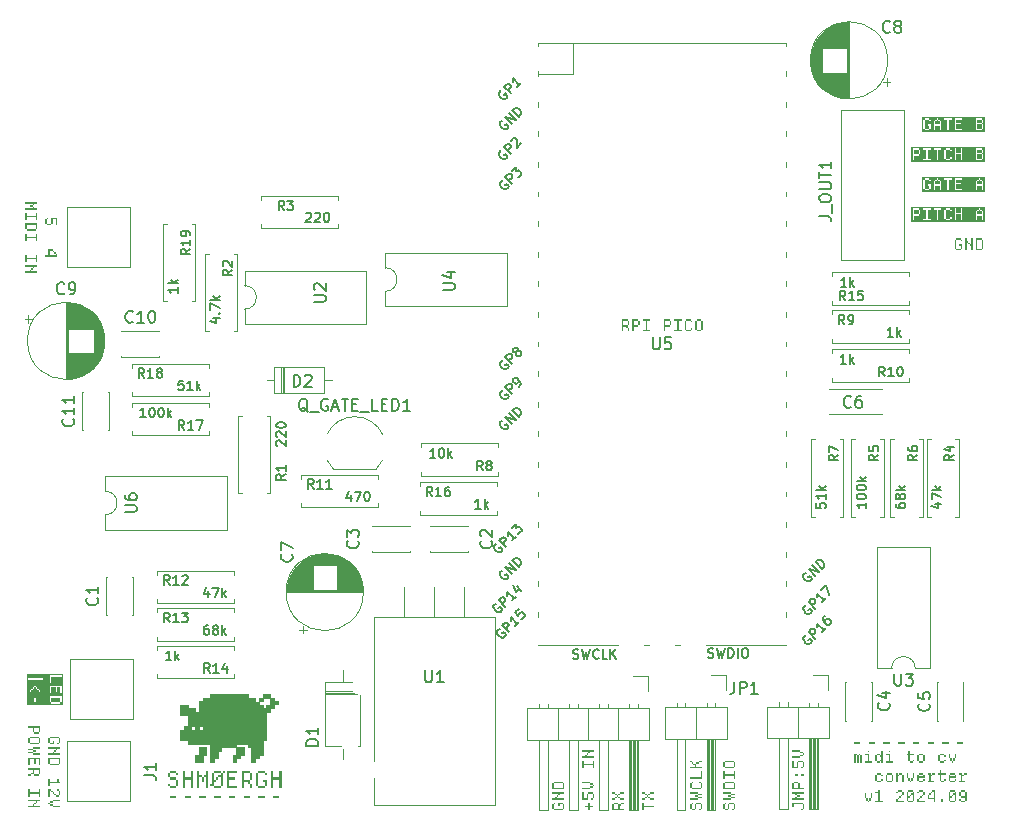
<source format=gto>
G04 #@! TF.GenerationSoftware,KiCad,Pcbnew,8.0.5*
G04 #@! TF.CreationDate,2024-09-14T22:06:27+02:00*
G04 #@! TF.ProjectId,midi2cv,6d696469-3263-4762-9e6b-696361645f70,rev?*
G04 #@! TF.SameCoordinates,Original*
G04 #@! TF.FileFunction,Legend,Top*
G04 #@! TF.FilePolarity,Positive*
%FSLAX46Y46*%
G04 Gerber Fmt 4.6, Leading zero omitted, Abs format (unit mm)*
G04 Created by KiCad (PCBNEW 8.0.5) date 2024-09-14 22:06:27*
%MOMM*%
%LPD*%
G01*
G04 APERTURE LIST*
%ADD10C,0.150000*%
%ADD11C,0.010000*%
%ADD12C,0.120000*%
%ADD13C,1.600000*%
%ADD14R,1.600000X2.400000*%
%ADD15O,1.600000X2.400000*%
%ADD16O,1.600000X1.600000*%
%ADD17C,2.000000*%
%ADD18R,1.600000X1.600000*%
%ADD19C,6.000000*%
%ADD20O,2.400000X1.600000*%
%ADD21R,2.400000X1.600000*%
%ADD22R,1.700000X1.700000*%
%ADD23O,1.700000X1.700000*%
%ADD24O,1.905000X2.000000*%
%ADD25R,1.905000X2.000000*%
%ADD26O,3.500000X3.500000*%
%ADD27R,2.200000X2.200000*%
%ADD28O,2.200000X2.200000*%
%ADD29C,1.500000*%
%ADD30R,1.500000X1.500000*%
%ADD31R,1.700000X3.500000*%
%ADD32R,3.500000X1.700000*%
%ADD33O,1.800000X1.800000*%
%ADD34O,1.500000X1.500000*%
%ADD35C,1.422400*%
G04 APERTURE END LIST*
D10*
G36*
X84964753Y-120080397D02*
G01*
X84430301Y-120080397D01*
X84430301Y-120258547D01*
X84964753Y-120258547D01*
X84964753Y-120080397D01*
G37*
G36*
X86212150Y-120080397D02*
G01*
X85677698Y-120080397D01*
X85677698Y-120258547D01*
X86212150Y-120258547D01*
X86212150Y-120080397D01*
G37*
G36*
X87459547Y-120080397D02*
G01*
X86925095Y-120080397D01*
X86925095Y-120258547D01*
X87459547Y-120258547D01*
X87459547Y-120080397D01*
G37*
G36*
X88706944Y-120080397D02*
G01*
X88172492Y-120080397D01*
X88172492Y-120258547D01*
X88706944Y-120258547D01*
X88706944Y-120080397D01*
G37*
G36*
X89954341Y-120080397D02*
G01*
X89419889Y-120080397D01*
X89419889Y-120258547D01*
X89954341Y-120258547D01*
X89954341Y-120080397D01*
G37*
G36*
X91201739Y-120080397D02*
G01*
X90667286Y-120080397D01*
X90667286Y-120258547D01*
X91201739Y-120258547D01*
X91201739Y-120080397D01*
G37*
G36*
X92449136Y-120080397D02*
G01*
X91914683Y-120080397D01*
X91914683Y-120258547D01*
X92449136Y-120258547D01*
X92449136Y-120080397D01*
G37*
G36*
X93696533Y-120080397D02*
G01*
X93162080Y-120080397D01*
X93162080Y-120258547D01*
X93696533Y-120258547D01*
X93696533Y-120080397D01*
G37*
G36*
X138005749Y-121157498D02*
G01*
X137878498Y-121157498D01*
X137878498Y-121284749D01*
X138005749Y-121284749D01*
X138005749Y-121157498D01*
G37*
G36*
X138005749Y-121157498D02*
G01*
X138133000Y-121157498D01*
X138133000Y-120775747D01*
X138005749Y-120775747D01*
X138005749Y-121157498D01*
G37*
G36*
X137242246Y-120775747D02*
G01*
X138005749Y-120775747D01*
X138005749Y-120648496D01*
X137114995Y-120648496D01*
X137114995Y-121030248D01*
X137242246Y-121030248D01*
X137242246Y-120775747D01*
G37*
G36*
X137114995Y-120393751D02*
G01*
X138133000Y-120393751D01*
X138133000Y-120266501D01*
X137496747Y-120266501D01*
X137496747Y-120139250D01*
X137369496Y-120139250D01*
X137369496Y-120266501D01*
X137114995Y-120266501D01*
X137114995Y-120393751D01*
G37*
G36*
X137496747Y-119884749D02*
G01*
X138133000Y-119884749D01*
X138133000Y-119757498D01*
X137114995Y-119757498D01*
X137114995Y-119884749D01*
X137369496Y-119884749D01*
X137369496Y-120012000D01*
X137496747Y-120012000D01*
X137496747Y-119884749D01*
G37*
G36*
X137496747Y-120139250D02*
G01*
X137751248Y-120139250D01*
X137751248Y-120012000D01*
X137496747Y-120012000D01*
X137496747Y-120139250D01*
G37*
G36*
X137114995Y-119502753D02*
G01*
X138133000Y-119502753D01*
X138133000Y-119375503D01*
X137751248Y-119375503D01*
X137751248Y-118993751D01*
X137623997Y-118993751D01*
X137623997Y-119375503D01*
X137242246Y-119375503D01*
X137242246Y-118993751D01*
X137114995Y-118993751D01*
X137114995Y-119502753D01*
G37*
G36*
X137242246Y-118993751D02*
G01*
X137623997Y-118993751D01*
X137623997Y-118866501D01*
X137242246Y-118866501D01*
X137242246Y-118993751D01*
G37*
G36*
X137878498Y-118357254D02*
G01*
X138133000Y-118357254D01*
X138133000Y-118230004D01*
X137878498Y-118230004D01*
X137878498Y-118357254D01*
G37*
G36*
X137369496Y-118357254D02*
G01*
X137623997Y-118357254D01*
X137623997Y-118230004D01*
X137369496Y-118230004D01*
X137369496Y-118357254D01*
G37*
G36*
X137114995Y-117720757D02*
G01*
X137623997Y-117720757D01*
X137623997Y-117211755D01*
X137496747Y-117211755D01*
X137496747Y-117593507D01*
X137242246Y-117593507D01*
X137242246Y-117084505D01*
X137114995Y-117084505D01*
X137114995Y-117720757D01*
G37*
G36*
X137623997Y-117211755D02*
G01*
X138005749Y-117211755D01*
X138005749Y-117084505D01*
X137623997Y-117084505D01*
X137623997Y-117211755D01*
G37*
G36*
X138005749Y-117211755D02*
G01*
X138005749Y-117593507D01*
X138133000Y-117593507D01*
X138133000Y-117211755D01*
X138005749Y-117211755D01*
G37*
G36*
X138005749Y-117593507D02*
G01*
X137878498Y-117593507D01*
X137878498Y-117720757D01*
X138005749Y-117720757D01*
X138005749Y-117593507D01*
G37*
G36*
X138005749Y-116575258D02*
G01*
X137751248Y-116575258D01*
X137751248Y-116702509D01*
X138005749Y-116702509D01*
X138005749Y-116575258D01*
G37*
G36*
X138005749Y-116575258D02*
G01*
X138133000Y-116575258D01*
X138133000Y-116448008D01*
X138005749Y-116448008D01*
X138005749Y-116575258D01*
G37*
G36*
X137114995Y-116829759D02*
G01*
X137751248Y-116829759D01*
X137751248Y-116702509D01*
X137114995Y-116702509D01*
X137114995Y-116829759D01*
G37*
G36*
X137114995Y-116320757D02*
G01*
X137751248Y-116320757D01*
X137751248Y-116193507D01*
X137114995Y-116193507D01*
X137114995Y-116320757D01*
G37*
G36*
X137751248Y-116448008D02*
G01*
X138005749Y-116448008D01*
X138005749Y-116320757D01*
X137751248Y-116320757D01*
X137751248Y-116448008D01*
G37*
G36*
X131400246Y-121284749D02*
G01*
X131654747Y-121284749D01*
X131654747Y-121157498D01*
X131400246Y-121157498D01*
X131400246Y-121284749D01*
G37*
G36*
X131654747Y-121157498D02*
G01*
X131781997Y-121157498D01*
X131781997Y-120775747D01*
X131654747Y-120775747D01*
X131654747Y-121157498D01*
G37*
G36*
X132163749Y-120775747D02*
G01*
X132163749Y-121157498D01*
X132291000Y-121157498D01*
X132291000Y-120775747D01*
X132163749Y-120775747D01*
G37*
G36*
X132163749Y-121157498D02*
G01*
X132036498Y-121157498D01*
X132036498Y-121284749D01*
X132163749Y-121284749D01*
X132163749Y-121157498D01*
G37*
G36*
X131781997Y-120775747D02*
G01*
X132163749Y-120775747D01*
X132163749Y-120648496D01*
X131781997Y-120648496D01*
X131781997Y-120775747D01*
G37*
G36*
X131272995Y-121157498D02*
G01*
X131400246Y-121157498D01*
X131400246Y-120775747D01*
X131272995Y-120775747D01*
X131272995Y-121157498D01*
G37*
G36*
X131400246Y-120775747D02*
G01*
X131527496Y-120775747D01*
X131527496Y-120648496D01*
X131400246Y-120648496D01*
X131400246Y-120775747D01*
G37*
G36*
X131272995Y-120393751D02*
G01*
X131909248Y-120393751D01*
X131909248Y-120266501D01*
X131272995Y-120266501D01*
X131272995Y-120393751D01*
G37*
G36*
X131909248Y-120266501D02*
G01*
X132291000Y-120266501D01*
X132291000Y-120139250D01*
X131909248Y-120139250D01*
X131909248Y-120266501D01*
G37*
G36*
X131272995Y-119884749D02*
G01*
X131909248Y-119884749D01*
X131909248Y-119757498D01*
X131272995Y-119757498D01*
X131272995Y-119884749D01*
G37*
G36*
X131909248Y-120012000D02*
G01*
X132291000Y-120012000D01*
X132291000Y-119884749D01*
X131909248Y-119884749D01*
X131909248Y-120012000D01*
G37*
G36*
X131654747Y-120139250D02*
G01*
X131909248Y-120139250D01*
X131909248Y-120012000D01*
X131654747Y-120012000D01*
X131654747Y-120139250D01*
G37*
G36*
X131272995Y-119502753D02*
G01*
X132291000Y-119502753D01*
X132291000Y-118993751D01*
X132163749Y-118993751D01*
X132163749Y-119375503D01*
X131400246Y-119375503D01*
X131400246Y-118993751D01*
X131272995Y-118993751D01*
X131272995Y-119502753D01*
G37*
G36*
X131400246Y-118993751D02*
G01*
X132163749Y-118993751D01*
X132163749Y-118866501D01*
X131400246Y-118866501D01*
X131400246Y-118993751D01*
G37*
G36*
X132163749Y-118357254D02*
G01*
X132163749Y-118611755D01*
X132291000Y-118611755D01*
X132291000Y-117975503D01*
X132163749Y-117975503D01*
X132163749Y-118230004D01*
X131400246Y-118230004D01*
X131400246Y-117975503D01*
X131272995Y-117975503D01*
X131272995Y-118611755D01*
X131400246Y-118611755D01*
X131400246Y-118357254D01*
X132163749Y-118357254D01*
G37*
G36*
X131400246Y-117720757D02*
G01*
X132163749Y-117720757D01*
X132163749Y-117593507D01*
X131400246Y-117593507D01*
X131400246Y-117720757D01*
G37*
G36*
X132163749Y-117593507D02*
G01*
X132291000Y-117593507D01*
X132291000Y-117211755D01*
X132163749Y-117211755D01*
X132163749Y-117593507D01*
G37*
G36*
X131400246Y-117211755D02*
G01*
X132163749Y-117211755D01*
X132163749Y-117084505D01*
X131400246Y-117084505D01*
X131400246Y-117211755D01*
G37*
G36*
X131272995Y-117593507D02*
G01*
X131400246Y-117593507D01*
X131400246Y-117211755D01*
X131272995Y-117211755D01*
X131272995Y-117593507D01*
G37*
G36*
X128606246Y-121284749D02*
G01*
X128860747Y-121284749D01*
X128860747Y-121157498D01*
X128606246Y-121157498D01*
X128606246Y-121284749D01*
G37*
G36*
X128860747Y-121157498D02*
G01*
X128987997Y-121157498D01*
X128987997Y-120775747D01*
X128860747Y-120775747D01*
X128860747Y-121157498D01*
G37*
G36*
X129369749Y-120775747D02*
G01*
X129369749Y-121157498D01*
X129497000Y-121157498D01*
X129497000Y-120775747D01*
X129369749Y-120775747D01*
G37*
G36*
X129369749Y-121157498D02*
G01*
X129242498Y-121157498D01*
X129242498Y-121284749D01*
X129369749Y-121284749D01*
X129369749Y-121157498D01*
G37*
G36*
X128987997Y-120775747D02*
G01*
X129369749Y-120775747D01*
X129369749Y-120648496D01*
X128987997Y-120648496D01*
X128987997Y-120775747D01*
G37*
G36*
X128478995Y-121157498D02*
G01*
X128606246Y-121157498D01*
X128606246Y-120775747D01*
X128478995Y-120775747D01*
X128478995Y-121157498D01*
G37*
G36*
X128606246Y-120775747D02*
G01*
X128733496Y-120775747D01*
X128733496Y-120648496D01*
X128606246Y-120648496D01*
X128606246Y-120775747D01*
G37*
G36*
X128478995Y-120393751D02*
G01*
X129115248Y-120393751D01*
X129115248Y-120266501D01*
X128478995Y-120266501D01*
X128478995Y-120393751D01*
G37*
G36*
X129115248Y-120266501D02*
G01*
X129497000Y-120266501D01*
X129497000Y-120139250D01*
X129115248Y-120139250D01*
X129115248Y-120266501D01*
G37*
G36*
X128478995Y-119884749D02*
G01*
X129115248Y-119884749D01*
X129115248Y-119757498D01*
X128478995Y-119757498D01*
X128478995Y-119884749D01*
G37*
G36*
X129115248Y-120012000D02*
G01*
X129497000Y-120012000D01*
X129497000Y-119884749D01*
X129115248Y-119884749D01*
X129115248Y-120012000D01*
G37*
G36*
X128860747Y-120139250D02*
G01*
X129115248Y-120139250D01*
X129115248Y-120012000D01*
X128860747Y-120012000D01*
X128860747Y-120139250D01*
G37*
G36*
X128606246Y-119502753D02*
G01*
X129369749Y-119502753D01*
X129369749Y-119375503D01*
X128606246Y-119375503D01*
X128606246Y-119502753D01*
G37*
G36*
X129369749Y-119375503D02*
G01*
X129497000Y-119375503D01*
X129497000Y-118993751D01*
X129369749Y-118993751D01*
X129369749Y-119375503D01*
G37*
G36*
X129242498Y-118993751D02*
G01*
X129369749Y-118993751D01*
X129369749Y-118866501D01*
X129242498Y-118866501D01*
X129242498Y-118993751D01*
G37*
G36*
X128478995Y-119375503D02*
G01*
X128606246Y-119375503D01*
X128606246Y-118993751D01*
X128478995Y-118993751D01*
X128478995Y-119375503D01*
G37*
G36*
X128606246Y-118993751D02*
G01*
X128733496Y-118993751D01*
X128733496Y-118866501D01*
X128606246Y-118866501D01*
X128606246Y-118993751D01*
G37*
G36*
X128478995Y-118611755D02*
G01*
X129497000Y-118611755D01*
X129497000Y-117975503D01*
X129369749Y-117975503D01*
X129369749Y-118484505D01*
X128478995Y-118484505D01*
X128478995Y-118611755D01*
G37*
G36*
X128478995Y-117720757D02*
G01*
X129497000Y-117720757D01*
X129497000Y-117593507D01*
X128987997Y-117593507D01*
X128987997Y-117339006D01*
X128733496Y-117339006D01*
X128733496Y-117466256D01*
X128860747Y-117466256D01*
X128860747Y-117593507D01*
X128478995Y-117593507D01*
X128478995Y-117720757D01*
G37*
G36*
X128478995Y-117211755D02*
G01*
X128606246Y-117211755D01*
X128606246Y-117084505D01*
X128478995Y-117084505D01*
X128478995Y-117211755D01*
G37*
G36*
X128606246Y-117339006D02*
G01*
X128733496Y-117339006D01*
X128733496Y-117211755D01*
X128606246Y-117211755D01*
X128606246Y-117339006D01*
G37*
G36*
X129242498Y-117211755D02*
G01*
X128987997Y-117211755D01*
X128987997Y-117339006D01*
X129242498Y-117339006D01*
X129242498Y-117211755D01*
G37*
G36*
X129242498Y-117211755D02*
G01*
X129497000Y-117211755D01*
X129497000Y-117084505D01*
X129242498Y-117084505D01*
X129242498Y-117211755D01*
G37*
G36*
X124414995Y-121284749D02*
G01*
X124542246Y-121284749D01*
X124542246Y-121030248D01*
X125433000Y-121030248D01*
X125433000Y-120902997D01*
X124542246Y-120902997D01*
X124542246Y-120648496D01*
X124414995Y-120648496D01*
X124414995Y-121284749D01*
G37*
G36*
X125051248Y-119884749D02*
G01*
X125433000Y-119884749D01*
X125433000Y-119757498D01*
X125051248Y-119757498D01*
X125051248Y-119884749D01*
G37*
G36*
X125051248Y-120393751D02*
G01*
X125433000Y-120393751D01*
X125433000Y-120266501D01*
X125051248Y-120266501D01*
X125051248Y-120393751D01*
G37*
G36*
X124796747Y-120139250D02*
G01*
X124669496Y-120139250D01*
X124669496Y-120266501D01*
X124796747Y-120266501D01*
X124796747Y-120139250D01*
G37*
G36*
X124796747Y-120139250D02*
G01*
X124923997Y-120139250D01*
X124923997Y-120012000D01*
X124796747Y-120012000D01*
X124796747Y-120139250D01*
G37*
G36*
X124669496Y-120012000D02*
G01*
X124796747Y-120012000D01*
X124796747Y-119884749D01*
X124669496Y-119884749D01*
X124669496Y-120012000D01*
G37*
G36*
X124669496Y-120266501D02*
G01*
X124414995Y-120266501D01*
X124414995Y-120393751D01*
X124669496Y-120393751D01*
X124669496Y-120266501D01*
G37*
G36*
X124923997Y-120266501D02*
G01*
X125051248Y-120266501D01*
X125051248Y-120139250D01*
X124923997Y-120139250D01*
X124923997Y-120266501D01*
G37*
G36*
X124414995Y-119884749D02*
G01*
X124669496Y-119884749D01*
X124669496Y-119757498D01*
X124414995Y-119757498D01*
X124414995Y-119884749D01*
G37*
G36*
X124923997Y-120012000D02*
G01*
X125051248Y-120012000D01*
X125051248Y-119884749D01*
X124923997Y-119884749D01*
X124923997Y-120012000D01*
G37*
G36*
X121874995Y-121284749D02*
G01*
X122893000Y-121284749D01*
X122893000Y-121157498D01*
X122511248Y-121157498D01*
X122511248Y-120902997D01*
X122638498Y-120902997D01*
X122638498Y-120775747D01*
X122383997Y-120775747D01*
X122383997Y-121157498D01*
X122002246Y-121157498D01*
X122002246Y-120775747D01*
X121874995Y-120775747D01*
X121874995Y-121284749D01*
G37*
G36*
X122002246Y-120775747D02*
G01*
X122383997Y-120775747D01*
X122383997Y-120648496D01*
X122002246Y-120648496D01*
X122002246Y-120775747D01*
G37*
G36*
X122638498Y-120775747D02*
G01*
X122893000Y-120775747D01*
X122893000Y-120648496D01*
X122638498Y-120648496D01*
X122638498Y-120775747D01*
G37*
G36*
X122511248Y-119884749D02*
G01*
X122893000Y-119884749D01*
X122893000Y-119757498D01*
X122511248Y-119757498D01*
X122511248Y-119884749D01*
G37*
G36*
X122511248Y-120393751D02*
G01*
X122893000Y-120393751D01*
X122893000Y-120266501D01*
X122511248Y-120266501D01*
X122511248Y-120393751D01*
G37*
G36*
X122256747Y-120139250D02*
G01*
X122129496Y-120139250D01*
X122129496Y-120266501D01*
X122256747Y-120266501D01*
X122256747Y-120139250D01*
G37*
G36*
X122256747Y-120139250D02*
G01*
X122383997Y-120139250D01*
X122383997Y-120012000D01*
X122256747Y-120012000D01*
X122256747Y-120139250D01*
G37*
G36*
X122129496Y-120012000D02*
G01*
X122256747Y-120012000D01*
X122256747Y-119884749D01*
X122129496Y-119884749D01*
X122129496Y-120012000D01*
G37*
G36*
X122129496Y-120266501D02*
G01*
X121874995Y-120266501D01*
X121874995Y-120393751D01*
X122129496Y-120393751D01*
X122129496Y-120266501D01*
G37*
G36*
X122383997Y-120266501D02*
G01*
X122511248Y-120266501D01*
X122511248Y-120139250D01*
X122383997Y-120139250D01*
X122383997Y-120266501D01*
G37*
G36*
X121874995Y-119884749D02*
G01*
X122129496Y-119884749D01*
X122129496Y-119757498D01*
X121874995Y-119757498D01*
X121874995Y-119884749D01*
G37*
G36*
X122383997Y-120012000D02*
G01*
X122511248Y-120012000D01*
X122511248Y-119884749D01*
X122383997Y-119884749D01*
X122383997Y-120012000D01*
G37*
G36*
X119843997Y-121284749D02*
G01*
X119971248Y-121284749D01*
X119971248Y-121030248D01*
X120225749Y-121030248D01*
X120225749Y-120902997D01*
X119971248Y-120902997D01*
X119971248Y-120648496D01*
X119843997Y-120648496D01*
X119843997Y-120902997D01*
X119589496Y-120902997D01*
X119589496Y-121030248D01*
X119843997Y-121030248D01*
X119843997Y-121284749D01*
G37*
G36*
X119334995Y-120393751D02*
G01*
X119843997Y-120393751D01*
X119843997Y-119884749D01*
X119716747Y-119884749D01*
X119716747Y-120266501D01*
X119462246Y-120266501D01*
X119462246Y-119757498D01*
X119334995Y-119757498D01*
X119334995Y-120393751D01*
G37*
G36*
X119843997Y-119884749D02*
G01*
X120225749Y-119884749D01*
X120225749Y-119757498D01*
X119843997Y-119757498D01*
X119843997Y-119884749D01*
G37*
G36*
X120225749Y-119884749D02*
G01*
X120225749Y-120266501D01*
X120353000Y-120266501D01*
X120353000Y-119884749D01*
X120225749Y-119884749D01*
G37*
G36*
X120225749Y-120266501D02*
G01*
X120098498Y-120266501D01*
X120098498Y-120393751D01*
X120225749Y-120393751D01*
X120225749Y-120266501D01*
G37*
G36*
X120225749Y-119248252D02*
G01*
X119971248Y-119248252D01*
X119971248Y-119375503D01*
X120225749Y-119375503D01*
X120225749Y-119248252D01*
G37*
G36*
X120225749Y-119248252D02*
G01*
X120353000Y-119248252D01*
X120353000Y-119121002D01*
X120225749Y-119121002D01*
X120225749Y-119248252D01*
G37*
G36*
X119334995Y-119502753D02*
G01*
X119971248Y-119502753D01*
X119971248Y-119375503D01*
X119334995Y-119375503D01*
X119334995Y-119502753D01*
G37*
G36*
X119334995Y-118993751D02*
G01*
X119971248Y-118993751D01*
X119971248Y-118866501D01*
X119334995Y-118866501D01*
X119334995Y-118993751D01*
G37*
G36*
X119971248Y-119121002D02*
G01*
X120225749Y-119121002D01*
X120225749Y-118993751D01*
X119971248Y-118993751D01*
X119971248Y-119121002D01*
G37*
G36*
X120225749Y-117466256D02*
G01*
X120225749Y-117720757D01*
X120353000Y-117720757D01*
X120353000Y-117084505D01*
X120225749Y-117084505D01*
X120225749Y-117339006D01*
X119462246Y-117339006D01*
X119462246Y-117084505D01*
X119334995Y-117084505D01*
X119334995Y-117720757D01*
X119462246Y-117720757D01*
X119462246Y-117466256D01*
X120225749Y-117466256D01*
G37*
G36*
X119334995Y-116829759D02*
G01*
X120353000Y-116829759D01*
X120353000Y-116702509D01*
X119716747Y-116702509D01*
X119716747Y-116575258D01*
X119589496Y-116575258D01*
X119589496Y-116702509D01*
X119334995Y-116702509D01*
X119334995Y-116829759D01*
G37*
G36*
X119971248Y-116320757D02*
G01*
X120353000Y-116320757D01*
X120353000Y-116193507D01*
X119334995Y-116193507D01*
X119334995Y-116320757D01*
X119843997Y-116320757D01*
X119843997Y-116448008D01*
X119971248Y-116448008D01*
X119971248Y-116320757D01*
G37*
G36*
X119843997Y-116448008D02*
G01*
X119716747Y-116448008D01*
X119716747Y-116575258D01*
X119843997Y-116575258D01*
X119843997Y-116448008D01*
G37*
G36*
X116922246Y-121284749D02*
G01*
X117685749Y-121284749D01*
X117685749Y-121157498D01*
X116922246Y-121157498D01*
X116922246Y-121284749D01*
G37*
G36*
X117685749Y-121157498D02*
G01*
X117813000Y-121157498D01*
X117813000Y-120775747D01*
X117685749Y-120775747D01*
X117685749Y-121157498D01*
G37*
G36*
X117431248Y-120775747D02*
G01*
X117685749Y-120775747D01*
X117685749Y-120648496D01*
X117303997Y-120648496D01*
X117303997Y-120902997D01*
X117431248Y-120902997D01*
X117431248Y-120775747D01*
G37*
G36*
X116794995Y-121157498D02*
G01*
X116922246Y-121157498D01*
X116922246Y-120775747D01*
X116794995Y-120775747D01*
X116794995Y-121157498D01*
G37*
G36*
X116922246Y-120775747D02*
G01*
X117049496Y-120775747D01*
X117049496Y-120648496D01*
X116922246Y-120648496D01*
X116922246Y-120775747D01*
G37*
G36*
X116794995Y-120393751D02*
G01*
X117813000Y-120393751D01*
X117813000Y-120266501D01*
X117176747Y-120266501D01*
X117176747Y-120139250D01*
X117049496Y-120139250D01*
X117049496Y-120266501D01*
X116794995Y-120266501D01*
X116794995Y-120393751D01*
G37*
G36*
X117431248Y-119884749D02*
G01*
X117813000Y-119884749D01*
X117813000Y-119757498D01*
X116794995Y-119757498D01*
X116794995Y-119884749D01*
X117303997Y-119884749D01*
X117303997Y-120012000D01*
X117431248Y-120012000D01*
X117431248Y-119884749D01*
G37*
G36*
X117303997Y-120012000D02*
G01*
X117176747Y-120012000D01*
X117176747Y-120139250D01*
X117303997Y-120139250D01*
X117303997Y-120012000D01*
G37*
G36*
X116794995Y-119502753D02*
G01*
X117813000Y-119502753D01*
X117813000Y-118993751D01*
X117685749Y-118993751D01*
X117685749Y-119375503D01*
X116922246Y-119375503D01*
X116922246Y-118993751D01*
X116794995Y-118993751D01*
X116794995Y-119502753D01*
G37*
G36*
X116922246Y-118993751D02*
G01*
X117685749Y-118993751D01*
X117685749Y-118866501D01*
X116922246Y-118866501D01*
X116922246Y-118993751D01*
G37*
G36*
X153399115Y-68900445D02*
G01*
X148085651Y-68900445D01*
X148085651Y-68789334D01*
X148324013Y-68789334D01*
X148705764Y-68789334D01*
X149087760Y-68789334D01*
X149215010Y-68789334D01*
X149215010Y-68407582D01*
X149596762Y-68407582D01*
X149596762Y-68789334D01*
X149724013Y-68789334D01*
X149724013Y-68025830D01*
X149596762Y-68025830D01*
X149596762Y-68280331D01*
X149215010Y-68280331D01*
X149215010Y-68025830D01*
X149342261Y-68025830D01*
X149469512Y-68025830D01*
X149596762Y-68025830D01*
X149596762Y-67898580D01*
X149978758Y-67898580D01*
X150233259Y-67898580D01*
X150233259Y-68789334D01*
X150360509Y-68789334D01*
X150869756Y-68789334D01*
X151506008Y-68789334D01*
X152651752Y-68789334D01*
X152779002Y-68789334D01*
X152779002Y-68407582D01*
X153160754Y-68407582D01*
X153160754Y-68789334D01*
X153288004Y-68789334D01*
X153288004Y-68025830D01*
X153160754Y-68025830D01*
X153160754Y-68280331D01*
X152779002Y-68280331D01*
X152779002Y-68025830D01*
X152906253Y-68025830D01*
X153033503Y-68025830D01*
X153160754Y-68025830D01*
X153160754Y-67898580D01*
X153033503Y-67898580D01*
X153033503Y-68025830D01*
X152906253Y-68025830D01*
X152906253Y-67898580D01*
X153033503Y-67898580D01*
X153033503Y-67771329D01*
X152906253Y-67771329D01*
X152906253Y-67898580D01*
X152779002Y-67898580D01*
X152779002Y-68025830D01*
X152651752Y-68025830D01*
X152651752Y-68789334D01*
X151506008Y-68789334D01*
X151506008Y-68662083D01*
X150997006Y-68662083D01*
X150997006Y-68280331D01*
X151378758Y-68280331D01*
X151378758Y-68153081D01*
X150997006Y-68153081D01*
X150997006Y-67898580D01*
X151506008Y-67898580D01*
X151506008Y-67771329D01*
X150869756Y-67771329D01*
X150869756Y-68789334D01*
X150360509Y-68789334D01*
X150360509Y-67898580D01*
X150615010Y-67898580D01*
X150615010Y-67771329D01*
X149978758Y-67771329D01*
X149978758Y-67898580D01*
X149596762Y-67898580D01*
X149469512Y-67898580D01*
X149469512Y-68025830D01*
X149342261Y-68025830D01*
X149342261Y-67898580D01*
X149469512Y-67898580D01*
X149469512Y-67771329D01*
X149342261Y-67771329D01*
X149342261Y-67898580D01*
X149215010Y-67898580D01*
X149215010Y-68025830D01*
X149087760Y-68025830D01*
X149087760Y-68789334D01*
X148705764Y-68789334D01*
X148705764Y-68662083D01*
X148324013Y-68662083D01*
X148324013Y-68789334D01*
X148085651Y-68789334D01*
X148085651Y-68662083D01*
X148196762Y-68662083D01*
X148324013Y-68662083D01*
X148324013Y-68407582D01*
X148578514Y-68407582D01*
X148705764Y-68407582D01*
X148705764Y-68662083D01*
X148833015Y-68662083D01*
X148833015Y-68280331D01*
X148578514Y-68280331D01*
X148578514Y-68407582D01*
X148324013Y-68407582D01*
X148324013Y-68025830D01*
X148705764Y-68025830D01*
X148833015Y-68025830D01*
X148833015Y-67898580D01*
X148705764Y-67898580D01*
X148705764Y-68025830D01*
X148324013Y-68025830D01*
X148324013Y-67898580D01*
X148705764Y-67898580D01*
X148705764Y-67771329D01*
X148324013Y-67771329D01*
X148324013Y-67898580D01*
X148196762Y-67898580D01*
X148196762Y-68662083D01*
X148085651Y-68662083D01*
X148085651Y-67660218D01*
X153399115Y-67660218D01*
X153399115Y-68900445D01*
G37*
G36*
X153399115Y-71440445D02*
G01*
X147194653Y-71440445D01*
X147194653Y-71329334D01*
X147305764Y-71329334D01*
X147433015Y-71329334D01*
X147433015Y-70947582D01*
X147814766Y-70947582D01*
X147814766Y-70820331D01*
X147942017Y-70820331D01*
X147942017Y-70438580D01*
X148196762Y-70438580D01*
X148451263Y-70438580D01*
X148451263Y-71202083D01*
X148196762Y-71202083D01*
X148196762Y-71329334D01*
X148833015Y-71329334D01*
X148833015Y-71202083D01*
X148578514Y-71202083D01*
X148578514Y-70438580D01*
X148833015Y-70438580D01*
X149087760Y-70438580D01*
X149342261Y-70438580D01*
X149342261Y-71329334D01*
X149469511Y-71329334D01*
X150106008Y-71329334D01*
X150487760Y-71329334D01*
X150869756Y-71329334D01*
X150997006Y-71329334D01*
X150997006Y-70820331D01*
X151378758Y-70820331D01*
X151378758Y-71329334D01*
X151506008Y-71329334D01*
X152651751Y-71329334D01*
X152779002Y-71329334D01*
X152779002Y-70947582D01*
X153160754Y-70947582D01*
X153160754Y-71329334D01*
X153288004Y-71329334D01*
X153288004Y-70565830D01*
X153160754Y-70565830D01*
X153160754Y-70820331D01*
X152779002Y-70820331D01*
X152779002Y-70565830D01*
X152906253Y-70565830D01*
X153033503Y-70565830D01*
X153160754Y-70565830D01*
X153160754Y-70438580D01*
X153033503Y-70438580D01*
X153033503Y-70565830D01*
X152906253Y-70565830D01*
X152906253Y-70438580D01*
X153033503Y-70438580D01*
X153033503Y-70311329D01*
X152906253Y-70311329D01*
X152906253Y-70438580D01*
X152779002Y-70438580D01*
X152779002Y-70565830D01*
X152651751Y-70565830D01*
X152651751Y-71329334D01*
X151506008Y-71329334D01*
X151506008Y-70311329D01*
X151378758Y-70311329D01*
X151378758Y-70693081D01*
X150997006Y-70693081D01*
X150997006Y-70311329D01*
X150869756Y-70311329D01*
X150869756Y-71329334D01*
X150487760Y-71329334D01*
X150487760Y-71202083D01*
X150615010Y-71202083D01*
X150615010Y-71074832D01*
X150487760Y-71074832D01*
X150487760Y-71202083D01*
X150106008Y-71202083D01*
X150106008Y-71329334D01*
X149469511Y-71329334D01*
X149469511Y-71202083D01*
X149978758Y-71202083D01*
X150106008Y-71202083D01*
X150106008Y-70565830D01*
X150487760Y-70565830D01*
X150615010Y-70565830D01*
X150615010Y-70438580D01*
X150487760Y-70438580D01*
X150487760Y-70565830D01*
X150106008Y-70565830D01*
X150106008Y-70438580D01*
X150487760Y-70438580D01*
X150487760Y-70311329D01*
X150106008Y-70311329D01*
X150106008Y-70438580D01*
X149978758Y-70438580D01*
X149978758Y-71202083D01*
X149469511Y-71202083D01*
X149469511Y-70438580D01*
X149724012Y-70438580D01*
X149724012Y-70311329D01*
X149087760Y-70311329D01*
X149087760Y-70438580D01*
X148833015Y-70438580D01*
X148833015Y-70311329D01*
X148196762Y-70311329D01*
X148196762Y-70438580D01*
X147942017Y-70438580D01*
X147814766Y-70438580D01*
X147814766Y-70820331D01*
X147433015Y-70820331D01*
X147433015Y-70438580D01*
X147814766Y-70438580D01*
X147814766Y-70311329D01*
X147305764Y-70311329D01*
X147305764Y-71329334D01*
X147194653Y-71329334D01*
X147194653Y-70200218D01*
X153399115Y-70200218D01*
X153399115Y-71440445D01*
G37*
G36*
X75369115Y-112384609D02*
G01*
X72321394Y-112384609D01*
X72321394Y-112273498D01*
X74367250Y-112273498D01*
X75130753Y-112273498D01*
X75130753Y-112146248D01*
X74367250Y-112146248D01*
X74367250Y-112273498D01*
X72321394Y-112273498D01*
X72321394Y-112146248D01*
X72941751Y-112146248D01*
X73069002Y-112146248D01*
X74240000Y-112146248D01*
X74367250Y-112146248D01*
X74367250Y-111764496D01*
X75130753Y-111764496D01*
X75130753Y-112146248D01*
X75258004Y-112146248D01*
X75258004Y-111637246D01*
X74240000Y-111637246D01*
X74240000Y-112146248D01*
X73069002Y-112146248D01*
X73069002Y-111764496D01*
X72941751Y-111764496D01*
X72941751Y-112146248D01*
X72321394Y-112146248D01*
X72321394Y-111382501D01*
X74240000Y-111382501D01*
X74367250Y-111382501D01*
X74367250Y-110873498D01*
X74749002Y-110873498D01*
X74749002Y-111255250D01*
X74876252Y-111255250D01*
X74876252Y-110873498D01*
X75130753Y-110873498D01*
X75130753Y-111382501D01*
X75258004Y-111382501D01*
X75258004Y-110746248D01*
X74240000Y-110746248D01*
X74240000Y-111382501D01*
X72321394Y-111382501D01*
X72321394Y-111255250D01*
X72560000Y-111255250D01*
X72687250Y-111255250D01*
X73323503Y-111255250D01*
X73450753Y-111255250D01*
X73450753Y-111128000D01*
X73323503Y-111128000D01*
X73323503Y-111255250D01*
X72687250Y-111255250D01*
X72687250Y-111128000D01*
X72814501Y-111128000D01*
X73196252Y-111128000D01*
X73323503Y-111128000D01*
X73323503Y-111000749D01*
X73196252Y-111000749D01*
X73196252Y-111128000D01*
X72814501Y-111128000D01*
X72814501Y-111000749D01*
X72941751Y-111000749D01*
X73069002Y-111000749D01*
X73196252Y-111000749D01*
X73196252Y-110873498D01*
X73069002Y-110873498D01*
X73069002Y-111000749D01*
X72941751Y-111000749D01*
X72941751Y-110873498D01*
X73069002Y-110873498D01*
X73069002Y-110746248D01*
X72941751Y-110746248D01*
X72941751Y-110873498D01*
X72814501Y-110873498D01*
X72814501Y-111000749D01*
X72687250Y-111000749D01*
X72687250Y-111128000D01*
X72560000Y-111128000D01*
X72560000Y-111255250D01*
X72321394Y-111255250D01*
X72321394Y-110491503D01*
X74240000Y-110491503D01*
X74367250Y-110491503D01*
X74367250Y-109982501D01*
X75258004Y-109982501D01*
X75258004Y-109855250D01*
X74240000Y-109855250D01*
X74240000Y-110491503D01*
X72321394Y-110491503D01*
X72321394Y-110237002D01*
X72432505Y-110237002D01*
X73705254Y-110237002D01*
X73705254Y-110109751D01*
X72432505Y-110109751D01*
X72432505Y-110237002D01*
X72321394Y-110237002D01*
X72321394Y-109744139D01*
X75369115Y-109744139D01*
X75369115Y-112384609D01*
G37*
G36*
X122682250Y-79710995D02*
G01*
X122682250Y-80729000D01*
X122809501Y-80729000D01*
X122809501Y-80347248D01*
X123064002Y-80347248D01*
X123064002Y-80474498D01*
X123191252Y-80474498D01*
X123191252Y-80219997D01*
X122809501Y-80219997D01*
X122809501Y-79838246D01*
X123191252Y-79838246D01*
X123191252Y-79710995D01*
X122682250Y-79710995D01*
G37*
G36*
X123191252Y-79838246D02*
G01*
X123191252Y-80219997D01*
X123318503Y-80219997D01*
X123318503Y-79838246D01*
X123191252Y-79838246D01*
G37*
G36*
X123191252Y-80474498D02*
G01*
X123191252Y-80729000D01*
X123318503Y-80729000D01*
X123318503Y-80474498D01*
X123191252Y-80474498D01*
G37*
G36*
X123573248Y-79710995D02*
G01*
X123573248Y-80729000D01*
X123700498Y-80729000D01*
X123700498Y-80347248D01*
X124082250Y-80347248D01*
X124082250Y-80219997D01*
X123700498Y-80219997D01*
X123700498Y-79838246D01*
X124082250Y-79838246D01*
X124082250Y-79710995D01*
X123573248Y-79710995D01*
G37*
G36*
X124082250Y-79838246D02*
G01*
X124082250Y-80219997D01*
X124209501Y-80219997D01*
X124209501Y-79838246D01*
X124082250Y-79838246D01*
G37*
G36*
X124718747Y-80601749D02*
G01*
X124464246Y-80601749D01*
X124464246Y-80729000D01*
X125100498Y-80729000D01*
X125100498Y-80601749D01*
X124845997Y-80601749D01*
X124845997Y-79838246D01*
X125100498Y-79838246D01*
X125100498Y-79710995D01*
X124464246Y-79710995D01*
X124464246Y-79838246D01*
X124718747Y-79838246D01*
X124718747Y-80601749D01*
G37*
G36*
X126246242Y-79710995D02*
G01*
X126246242Y-80729000D01*
X126373492Y-80729000D01*
X126373492Y-80347248D01*
X126755244Y-80347248D01*
X126755244Y-80219997D01*
X126373492Y-80219997D01*
X126373492Y-79838246D01*
X126755244Y-79838246D01*
X126755244Y-79710995D01*
X126246242Y-79710995D01*
G37*
G36*
X126755244Y-79838246D02*
G01*
X126755244Y-80219997D01*
X126882494Y-80219997D01*
X126882494Y-79838246D01*
X126755244Y-79838246D01*
G37*
G36*
X127391741Y-80601749D02*
G01*
X127137240Y-80601749D01*
X127137240Y-80729000D01*
X127773492Y-80729000D01*
X127773492Y-80601749D01*
X127518991Y-80601749D01*
X127518991Y-79838246D01*
X127773492Y-79838246D01*
X127773492Y-79710995D01*
X127137240Y-79710995D01*
X127137240Y-79838246D01*
X127391741Y-79838246D01*
X127391741Y-80601749D01*
G37*
G36*
X128028237Y-79838246D02*
G01*
X128028237Y-80601749D01*
X128155488Y-80601749D01*
X128155488Y-79838246D01*
X128028237Y-79838246D01*
G37*
G36*
X128155488Y-80601749D02*
G01*
X128155488Y-80729000D01*
X128537240Y-80729000D01*
X128537240Y-80601749D01*
X128155488Y-80601749D01*
G37*
G36*
X128537240Y-80474498D02*
G01*
X128537240Y-80601749D01*
X128664490Y-80601749D01*
X128664490Y-80474498D01*
X128537240Y-80474498D01*
G37*
G36*
X128155488Y-79710995D02*
G01*
X128155488Y-79838246D01*
X128537240Y-79838246D01*
X128537240Y-79710995D01*
X128155488Y-79710995D01*
G37*
G36*
X128537240Y-79838246D02*
G01*
X128537240Y-79965496D01*
X128664490Y-79965496D01*
X128664490Y-79838246D01*
X128537240Y-79838246D01*
G37*
G36*
X128919235Y-79838246D02*
G01*
X128919235Y-80601749D01*
X129046486Y-80601749D01*
X129046486Y-79838246D01*
X128919235Y-79838246D01*
G37*
G36*
X129046486Y-80601749D02*
G01*
X129046486Y-80729000D01*
X129428237Y-80729000D01*
X129428237Y-80601749D01*
X129046486Y-80601749D01*
G37*
G36*
X129428237Y-79838246D02*
G01*
X129428237Y-80601749D01*
X129555488Y-80601749D01*
X129555488Y-79838246D01*
X129428237Y-79838246D01*
G37*
G36*
X129046486Y-79710995D02*
G01*
X129046486Y-79838246D01*
X129428237Y-79838246D01*
X129428237Y-79710995D01*
X129046486Y-79710995D01*
G37*
G36*
X153399115Y-63820445D02*
G01*
X148085651Y-63820445D01*
X148085651Y-63709334D01*
X148324013Y-63709334D01*
X148705764Y-63709334D01*
X149087760Y-63709334D01*
X149215010Y-63709334D01*
X149215010Y-63327582D01*
X149596762Y-63327582D01*
X149596762Y-63709334D01*
X149724013Y-63709334D01*
X149724013Y-62945830D01*
X149596762Y-62945830D01*
X149596762Y-63200331D01*
X149215010Y-63200331D01*
X149215010Y-62945830D01*
X149342261Y-62945830D01*
X149469512Y-62945830D01*
X149596762Y-62945830D01*
X149596762Y-62818580D01*
X149978758Y-62818580D01*
X150233259Y-62818580D01*
X150233259Y-63709334D01*
X150360509Y-63709334D01*
X150869756Y-63709334D01*
X151506008Y-63709334D01*
X152651752Y-63709334D01*
X153160754Y-63709334D01*
X153160754Y-63582083D01*
X153288004Y-63582083D01*
X153288004Y-63200331D01*
X153160754Y-63200331D01*
X153160754Y-63582083D01*
X152779002Y-63582083D01*
X152779002Y-63200331D01*
X153160754Y-63200331D01*
X153160754Y-63073081D01*
X153288004Y-63073081D01*
X153288004Y-62818580D01*
X153160754Y-62818580D01*
X153160754Y-63073081D01*
X152779002Y-63073081D01*
X152779002Y-62818580D01*
X153160754Y-62818580D01*
X153160754Y-62691329D01*
X152651752Y-62691329D01*
X152651752Y-63709334D01*
X151506008Y-63709334D01*
X151506008Y-63582083D01*
X150997006Y-63582083D01*
X150997006Y-63200331D01*
X151378758Y-63200331D01*
X151378758Y-63073081D01*
X150997006Y-63073081D01*
X150997006Y-62818580D01*
X151506008Y-62818580D01*
X151506008Y-62691329D01*
X150869756Y-62691329D01*
X150869756Y-63709334D01*
X150360509Y-63709334D01*
X150360509Y-62818580D01*
X150615010Y-62818580D01*
X150615010Y-62691329D01*
X149978758Y-62691329D01*
X149978758Y-62818580D01*
X149596762Y-62818580D01*
X149469512Y-62818580D01*
X149469512Y-62945830D01*
X149342261Y-62945830D01*
X149342261Y-62818580D01*
X149469512Y-62818580D01*
X149469512Y-62691329D01*
X149342261Y-62691329D01*
X149342261Y-62818580D01*
X149215010Y-62818580D01*
X149215010Y-62945830D01*
X149087760Y-62945830D01*
X149087760Y-63709334D01*
X148705764Y-63709334D01*
X148705764Y-63582083D01*
X148324013Y-63582083D01*
X148324013Y-63709334D01*
X148085651Y-63709334D01*
X148085651Y-63582083D01*
X148196762Y-63582083D01*
X148324013Y-63582083D01*
X148324013Y-63327582D01*
X148578514Y-63327582D01*
X148705764Y-63327582D01*
X148705764Y-63582083D01*
X148833015Y-63582083D01*
X148833015Y-63200331D01*
X148578514Y-63200331D01*
X148578514Y-63327582D01*
X148324013Y-63327582D01*
X148324013Y-62945830D01*
X148705764Y-62945830D01*
X148833015Y-62945830D01*
X148833015Y-62818580D01*
X148705764Y-62818580D01*
X148705764Y-62945830D01*
X148324013Y-62945830D01*
X148324013Y-62818580D01*
X148705764Y-62818580D01*
X148705764Y-62691329D01*
X148324013Y-62691329D01*
X148324013Y-62818580D01*
X148196762Y-62818580D01*
X148196762Y-63582083D01*
X148085651Y-63582083D01*
X148085651Y-62580218D01*
X153399115Y-62580218D01*
X153399115Y-63820445D01*
G37*
G36*
X75000604Y-115048265D02*
G01*
X74237101Y-115048265D01*
X74237101Y-115175516D01*
X75000604Y-115175516D01*
X75000604Y-115048265D01*
G37*
G36*
X74237101Y-115175516D02*
G01*
X74109851Y-115175516D01*
X74109851Y-115557267D01*
X74237101Y-115557267D01*
X74237101Y-115175516D01*
G37*
G36*
X74491602Y-115557267D02*
G01*
X74237101Y-115557267D01*
X74237101Y-115684518D01*
X74618853Y-115684518D01*
X74618853Y-115430017D01*
X74491602Y-115430017D01*
X74491602Y-115557267D01*
G37*
G36*
X75127855Y-115175516D02*
G01*
X75000604Y-115175516D01*
X75000604Y-115557267D01*
X75127855Y-115557267D01*
X75127855Y-115175516D01*
G37*
G36*
X75000604Y-115557267D02*
G01*
X74873354Y-115557267D01*
X74873354Y-115684518D01*
X75000604Y-115684518D01*
X75000604Y-115557267D01*
G37*
G36*
X75127855Y-115939263D02*
G01*
X74109851Y-115939263D01*
X74109851Y-116066513D01*
X74746103Y-116066513D01*
X74746103Y-116193764D01*
X74873354Y-116193764D01*
X74873354Y-116066513D01*
X75127855Y-116066513D01*
X75127855Y-115939263D01*
G37*
G36*
X74491602Y-116448265D02*
G01*
X74109851Y-116448265D01*
X74109851Y-116575516D01*
X75127855Y-116575516D01*
X75127855Y-116448265D01*
X74618853Y-116448265D01*
X74618853Y-116321015D01*
X74491602Y-116321015D01*
X74491602Y-116448265D01*
G37*
G36*
X74618853Y-116321015D02*
G01*
X74746103Y-116321015D01*
X74746103Y-116193764D01*
X74618853Y-116193764D01*
X74618853Y-116321015D01*
G37*
G36*
X75127855Y-116830261D02*
G01*
X74109851Y-116830261D01*
X74109851Y-117339263D01*
X74237101Y-117339263D01*
X74237101Y-116957511D01*
X75000604Y-116957511D01*
X75000604Y-117339263D01*
X75127855Y-117339263D01*
X75127855Y-116830261D01*
G37*
G36*
X75000604Y-117339263D02*
G01*
X74237101Y-117339263D01*
X74237101Y-117466513D01*
X75000604Y-117466513D01*
X75000604Y-117339263D01*
G37*
G36*
X74873354Y-118866758D02*
G01*
X74237101Y-118866758D01*
X74237101Y-118612257D01*
X74109851Y-118612257D01*
X74109851Y-119248509D01*
X74237101Y-119248509D01*
X74237101Y-118994008D01*
X75127855Y-118994008D01*
X75127855Y-118866758D01*
X75000604Y-118866758D01*
X75000604Y-118612257D01*
X74873354Y-118612257D01*
X74873354Y-118866758D01*
G37*
G36*
X74364352Y-119503255D02*
G01*
X74109851Y-119503255D01*
X74109851Y-120139507D01*
X74237101Y-120139507D01*
X74237101Y-119630505D01*
X74364352Y-119630505D01*
X74364352Y-119503255D01*
G37*
G36*
X75000604Y-120012257D02*
G01*
X75127855Y-120012257D01*
X75127855Y-119630505D01*
X75000604Y-119630505D01*
X75000604Y-120012257D01*
G37*
G36*
X75000604Y-120012257D02*
G01*
X74746103Y-120012257D01*
X74746103Y-120139507D01*
X75000604Y-120139507D01*
X75000604Y-120012257D01*
G37*
G36*
X74491602Y-119630505D02*
G01*
X74364352Y-119630505D01*
X74364352Y-119757756D01*
X74491602Y-119757756D01*
X74491602Y-119630505D01*
G37*
G36*
X75000604Y-119503255D02*
G01*
X74873354Y-119503255D01*
X74873354Y-119630505D01*
X75000604Y-119630505D01*
X75000604Y-119503255D01*
G37*
G36*
X74746103Y-119885006D02*
G01*
X74618853Y-119885006D01*
X74618853Y-120012257D01*
X74746103Y-120012257D01*
X74746103Y-119885006D01*
G37*
G36*
X74618853Y-119757756D02*
G01*
X74491602Y-119757756D01*
X74491602Y-119885006D01*
X74618853Y-119885006D01*
X74618853Y-119757756D01*
G37*
G36*
X74237101Y-120648754D02*
G01*
X74491602Y-120648754D01*
X74491602Y-120521503D01*
X74237101Y-120521503D01*
X74237101Y-120648754D01*
G37*
G36*
X74237101Y-120648754D02*
G01*
X74109851Y-120648754D01*
X74109851Y-120776004D01*
X74237101Y-120776004D01*
X74237101Y-120648754D01*
G37*
G36*
X75127855Y-120394252D02*
G01*
X74491602Y-120394252D01*
X74491602Y-120521503D01*
X75127855Y-120521503D01*
X75127855Y-120394252D01*
G37*
G36*
X75127855Y-120903255D02*
G01*
X74491602Y-120903255D01*
X74491602Y-121030505D01*
X75127855Y-121030505D01*
X75127855Y-120903255D01*
G37*
G36*
X74491602Y-120776004D02*
G01*
X74237101Y-120776004D01*
X74237101Y-120903255D01*
X74491602Y-120903255D01*
X74491602Y-120776004D01*
G37*
G36*
X73447855Y-114157267D02*
G01*
X72429851Y-114157267D01*
X72429851Y-114284518D01*
X72811602Y-114284518D01*
X72811602Y-114666269D01*
X72938853Y-114666269D01*
X72938853Y-114284518D01*
X73320604Y-114284518D01*
X73320604Y-114666269D01*
X73447855Y-114666269D01*
X73447855Y-114157267D01*
G37*
G36*
X73320604Y-114666269D02*
G01*
X72938853Y-114666269D01*
X72938853Y-114793520D01*
X73320604Y-114793520D01*
X73320604Y-114666269D01*
G37*
G36*
X73320604Y-115048265D02*
G01*
X72557101Y-115048265D01*
X72557101Y-115175515D01*
X73320604Y-115175515D01*
X73320604Y-115048265D01*
G37*
G36*
X72557101Y-115175515D02*
G01*
X72429851Y-115175515D01*
X72429851Y-115557267D01*
X72557101Y-115557267D01*
X72557101Y-115175515D01*
G37*
G36*
X73320604Y-115557267D02*
G01*
X72557101Y-115557267D01*
X72557101Y-115684518D01*
X73320604Y-115684518D01*
X73320604Y-115557267D01*
G37*
G36*
X73447855Y-115175515D02*
G01*
X73320604Y-115175515D01*
X73320604Y-115557267D01*
X73447855Y-115557267D01*
X73447855Y-115175515D01*
G37*
G36*
X73447855Y-115939263D02*
G01*
X72811602Y-115939263D01*
X72811602Y-116066513D01*
X73447855Y-116066513D01*
X73447855Y-115939263D01*
G37*
G36*
X72811602Y-116066513D02*
G01*
X72429851Y-116066513D01*
X72429851Y-116193764D01*
X72811602Y-116193764D01*
X72811602Y-116066513D01*
G37*
G36*
X73447855Y-116448265D02*
G01*
X72811602Y-116448265D01*
X72811602Y-116575515D01*
X73447855Y-116575515D01*
X73447855Y-116448265D01*
G37*
G36*
X72811602Y-116321014D02*
G01*
X72429851Y-116321014D01*
X72429851Y-116448265D01*
X72811602Y-116448265D01*
X72811602Y-116321014D01*
G37*
G36*
X73066103Y-116193764D02*
G01*
X72811602Y-116193764D01*
X72811602Y-116321014D01*
X73066103Y-116321014D01*
X73066103Y-116193764D01*
G37*
G36*
X73447855Y-116830261D02*
G01*
X72429851Y-116830261D01*
X72429851Y-117466513D01*
X72557101Y-117466513D01*
X72557101Y-116957511D01*
X72938853Y-116957511D01*
X72938853Y-117339263D01*
X73066103Y-117339263D01*
X73066103Y-116957511D01*
X73320604Y-116957511D01*
X73320604Y-117466513D01*
X73447855Y-117466513D01*
X73447855Y-116830261D01*
G37*
G36*
X73447855Y-117721259D02*
G01*
X72429851Y-117721259D01*
X72429851Y-117848509D01*
X72811602Y-117848509D01*
X72811602Y-118103010D01*
X72684352Y-118103010D01*
X72684352Y-118230261D01*
X72938853Y-118230261D01*
X72938853Y-117848509D01*
X73320604Y-117848509D01*
X73320604Y-118230261D01*
X73447855Y-118230261D01*
X73447855Y-117721259D01*
G37*
G36*
X73320604Y-118230261D02*
G01*
X72938853Y-118230261D01*
X72938853Y-118357511D01*
X73320604Y-118357511D01*
X73320604Y-118230261D01*
G37*
G36*
X72684352Y-118230261D02*
G01*
X72429851Y-118230261D01*
X72429851Y-118357511D01*
X72684352Y-118357511D01*
X72684352Y-118230261D01*
G37*
G36*
X72557101Y-119757756D02*
G01*
X72557101Y-119503254D01*
X72429851Y-119503254D01*
X72429851Y-120139507D01*
X72557101Y-120139507D01*
X72557101Y-119885006D01*
X73320604Y-119885006D01*
X73320604Y-120139507D01*
X73447855Y-120139507D01*
X73447855Y-119503254D01*
X73320604Y-119503254D01*
X73320604Y-119757756D01*
X72557101Y-119757756D01*
G37*
G36*
X73447855Y-120394252D02*
G01*
X72429851Y-120394252D01*
X72429851Y-120521503D01*
X73066103Y-120521503D01*
X73066103Y-120648753D01*
X73193354Y-120648753D01*
X73193354Y-120521503D01*
X73447855Y-120521503D01*
X73447855Y-120394252D01*
G37*
G36*
X72811602Y-120903254D02*
G01*
X72429851Y-120903254D01*
X72429851Y-121030505D01*
X73447855Y-121030505D01*
X73447855Y-120903254D01*
X72938853Y-120903254D01*
X72938853Y-120776004D01*
X72811602Y-120776004D01*
X72811602Y-120903254D01*
G37*
G36*
X72938853Y-120776004D02*
G01*
X73066103Y-120776004D01*
X73066103Y-120648753D01*
X72938853Y-120648753D01*
X72938853Y-120776004D01*
G37*
G36*
X142345274Y-116483496D02*
G01*
X142345274Y-117247000D01*
X142472525Y-117247000D01*
X142472525Y-116610747D01*
X142599775Y-116610747D01*
X142599775Y-116483496D01*
X142345274Y-116483496D01*
G37*
G36*
X142599775Y-116610747D02*
G01*
X142599775Y-117247000D01*
X142727026Y-117247000D01*
X142727026Y-116610747D01*
X142599775Y-116610747D01*
G37*
G36*
X142854276Y-116610747D02*
G01*
X142854276Y-116483496D01*
X142727026Y-116483496D01*
X142727026Y-116610747D01*
X142854276Y-116610747D01*
G37*
G36*
X142854276Y-116610747D02*
G01*
X142854276Y-117247000D01*
X142981527Y-117247000D01*
X142981527Y-116610747D01*
X142854276Y-116610747D01*
G37*
G36*
X143490773Y-116228995D02*
G01*
X143490773Y-116356246D01*
X143618024Y-116356246D01*
X143618024Y-116228995D01*
X143490773Y-116228995D01*
G37*
G36*
X143490773Y-116610747D02*
G01*
X143490773Y-117119749D01*
X143236272Y-117119749D01*
X143236272Y-117247000D01*
X143872525Y-117247000D01*
X143872525Y-117119749D01*
X143618024Y-117119749D01*
X143618024Y-116483496D01*
X143236272Y-116483496D01*
X143236272Y-116610747D01*
X143490773Y-116610747D01*
G37*
G36*
X144636272Y-116228995D02*
G01*
X144636272Y-116610747D01*
X144509021Y-116610747D01*
X144509021Y-116737997D01*
X144636272Y-116737997D01*
X144636272Y-116992498D01*
X144509021Y-116992498D01*
X144509021Y-117119749D01*
X144636272Y-117119749D01*
X144636272Y-117247000D01*
X144763522Y-117247000D01*
X144763522Y-116228995D01*
X144636272Y-116228995D01*
G37*
G36*
X144509021Y-117119749D02*
G01*
X144254520Y-117119749D01*
X144254520Y-117247000D01*
X144509021Y-117247000D01*
X144509021Y-117119749D01*
G37*
G36*
X144254520Y-117119749D02*
G01*
X144254520Y-116610747D01*
X144127270Y-116610747D01*
X144127270Y-117119749D01*
X144254520Y-117119749D01*
G37*
G36*
X144509021Y-116610747D02*
G01*
X144509021Y-116483496D01*
X144254520Y-116483496D01*
X144254520Y-116610747D01*
X144509021Y-116610747D01*
G37*
G36*
X145272769Y-116228995D02*
G01*
X145272769Y-116356246D01*
X145400019Y-116356246D01*
X145400019Y-116228995D01*
X145272769Y-116228995D01*
G37*
G36*
X145272769Y-116610747D02*
G01*
X145272769Y-117119749D01*
X145018268Y-117119749D01*
X145018268Y-117247000D01*
X145654520Y-117247000D01*
X145654520Y-117119749D01*
X145400019Y-117119749D01*
X145400019Y-116483496D01*
X145018268Y-116483496D01*
X145018268Y-116610747D01*
X145272769Y-116610747D01*
G37*
G36*
X146927514Y-116228995D02*
G01*
X146927514Y-116483496D01*
X146800264Y-116483496D01*
X146800264Y-116610747D01*
X146927514Y-116610747D01*
X146927514Y-117119749D01*
X147054765Y-117119749D01*
X147054765Y-116610747D01*
X147436516Y-116610747D01*
X147436516Y-116483496D01*
X147054765Y-116483496D01*
X147054765Y-116228995D01*
X146927514Y-116228995D01*
G37*
G36*
X147054765Y-117119749D02*
G01*
X147054765Y-117247000D01*
X147309266Y-117247000D01*
X147309266Y-117119749D01*
X147054765Y-117119749D01*
G37*
G36*
X147309266Y-116992498D02*
G01*
X147309266Y-117119749D01*
X147436516Y-117119749D01*
X147436516Y-116992498D01*
X147309266Y-116992498D01*
G37*
G36*
X147818512Y-116483496D02*
G01*
X147818512Y-116610747D01*
X148200264Y-116610747D01*
X148200264Y-116483496D01*
X147818512Y-116483496D01*
G37*
G36*
X148200264Y-116610747D02*
G01*
X148200264Y-117119749D01*
X148327514Y-117119749D01*
X148327514Y-116610747D01*
X148200264Y-116610747D01*
G37*
G36*
X147691261Y-116610747D02*
G01*
X147691261Y-117119749D01*
X147818512Y-117119749D01*
X147818512Y-116610747D01*
X147691261Y-116610747D01*
G37*
G36*
X147818512Y-117119749D02*
G01*
X147818512Y-117247000D01*
X148200264Y-117247000D01*
X148200264Y-117119749D01*
X147818512Y-117119749D01*
G37*
G36*
X149600508Y-116483496D02*
G01*
X149600508Y-116610747D01*
X149982259Y-116610747D01*
X149982259Y-116483496D01*
X149600508Y-116483496D01*
G37*
G36*
X149473257Y-116610747D02*
G01*
X149473257Y-117119749D01*
X149600508Y-117119749D01*
X149600508Y-116610747D01*
X149473257Y-116610747D01*
G37*
G36*
X149600508Y-117119749D02*
G01*
X149600508Y-117247000D01*
X149982259Y-117247000D01*
X149982259Y-117119749D01*
X149600508Y-117119749D01*
G37*
G36*
X149982259Y-116610747D02*
G01*
X149982259Y-116737997D01*
X150109510Y-116737997D01*
X150109510Y-116610747D01*
X149982259Y-116610747D01*
G37*
G36*
X149982259Y-116992498D02*
G01*
X149982259Y-117119749D01*
X150109510Y-117119749D01*
X150109510Y-116992498D01*
X149982259Y-116992498D01*
G37*
G36*
X150364255Y-116483496D02*
G01*
X150364255Y-116865248D01*
X150491506Y-116865248D01*
X150491506Y-116483496D01*
X150364255Y-116483496D01*
G37*
G36*
X150873257Y-116483496D02*
G01*
X150873257Y-116865248D01*
X151000508Y-116865248D01*
X151000508Y-116483496D01*
X150873257Y-116483496D01*
G37*
G36*
X150618756Y-117119749D02*
G01*
X150618756Y-116865248D01*
X150491506Y-116865248D01*
X150491506Y-117119749D01*
X150618756Y-117119749D01*
G37*
G36*
X150618756Y-117119749D02*
G01*
X150618756Y-117247000D01*
X150746007Y-117247000D01*
X150746007Y-117119749D01*
X150618756Y-117119749D01*
G37*
G36*
X150746007Y-116865248D02*
G01*
X150746007Y-117119749D01*
X150873257Y-117119749D01*
X150873257Y-116865248D01*
X150746007Y-116865248D01*
G37*
G36*
X144254520Y-118163496D02*
G01*
X144254520Y-118290747D01*
X144636271Y-118290747D01*
X144636271Y-118163496D01*
X144254520Y-118163496D01*
G37*
G36*
X144127269Y-118290747D02*
G01*
X144127269Y-118799749D01*
X144254520Y-118799749D01*
X144254520Y-118290747D01*
X144127269Y-118290747D01*
G37*
G36*
X144254520Y-118799749D02*
G01*
X144254520Y-118927000D01*
X144636271Y-118927000D01*
X144636271Y-118799749D01*
X144254520Y-118799749D01*
G37*
G36*
X144636271Y-118290747D02*
G01*
X144636271Y-118417997D01*
X144763522Y-118417997D01*
X144763522Y-118290747D01*
X144636271Y-118290747D01*
G37*
G36*
X144636271Y-118672498D02*
G01*
X144636271Y-118799749D01*
X144763522Y-118799749D01*
X144763522Y-118672498D01*
X144636271Y-118672498D01*
G37*
G36*
X145145517Y-118163496D02*
G01*
X145145517Y-118290747D01*
X145527269Y-118290747D01*
X145527269Y-118163496D01*
X145145517Y-118163496D01*
G37*
G36*
X145527269Y-118290747D02*
G01*
X145527269Y-118799749D01*
X145654520Y-118799749D01*
X145654520Y-118290747D01*
X145527269Y-118290747D01*
G37*
G36*
X145018267Y-118290747D02*
G01*
X145018267Y-118799749D01*
X145145517Y-118799749D01*
X145145517Y-118290747D01*
X145018267Y-118290747D01*
G37*
G36*
X145145517Y-118799749D02*
G01*
X145145517Y-118927000D01*
X145527269Y-118927000D01*
X145527269Y-118799749D01*
X145145517Y-118799749D01*
G37*
G36*
X145909265Y-118163496D02*
G01*
X145909265Y-118927000D01*
X146036515Y-118927000D01*
X146036515Y-118417997D01*
X146163766Y-118417997D01*
X146163766Y-118290747D01*
X146036515Y-118290747D01*
X146036515Y-118163496D01*
X145909265Y-118163496D01*
G37*
G36*
X146163766Y-118163496D02*
G01*
X146163766Y-118290747D01*
X146418267Y-118290747D01*
X146418267Y-118163496D01*
X146163766Y-118163496D01*
G37*
G36*
X146418267Y-118290747D02*
G01*
X146418267Y-118927000D01*
X146545517Y-118927000D01*
X146545517Y-118290747D01*
X146418267Y-118290747D01*
G37*
G36*
X146800263Y-118163496D02*
G01*
X146800263Y-118545248D01*
X146927513Y-118545248D01*
X146927513Y-118163496D01*
X146800263Y-118163496D01*
G37*
G36*
X147309265Y-118163496D02*
G01*
X147309265Y-118545248D01*
X147436515Y-118545248D01*
X147436515Y-118163496D01*
X147309265Y-118163496D01*
G37*
G36*
X147054764Y-118799749D02*
G01*
X147054764Y-118545248D01*
X146927513Y-118545248D01*
X146927513Y-118799749D01*
X147054764Y-118799749D01*
G37*
G36*
X147054764Y-118799749D02*
G01*
X147054764Y-118927000D01*
X147182014Y-118927000D01*
X147182014Y-118799749D01*
X147054764Y-118799749D01*
G37*
G36*
X147182014Y-118545248D02*
G01*
X147182014Y-118799749D01*
X147309265Y-118799749D01*
X147309265Y-118545248D01*
X147182014Y-118545248D01*
G37*
G36*
X147818511Y-118163496D02*
G01*
X147818511Y-118290747D01*
X148200263Y-118290747D01*
X148200263Y-118163496D01*
X147818511Y-118163496D01*
G37*
G36*
X147691261Y-118290747D02*
G01*
X147691261Y-118799749D01*
X147818511Y-118799749D01*
X147818511Y-118545248D01*
X148327513Y-118545248D01*
X148327513Y-118290747D01*
X148200263Y-118290747D01*
X148200263Y-118417997D01*
X147818511Y-118417997D01*
X147818511Y-118290747D01*
X147691261Y-118290747D01*
G37*
G36*
X147818511Y-118799749D02*
G01*
X147818511Y-118927000D01*
X148200263Y-118927000D01*
X148200263Y-118799749D01*
X147818511Y-118799749D01*
G37*
G36*
X148200263Y-118672498D02*
G01*
X148200263Y-118799749D01*
X148327513Y-118799749D01*
X148327513Y-118672498D01*
X148200263Y-118672498D01*
G37*
G36*
X148836760Y-118163496D02*
G01*
X148582259Y-118163496D01*
X148582259Y-118290747D01*
X148709509Y-118290747D01*
X148709509Y-118799749D01*
X148582259Y-118799749D01*
X148582259Y-118927000D01*
X149091261Y-118927000D01*
X149091261Y-118799749D01*
X148836760Y-118799749D01*
X148836760Y-118417997D01*
X148964010Y-118417997D01*
X148964010Y-118290747D01*
X148836760Y-118290747D01*
X148836760Y-118163496D01*
G37*
G36*
X149218511Y-118163496D02*
G01*
X148964010Y-118163496D01*
X148964010Y-118290747D01*
X149218511Y-118290747D01*
X149218511Y-118163496D01*
G37*
G36*
X149600507Y-117908995D02*
G01*
X149600507Y-118163496D01*
X149473256Y-118163496D01*
X149473256Y-118290747D01*
X149600507Y-118290747D01*
X149600507Y-118799749D01*
X149727758Y-118799749D01*
X149727758Y-118290747D01*
X150109509Y-118290747D01*
X150109509Y-118163496D01*
X149727758Y-118163496D01*
X149727758Y-117908995D01*
X149600507Y-117908995D01*
G37*
G36*
X149727758Y-118799749D02*
G01*
X149727758Y-118927000D01*
X149982259Y-118927000D01*
X149982259Y-118799749D01*
X149727758Y-118799749D01*
G37*
G36*
X149982259Y-118672498D02*
G01*
X149982259Y-118799749D01*
X150109509Y-118799749D01*
X150109509Y-118672498D01*
X149982259Y-118672498D01*
G37*
G36*
X150491505Y-118163496D02*
G01*
X150491505Y-118290747D01*
X150873256Y-118290747D01*
X150873256Y-118163496D01*
X150491505Y-118163496D01*
G37*
G36*
X150364254Y-118290747D02*
G01*
X150364254Y-118799749D01*
X150491505Y-118799749D01*
X150491505Y-118545248D01*
X151000507Y-118545248D01*
X151000507Y-118290747D01*
X150873256Y-118290747D01*
X150873256Y-118417997D01*
X150491505Y-118417997D01*
X150491505Y-118290747D01*
X150364254Y-118290747D01*
G37*
G36*
X150491505Y-118799749D02*
G01*
X150491505Y-118927000D01*
X150873256Y-118927000D01*
X150873256Y-118799749D01*
X150491505Y-118799749D01*
G37*
G36*
X150873256Y-118672498D02*
G01*
X150873256Y-118799749D01*
X151000507Y-118799749D01*
X151000507Y-118672498D01*
X150873256Y-118672498D01*
G37*
G36*
X151509753Y-118163496D02*
G01*
X151255252Y-118163496D01*
X151255252Y-118290747D01*
X151382503Y-118290747D01*
X151382503Y-118799749D01*
X151255252Y-118799749D01*
X151255252Y-118927000D01*
X151764254Y-118927000D01*
X151764254Y-118799749D01*
X151509753Y-118799749D01*
X151509753Y-118417997D01*
X151637004Y-118417997D01*
X151637004Y-118290747D01*
X151509753Y-118290747D01*
X151509753Y-118163496D01*
G37*
G36*
X151891505Y-118163496D02*
G01*
X151637004Y-118163496D01*
X151637004Y-118290747D01*
X151891505Y-118290747D01*
X151891505Y-118163496D01*
G37*
G36*
X143236271Y-119843496D02*
G01*
X143236271Y-120225248D01*
X143363522Y-120225248D01*
X143363522Y-119843496D01*
X143236271Y-119843496D01*
G37*
G36*
X143745273Y-119843496D02*
G01*
X143745273Y-120225248D01*
X143872524Y-120225248D01*
X143872524Y-119843496D01*
X143745273Y-119843496D01*
G37*
G36*
X143490772Y-120479749D02*
G01*
X143490772Y-120225248D01*
X143363522Y-120225248D01*
X143363522Y-120479749D01*
X143490772Y-120479749D01*
G37*
G36*
X143490772Y-120479749D02*
G01*
X143490772Y-120607000D01*
X143618023Y-120607000D01*
X143618023Y-120479749D01*
X143490772Y-120479749D01*
G37*
G36*
X143618023Y-120225248D02*
G01*
X143618023Y-120479749D01*
X143745273Y-120479749D01*
X143745273Y-120225248D01*
X143618023Y-120225248D01*
G37*
G36*
X144381770Y-119843496D02*
G01*
X144381770Y-120479749D01*
X144127269Y-120479749D01*
X144127269Y-120607000D01*
X144763522Y-120607000D01*
X144763522Y-120479749D01*
X144509021Y-120479749D01*
X144509021Y-119588995D01*
X144381770Y-119588995D01*
X144381770Y-119716246D01*
X144127269Y-119716246D01*
X144127269Y-119843496D01*
X144381770Y-119843496D01*
G37*
G36*
X145909265Y-120352498D02*
G01*
X145909265Y-120607000D01*
X146545517Y-120607000D01*
X146545517Y-120479749D01*
X146036515Y-120479749D01*
X146036515Y-120352498D01*
X145909265Y-120352498D01*
G37*
G36*
X146418267Y-119716246D02*
G01*
X146418267Y-119588995D01*
X146036515Y-119588995D01*
X146036515Y-119716246D01*
X146418267Y-119716246D01*
G37*
G36*
X146418267Y-119716246D02*
G01*
X146418267Y-119970747D01*
X146545517Y-119970747D01*
X146545517Y-119716246D01*
X146418267Y-119716246D01*
G37*
G36*
X146036515Y-120225248D02*
G01*
X146036515Y-120352498D01*
X146163766Y-120352498D01*
X146163766Y-120225248D01*
X146036515Y-120225248D01*
G37*
G36*
X145909265Y-119716246D02*
G01*
X145909265Y-119843496D01*
X146036515Y-119843496D01*
X146036515Y-119716246D01*
X145909265Y-119716246D01*
G37*
G36*
X146291016Y-119970747D02*
G01*
X146291016Y-120097997D01*
X146418267Y-120097997D01*
X146418267Y-119970747D01*
X146291016Y-119970747D01*
G37*
G36*
X146163766Y-120097997D02*
G01*
X146163766Y-120225248D01*
X146291016Y-120225248D01*
X146291016Y-120097997D01*
X146163766Y-120097997D01*
G37*
G36*
X146800263Y-119716246D02*
G01*
X146800263Y-120479749D01*
X146927513Y-120479749D01*
X146927513Y-120225248D01*
X147054764Y-120225248D01*
X147054764Y-120097997D01*
X146927513Y-120097997D01*
X146927513Y-119716246D01*
X146800263Y-119716246D01*
G37*
G36*
X146927513Y-120479749D02*
G01*
X146927513Y-120607000D01*
X147309265Y-120607000D01*
X147309265Y-120479749D01*
X146927513Y-120479749D01*
G37*
G36*
X146927513Y-119588995D02*
G01*
X146927513Y-119716246D01*
X147309265Y-119716246D01*
X147309265Y-119588995D01*
X146927513Y-119588995D01*
G37*
G36*
X147309265Y-119716246D02*
G01*
X147309265Y-119843496D01*
X147182014Y-119843496D01*
X147182014Y-119970747D01*
X147309265Y-119970747D01*
X147309265Y-120479749D01*
X147436515Y-120479749D01*
X147436515Y-119716246D01*
X147309265Y-119716246D01*
G37*
G36*
X147054764Y-119970747D02*
G01*
X147054764Y-120097997D01*
X147182014Y-120097997D01*
X147182014Y-119970747D01*
X147054764Y-119970747D01*
G37*
G36*
X147691261Y-120352498D02*
G01*
X147691261Y-120607000D01*
X148327513Y-120607000D01*
X148327513Y-120479749D01*
X147818511Y-120479749D01*
X147818511Y-120352498D01*
X147691261Y-120352498D01*
G37*
G36*
X148200263Y-119716246D02*
G01*
X148200263Y-119588995D01*
X147818511Y-119588995D01*
X147818511Y-119716246D01*
X148200263Y-119716246D01*
G37*
G36*
X148200263Y-119716246D02*
G01*
X148200263Y-119970747D01*
X148327513Y-119970747D01*
X148327513Y-119716246D01*
X148200263Y-119716246D01*
G37*
G36*
X147818511Y-120225248D02*
G01*
X147818511Y-120352498D01*
X147945762Y-120352498D01*
X147945762Y-120225248D01*
X147818511Y-120225248D01*
G37*
G36*
X147691261Y-119716246D02*
G01*
X147691261Y-119843496D01*
X147818511Y-119843496D01*
X147818511Y-119716246D01*
X147691261Y-119716246D01*
G37*
G36*
X148073012Y-119970747D02*
G01*
X148073012Y-120097997D01*
X148200263Y-120097997D01*
X148200263Y-119970747D01*
X148073012Y-119970747D01*
G37*
G36*
X147945762Y-120097997D02*
G01*
X147945762Y-120225248D01*
X148073012Y-120225248D01*
X148073012Y-120097997D01*
X147945762Y-120097997D01*
G37*
G36*
X148964010Y-119588995D02*
G01*
X148964010Y-119716246D01*
X149091261Y-119716246D01*
X149091261Y-120225248D01*
X148709509Y-120225248D01*
X148709509Y-119970747D01*
X148582258Y-119970747D01*
X148582258Y-120352498D01*
X149091261Y-120352498D01*
X149091261Y-120607000D01*
X149218511Y-120607000D01*
X149218511Y-119588995D01*
X148964010Y-119588995D01*
G37*
G36*
X148836760Y-119716246D02*
G01*
X148836760Y-119843496D01*
X148964010Y-119843496D01*
X148964010Y-119716246D01*
X148836760Y-119716246D01*
G37*
G36*
X148709509Y-119843496D02*
G01*
X148709509Y-119970747D01*
X148836760Y-119970747D01*
X148836760Y-119843496D01*
X148709509Y-119843496D01*
G37*
G36*
X149727757Y-120352498D02*
G01*
X149727757Y-120607000D01*
X149855008Y-120607000D01*
X149855008Y-120352498D01*
X149727757Y-120352498D01*
G37*
G36*
X150364254Y-119716246D02*
G01*
X150364254Y-120479749D01*
X150491505Y-120479749D01*
X150491505Y-120225248D01*
X150618755Y-120225248D01*
X150618755Y-120097997D01*
X150491505Y-120097997D01*
X150491505Y-119716246D01*
X150364254Y-119716246D01*
G37*
G36*
X150491505Y-120479749D02*
G01*
X150491505Y-120607000D01*
X150873256Y-120607000D01*
X150873256Y-120479749D01*
X150491505Y-120479749D01*
G37*
G36*
X150491505Y-119588995D02*
G01*
X150491505Y-119716246D01*
X150873256Y-119716246D01*
X150873256Y-119588995D01*
X150491505Y-119588995D01*
G37*
G36*
X150873256Y-119716246D02*
G01*
X150873256Y-119843496D01*
X150746006Y-119843496D01*
X150746006Y-119970747D01*
X150873256Y-119970747D01*
X150873256Y-120479749D01*
X151000507Y-120479749D01*
X151000507Y-119716246D01*
X150873256Y-119716246D01*
G37*
G36*
X150618755Y-119970747D02*
G01*
X150618755Y-120097997D01*
X150746006Y-120097997D01*
X150746006Y-119970747D01*
X150618755Y-119970747D01*
G37*
G36*
X151764254Y-120479749D02*
G01*
X151382503Y-120479749D01*
X151382503Y-120607000D01*
X151764254Y-120607000D01*
X151764254Y-120479749D01*
G37*
G36*
X151382503Y-120479749D02*
G01*
X151382503Y-120352498D01*
X151255252Y-120352498D01*
X151255252Y-120479749D01*
X151382503Y-120479749D01*
G37*
G36*
X151764254Y-120097997D02*
G01*
X151382503Y-120097997D01*
X151382503Y-120225248D01*
X151764254Y-120225248D01*
X151764254Y-120479749D01*
X151891505Y-120479749D01*
X151891505Y-119716246D01*
X151764254Y-119716246D01*
X151764254Y-120097997D01*
G37*
G36*
X151382503Y-120097997D02*
G01*
X151382503Y-119716246D01*
X151255252Y-119716246D01*
X151255252Y-120097997D01*
X151382503Y-120097997D01*
G37*
G36*
X151382503Y-119588995D02*
G01*
X151382503Y-119716246D01*
X151764254Y-119716246D01*
X151764254Y-119588995D01*
X151382503Y-119588995D01*
G37*
G36*
X153399115Y-66360445D02*
G01*
X147194653Y-66360445D01*
X147194653Y-66249334D01*
X147305764Y-66249334D01*
X147433015Y-66249334D01*
X147433015Y-65867582D01*
X147814766Y-65867582D01*
X147814766Y-65740331D01*
X147942017Y-65740331D01*
X147942017Y-65358580D01*
X148196762Y-65358580D01*
X148451263Y-65358580D01*
X148451263Y-66122083D01*
X148196762Y-66122083D01*
X148196762Y-66249334D01*
X148833015Y-66249334D01*
X148833015Y-66122083D01*
X148578514Y-66122083D01*
X148578514Y-65358580D01*
X148833015Y-65358580D01*
X149087760Y-65358580D01*
X149342261Y-65358580D01*
X149342261Y-66249334D01*
X149469511Y-66249334D01*
X150106008Y-66249334D01*
X150487760Y-66249334D01*
X150869756Y-66249334D01*
X150997006Y-66249334D01*
X150997006Y-65740331D01*
X151378758Y-65740331D01*
X151378758Y-66249334D01*
X151506008Y-66249334D01*
X152651751Y-66249334D01*
X153160754Y-66249334D01*
X153160754Y-66122083D01*
X153288004Y-66122083D01*
X153288004Y-65740331D01*
X153160754Y-65740331D01*
X153160754Y-66122083D01*
X152779002Y-66122083D01*
X152779002Y-65740331D01*
X153160754Y-65740331D01*
X153160754Y-65613081D01*
X153288004Y-65613081D01*
X153288004Y-65358580D01*
X153160754Y-65358580D01*
X153160754Y-65613081D01*
X152779002Y-65613081D01*
X152779002Y-65358580D01*
X153160754Y-65358580D01*
X153160754Y-65231329D01*
X152651751Y-65231329D01*
X152651751Y-66249334D01*
X151506008Y-66249334D01*
X151506008Y-65231329D01*
X151378758Y-65231329D01*
X151378758Y-65613081D01*
X150997006Y-65613081D01*
X150997006Y-65231329D01*
X150869756Y-65231329D01*
X150869756Y-66249334D01*
X150487760Y-66249334D01*
X150487760Y-66122083D01*
X150615010Y-66122083D01*
X150615010Y-65994832D01*
X150487760Y-65994832D01*
X150487760Y-66122083D01*
X150106008Y-66122083D01*
X150106008Y-66249334D01*
X149469511Y-66249334D01*
X149469511Y-66122083D01*
X149978758Y-66122083D01*
X150106008Y-66122083D01*
X150106008Y-65485830D01*
X150487760Y-65485830D01*
X150615010Y-65485830D01*
X150615010Y-65358580D01*
X150487760Y-65358580D01*
X150487760Y-65485830D01*
X150106008Y-65485830D01*
X150106008Y-65358580D01*
X150487760Y-65358580D01*
X150487760Y-65231329D01*
X150106008Y-65231329D01*
X150106008Y-65358580D01*
X149978758Y-65358580D01*
X149978758Y-66122083D01*
X149469511Y-66122083D01*
X149469511Y-65358580D01*
X149724012Y-65358580D01*
X149724012Y-65231329D01*
X149087760Y-65231329D01*
X149087760Y-65358580D01*
X148833015Y-65358580D01*
X148833015Y-65231329D01*
X148196762Y-65231329D01*
X148196762Y-65358580D01*
X147942017Y-65358580D01*
X147814766Y-65358580D01*
X147814766Y-65740331D01*
X147433015Y-65740331D01*
X147433015Y-65358580D01*
X147814766Y-65358580D01*
X147814766Y-65231329D01*
X147305764Y-65231329D01*
X147305764Y-66249334D01*
X147194653Y-66249334D01*
X147194653Y-65120218D01*
X153399115Y-65120218D01*
X153399115Y-66360445D01*
G37*
G36*
X150869756Y-72978580D02*
G01*
X150869756Y-73742083D01*
X150997007Y-73742083D01*
X150997007Y-72978580D01*
X150869756Y-72978580D01*
G37*
G36*
X150997007Y-73742083D02*
G01*
X150997007Y-73869334D01*
X151378758Y-73869334D01*
X151378758Y-73742083D01*
X150997007Y-73742083D01*
G37*
G36*
X151378758Y-73487582D02*
G01*
X151378758Y-73742083D01*
X151506009Y-73742083D01*
X151506009Y-73360331D01*
X151251508Y-73360331D01*
X151251508Y-73487582D01*
X151378758Y-73487582D01*
G37*
G36*
X150997007Y-72851329D02*
G01*
X150997007Y-72978580D01*
X151378758Y-72978580D01*
X151378758Y-72851329D01*
X150997007Y-72851329D01*
G37*
G36*
X151378758Y-72978580D02*
G01*
X151378758Y-73105830D01*
X151506009Y-73105830D01*
X151506009Y-72978580D01*
X151378758Y-72978580D01*
G37*
G36*
X151760754Y-72851329D02*
G01*
X151760754Y-73869334D01*
X151888004Y-73869334D01*
X151888004Y-73233081D01*
X152015255Y-73233081D01*
X152015255Y-73105830D01*
X151888004Y-73105830D01*
X151888004Y-72851329D01*
X151760754Y-72851329D01*
G37*
G36*
X152269756Y-73487582D02*
G01*
X152269756Y-73869334D01*
X152397007Y-73869334D01*
X152397007Y-72851329D01*
X152269756Y-72851329D01*
X152269756Y-73360331D01*
X152142506Y-73360331D01*
X152142506Y-73487582D01*
X152269756Y-73487582D01*
G37*
G36*
X152142506Y-73360331D02*
G01*
X152142506Y-73233081D01*
X152015255Y-73233081D01*
X152015255Y-73360331D01*
X152142506Y-73360331D01*
G37*
G36*
X152651752Y-72851329D02*
G01*
X152651752Y-73869334D01*
X153160754Y-73869334D01*
X153160754Y-73742083D01*
X152779002Y-73742083D01*
X152779002Y-72978580D01*
X153160754Y-72978580D01*
X153160754Y-72851329D01*
X152651752Y-72851329D01*
G37*
G36*
X153160754Y-72978580D02*
G01*
X153160754Y-73742083D01*
X153288004Y-73742083D01*
X153288004Y-72978580D01*
X153160754Y-72978580D01*
G37*
G36*
X84252150Y-118148943D02*
G01*
X84252150Y-118505245D01*
X84430301Y-118505245D01*
X84430301Y-118148943D01*
X84252150Y-118148943D01*
G37*
G36*
X84430301Y-118505245D02*
G01*
X84430301Y-118683396D01*
X84964753Y-118683396D01*
X84964753Y-118505245D01*
X84430301Y-118505245D01*
G37*
G36*
X84964753Y-119217848D02*
G01*
X84430301Y-119217848D01*
X84430301Y-119395999D01*
X84964753Y-119395999D01*
X84964753Y-119217848D01*
G37*
G36*
X84430301Y-119217848D02*
G01*
X84430301Y-119039697D01*
X84252150Y-119039697D01*
X84252150Y-119217848D01*
X84430301Y-119217848D01*
G37*
G36*
X84964753Y-118683396D02*
G01*
X84964753Y-119217848D01*
X85142904Y-119217848D01*
X85142904Y-118683396D01*
X84964753Y-118683396D01*
G37*
G36*
X84430301Y-117970793D02*
G01*
X84430301Y-118148943D01*
X84964753Y-118148943D01*
X84964753Y-117970793D01*
X84430301Y-117970793D01*
G37*
G36*
X84964753Y-118148943D02*
G01*
X84964753Y-118327094D01*
X85142904Y-118327094D01*
X85142904Y-118148943D01*
X84964753Y-118148943D01*
G37*
G36*
X85499547Y-117970793D02*
G01*
X85499547Y-119395999D01*
X85677698Y-119395999D01*
X85677698Y-118683396D01*
X86212150Y-118683396D01*
X86212150Y-119395999D01*
X86390301Y-119395999D01*
X86390301Y-117970793D01*
X86212150Y-117970793D01*
X86212150Y-118505245D01*
X85677698Y-118505245D01*
X85677698Y-117970793D01*
X85499547Y-117970793D01*
G37*
G36*
X86746944Y-117970793D02*
G01*
X86746944Y-119395999D01*
X86925095Y-119395999D01*
X86925095Y-118505245D01*
X87103246Y-118505245D01*
X87103246Y-118327094D01*
X86925095Y-118327094D01*
X86925095Y-117970793D01*
X86746944Y-117970793D01*
G37*
G36*
X87459547Y-118505245D02*
G01*
X87459547Y-119395999D01*
X87637698Y-119395999D01*
X87637698Y-117970793D01*
X87459547Y-117970793D01*
X87459547Y-118327094D01*
X87281397Y-118327094D01*
X87281397Y-118505245D01*
X87459547Y-118505245D01*
G37*
G36*
X87103246Y-118505245D02*
G01*
X87103246Y-118861546D01*
X87281397Y-118861546D01*
X87281397Y-118505245D01*
X87103246Y-118505245D01*
G37*
G36*
X88172492Y-117970793D02*
G01*
X88172492Y-118148943D01*
X88706944Y-118148943D01*
X88706944Y-117970793D01*
X88172492Y-117970793D01*
G37*
G36*
X88706944Y-118148943D02*
G01*
X88706944Y-118327094D01*
X88528794Y-118327094D01*
X88528794Y-118505245D01*
X88706944Y-118505245D01*
X88706944Y-119217848D01*
X88885095Y-119217848D01*
X88885095Y-118148943D01*
X88706944Y-118148943D01*
G37*
G36*
X87994341Y-118148943D02*
G01*
X87994341Y-119039697D01*
X87816191Y-119039697D01*
X87816191Y-119217848D01*
X88172492Y-119217848D01*
X88172492Y-118861546D01*
X88350643Y-118861546D01*
X88350643Y-118683396D01*
X88172492Y-118683396D01*
X88172492Y-118148943D01*
X87994341Y-118148943D01*
G37*
G36*
X88706944Y-119217848D02*
G01*
X88172492Y-119217848D01*
X88172492Y-119395999D01*
X88706944Y-119395999D01*
X88706944Y-119217848D01*
G37*
G36*
X88885095Y-117970793D02*
G01*
X88885095Y-118148943D01*
X89063246Y-118148943D01*
X89063246Y-117970793D01*
X88885095Y-117970793D01*
G37*
G36*
X88350643Y-118505245D02*
G01*
X88350643Y-118683396D01*
X88528794Y-118683396D01*
X88528794Y-118505245D01*
X88350643Y-118505245D01*
G37*
G36*
X89241739Y-117970793D02*
G01*
X89241739Y-119395999D01*
X90132492Y-119395999D01*
X90132492Y-119217848D01*
X89419889Y-119217848D01*
X89419889Y-118683396D01*
X89954341Y-118683396D01*
X89954341Y-118505245D01*
X89419889Y-118505245D01*
X89419889Y-118148943D01*
X90132492Y-118148943D01*
X90132492Y-117970793D01*
X89241739Y-117970793D01*
G37*
G36*
X90489136Y-117970793D02*
G01*
X90489136Y-119395999D01*
X90667286Y-119395999D01*
X90667286Y-118861546D01*
X91023588Y-118861546D01*
X91023588Y-119039697D01*
X91201739Y-119039697D01*
X91201739Y-118683396D01*
X90667286Y-118683396D01*
X90667286Y-118148943D01*
X91201739Y-118148943D01*
X91201739Y-117970793D01*
X90489136Y-117970793D01*
G37*
G36*
X91201739Y-118148943D02*
G01*
X91201739Y-118683396D01*
X91379889Y-118683396D01*
X91379889Y-118148943D01*
X91201739Y-118148943D01*
G37*
G36*
X91201739Y-119039697D02*
G01*
X91201739Y-119395999D01*
X91379889Y-119395999D01*
X91379889Y-119039697D01*
X91201739Y-119039697D01*
G37*
G36*
X91736533Y-118148943D02*
G01*
X91736533Y-119217848D01*
X91914683Y-119217848D01*
X91914683Y-118148943D01*
X91736533Y-118148943D01*
G37*
G36*
X91914683Y-119217848D02*
G01*
X91914683Y-119395999D01*
X92449136Y-119395999D01*
X92449136Y-119217848D01*
X91914683Y-119217848D01*
G37*
G36*
X92449136Y-118861546D02*
G01*
X92449136Y-119217848D01*
X92627286Y-119217848D01*
X92627286Y-118683396D01*
X92270985Y-118683396D01*
X92270985Y-118861546D01*
X92449136Y-118861546D01*
G37*
G36*
X91914683Y-117970793D02*
G01*
X91914683Y-118148943D01*
X92449136Y-118148943D01*
X92449136Y-117970793D01*
X91914683Y-117970793D01*
G37*
G36*
X92449136Y-118148943D02*
G01*
X92449136Y-118327094D01*
X92627286Y-118327094D01*
X92627286Y-118148943D01*
X92449136Y-118148943D01*
G37*
G36*
X92983930Y-117970793D02*
G01*
X92983930Y-119395999D01*
X93162080Y-119395999D01*
X93162080Y-118683396D01*
X93696533Y-118683396D01*
X93696533Y-119395999D01*
X93874683Y-119395999D01*
X93874683Y-117970793D01*
X93696533Y-117970793D01*
X93696533Y-118505245D01*
X93162080Y-118505245D01*
X93162080Y-117970793D01*
X92983930Y-117970793D01*
G37*
G36*
X142876753Y-115508397D02*
G01*
X142342301Y-115508397D01*
X142342301Y-115686547D01*
X142876753Y-115686547D01*
X142876753Y-115508397D01*
G37*
G36*
X144124150Y-115508397D02*
G01*
X143589698Y-115508397D01*
X143589698Y-115686547D01*
X144124150Y-115686547D01*
X144124150Y-115508397D01*
G37*
G36*
X145371547Y-115508397D02*
G01*
X144837095Y-115508397D01*
X144837095Y-115686547D01*
X145371547Y-115686547D01*
X145371547Y-115508397D01*
G37*
G36*
X146618944Y-115508397D02*
G01*
X146084492Y-115508397D01*
X146084492Y-115686547D01*
X146618944Y-115686547D01*
X146618944Y-115508397D01*
G37*
G36*
X147866341Y-115508397D02*
G01*
X147331889Y-115508397D01*
X147331889Y-115686547D01*
X147866341Y-115686547D01*
X147866341Y-115508397D01*
G37*
G36*
X149113739Y-115508397D02*
G01*
X148579286Y-115508397D01*
X148579286Y-115686547D01*
X149113739Y-115686547D01*
X149113739Y-115508397D01*
G37*
G36*
X150361136Y-115508397D02*
G01*
X149826683Y-115508397D01*
X149826683Y-115686547D01*
X150361136Y-115686547D01*
X150361136Y-115508397D01*
G37*
G36*
X151608533Y-115508397D02*
G01*
X151074080Y-115508397D01*
X151074080Y-115686547D01*
X151608533Y-115686547D01*
X151608533Y-115508397D01*
G37*
G36*
X74877004Y-71116255D02*
G01*
X74368002Y-71116255D01*
X74368002Y-71625257D01*
X74495252Y-71625257D01*
X74495252Y-71243506D01*
X74749753Y-71243506D01*
X74749753Y-71752508D01*
X74877004Y-71752508D01*
X74877004Y-71116255D01*
G37*
G36*
X74368002Y-71625257D02*
G01*
X73986250Y-71625257D01*
X73986250Y-71752508D01*
X74368002Y-71752508D01*
X74368002Y-71625257D01*
G37*
G36*
X73986250Y-71625257D02*
G01*
X73986250Y-71243506D01*
X73859000Y-71243506D01*
X73859000Y-71625257D01*
X73986250Y-71625257D01*
G37*
G36*
X73986250Y-71243506D02*
G01*
X74113501Y-71243506D01*
X74113501Y-71116255D01*
X73986250Y-71116255D01*
X73986250Y-71243506D01*
G37*
G36*
X74877004Y-74171000D02*
G01*
X74749753Y-74171000D01*
X74749753Y-74298251D01*
X74240751Y-74298251D01*
X74240751Y-73916499D01*
X74495252Y-73916499D01*
X74495252Y-73789249D01*
X74113501Y-73789249D01*
X74113501Y-74298251D01*
X73859000Y-74298251D01*
X73859000Y-74425501D01*
X74877004Y-74425501D01*
X74877004Y-74171000D01*
G37*
G36*
X74749753Y-74043750D02*
G01*
X74622503Y-74043750D01*
X74622503Y-74171000D01*
X74749753Y-74171000D01*
X74749753Y-74043750D01*
G37*
G36*
X74622503Y-73916499D02*
G01*
X74495252Y-73916499D01*
X74495252Y-74043750D01*
X74622503Y-74043750D01*
X74622503Y-73916499D01*
G37*
G36*
X73197004Y-69779758D02*
G01*
X72179000Y-69779758D01*
X72179000Y-69907009D01*
X72815252Y-69907009D01*
X72815252Y-70034259D01*
X72942503Y-70034259D01*
X72942503Y-69907009D01*
X73197004Y-69907009D01*
X73197004Y-69779758D01*
G37*
G36*
X72815252Y-70288760D02*
G01*
X72179000Y-70288760D01*
X72179000Y-70416011D01*
X73197004Y-70416011D01*
X73197004Y-70288760D01*
X72942503Y-70288760D01*
X72942503Y-70161510D01*
X72815252Y-70161510D01*
X72815252Y-70288760D01*
G37*
G36*
X72815252Y-70034259D02*
G01*
X72560751Y-70034259D01*
X72560751Y-70161510D01*
X72815252Y-70161510D01*
X72815252Y-70034259D01*
G37*
G36*
X72306250Y-70925257D02*
G01*
X72306250Y-70670756D01*
X72179000Y-70670756D01*
X72179000Y-71307009D01*
X72306250Y-71307009D01*
X72306250Y-71052508D01*
X73069753Y-71052508D01*
X73069753Y-71307009D01*
X73197004Y-71307009D01*
X73197004Y-70670756D01*
X73069753Y-70670756D01*
X73069753Y-70925257D01*
X72306250Y-70925257D01*
G37*
G36*
X73197004Y-71561754D02*
G01*
X72179000Y-71561754D01*
X72179000Y-72070756D01*
X72306250Y-72070756D01*
X72306250Y-71689004D01*
X73069753Y-71689004D01*
X73069753Y-72070756D01*
X73197004Y-72070756D01*
X73197004Y-71561754D01*
G37*
G36*
X73069753Y-72070756D02*
G01*
X72306250Y-72070756D01*
X72306250Y-72198006D01*
X73069753Y-72198006D01*
X73069753Y-72070756D01*
G37*
G36*
X72306250Y-72707253D02*
G01*
X72306250Y-72452752D01*
X72179000Y-72452752D01*
X72179000Y-73089004D01*
X72306250Y-73089004D01*
X72306250Y-72834503D01*
X73069753Y-72834503D01*
X73069753Y-73089004D01*
X73197004Y-73089004D01*
X73197004Y-72452752D01*
X73069753Y-72452752D01*
X73069753Y-72707253D01*
X72306250Y-72707253D01*
G37*
G36*
X72306250Y-74489249D02*
G01*
X72306250Y-74234748D01*
X72179000Y-74234748D01*
X72179000Y-74871000D01*
X72306250Y-74871000D01*
X72306250Y-74616499D01*
X73069753Y-74616499D01*
X73069753Y-74871000D01*
X73197004Y-74871000D01*
X73197004Y-74234748D01*
X73069753Y-74234748D01*
X73069753Y-74489249D01*
X72306250Y-74489249D01*
G37*
G36*
X73197004Y-75125745D02*
G01*
X72179000Y-75125745D01*
X72179000Y-75252996D01*
X72815252Y-75252996D01*
X72815252Y-75380247D01*
X72942503Y-75380247D01*
X72942503Y-75252996D01*
X73197004Y-75252996D01*
X73197004Y-75125745D01*
G37*
G36*
X72560751Y-75634748D02*
G01*
X72179000Y-75634748D01*
X72179000Y-75761998D01*
X73197004Y-75761998D01*
X73197004Y-75634748D01*
X72688002Y-75634748D01*
X72688002Y-75507497D01*
X72560751Y-75507497D01*
X72560751Y-75634748D01*
G37*
G36*
X72688002Y-75507497D02*
G01*
X72815252Y-75507497D01*
X72815252Y-75380247D01*
X72688002Y-75380247D01*
X72688002Y-75507497D01*
G37*
X142073333Y-87100580D02*
X142025714Y-87148200D01*
X142025714Y-87148200D02*
X141882857Y-87195819D01*
X141882857Y-87195819D02*
X141787619Y-87195819D01*
X141787619Y-87195819D02*
X141644762Y-87148200D01*
X141644762Y-87148200D02*
X141549524Y-87052961D01*
X141549524Y-87052961D02*
X141501905Y-86957723D01*
X141501905Y-86957723D02*
X141454286Y-86767247D01*
X141454286Y-86767247D02*
X141454286Y-86624390D01*
X141454286Y-86624390D02*
X141501905Y-86433914D01*
X141501905Y-86433914D02*
X141549524Y-86338676D01*
X141549524Y-86338676D02*
X141644762Y-86243438D01*
X141644762Y-86243438D02*
X141787619Y-86195819D01*
X141787619Y-86195819D02*
X141882857Y-86195819D01*
X141882857Y-86195819D02*
X142025714Y-86243438D01*
X142025714Y-86243438D02*
X142073333Y-86291057D01*
X142930476Y-86195819D02*
X142740000Y-86195819D01*
X142740000Y-86195819D02*
X142644762Y-86243438D01*
X142644762Y-86243438D02*
X142597143Y-86291057D01*
X142597143Y-86291057D02*
X142501905Y-86433914D01*
X142501905Y-86433914D02*
X142454286Y-86624390D01*
X142454286Y-86624390D02*
X142454286Y-87005342D01*
X142454286Y-87005342D02*
X142501905Y-87100580D01*
X142501905Y-87100580D02*
X142549524Y-87148200D01*
X142549524Y-87148200D02*
X142644762Y-87195819D01*
X142644762Y-87195819D02*
X142835238Y-87195819D01*
X142835238Y-87195819D02*
X142930476Y-87148200D01*
X142930476Y-87148200D02*
X142978095Y-87100580D01*
X142978095Y-87100580D02*
X143025714Y-87005342D01*
X143025714Y-87005342D02*
X143025714Y-86767247D01*
X143025714Y-86767247D02*
X142978095Y-86672009D01*
X142978095Y-86672009D02*
X142930476Y-86624390D01*
X142930476Y-86624390D02*
X142835238Y-86576771D01*
X142835238Y-86576771D02*
X142644762Y-86576771D01*
X142644762Y-86576771D02*
X142549524Y-86624390D01*
X142549524Y-86624390D02*
X142501905Y-86672009D01*
X142501905Y-86672009D02*
X142454286Y-86767247D01*
X80607819Y-96026904D02*
X81417342Y-96026904D01*
X81417342Y-96026904D02*
X81512580Y-95979285D01*
X81512580Y-95979285D02*
X81560200Y-95931666D01*
X81560200Y-95931666D02*
X81607819Y-95836428D01*
X81607819Y-95836428D02*
X81607819Y-95645952D01*
X81607819Y-95645952D02*
X81560200Y-95550714D01*
X81560200Y-95550714D02*
X81512580Y-95503095D01*
X81512580Y-95503095D02*
X81417342Y-95455476D01*
X81417342Y-95455476D02*
X80607819Y-95455476D01*
X80607819Y-94550714D02*
X80607819Y-94741190D01*
X80607819Y-94741190D02*
X80655438Y-94836428D01*
X80655438Y-94836428D02*
X80703057Y-94884047D01*
X80703057Y-94884047D02*
X80845914Y-94979285D01*
X80845914Y-94979285D02*
X81036390Y-95026904D01*
X81036390Y-95026904D02*
X81417342Y-95026904D01*
X81417342Y-95026904D02*
X81512580Y-94979285D01*
X81512580Y-94979285D02*
X81560200Y-94931666D01*
X81560200Y-94931666D02*
X81607819Y-94836428D01*
X81607819Y-94836428D02*
X81607819Y-94645952D01*
X81607819Y-94645952D02*
X81560200Y-94550714D01*
X81560200Y-94550714D02*
X81512580Y-94503095D01*
X81512580Y-94503095D02*
X81417342Y-94455476D01*
X81417342Y-94455476D02*
X81179247Y-94455476D01*
X81179247Y-94455476D02*
X81084009Y-94503095D01*
X81084009Y-94503095D02*
X81036390Y-94550714D01*
X81036390Y-94550714D02*
X80988771Y-94645952D01*
X80988771Y-94645952D02*
X80988771Y-94836428D01*
X80988771Y-94836428D02*
X81036390Y-94931666D01*
X81036390Y-94931666D02*
X81084009Y-94979285D01*
X81084009Y-94979285D02*
X81179247Y-95026904D01*
X86129295Y-73744874D02*
X85748342Y-74011541D01*
X86129295Y-74202017D02*
X85329295Y-74202017D01*
X85329295Y-74202017D02*
X85329295Y-73897255D01*
X85329295Y-73897255D02*
X85367390Y-73821065D01*
X85367390Y-73821065D02*
X85405485Y-73782970D01*
X85405485Y-73782970D02*
X85481676Y-73744874D01*
X85481676Y-73744874D02*
X85595961Y-73744874D01*
X85595961Y-73744874D02*
X85672152Y-73782970D01*
X85672152Y-73782970D02*
X85710247Y-73821065D01*
X85710247Y-73821065D02*
X85748342Y-73897255D01*
X85748342Y-73897255D02*
X85748342Y-74202017D01*
X86129295Y-72982970D02*
X86129295Y-73440113D01*
X86129295Y-73211541D02*
X85329295Y-73211541D01*
X85329295Y-73211541D02*
X85443580Y-73287732D01*
X85443580Y-73287732D02*
X85519771Y-73363922D01*
X85519771Y-73363922D02*
X85557866Y-73440113D01*
X86129295Y-72602017D02*
X86129295Y-72449636D01*
X86129295Y-72449636D02*
X86091200Y-72373446D01*
X86091200Y-72373446D02*
X86053104Y-72335350D01*
X86053104Y-72335350D02*
X85938819Y-72259160D01*
X85938819Y-72259160D02*
X85786438Y-72221065D01*
X85786438Y-72221065D02*
X85481676Y-72221065D01*
X85481676Y-72221065D02*
X85405485Y-72259160D01*
X85405485Y-72259160D02*
X85367390Y-72297255D01*
X85367390Y-72297255D02*
X85329295Y-72373446D01*
X85329295Y-72373446D02*
X85329295Y-72525827D01*
X85329295Y-72525827D02*
X85367390Y-72602017D01*
X85367390Y-72602017D02*
X85405485Y-72640112D01*
X85405485Y-72640112D02*
X85481676Y-72678208D01*
X85481676Y-72678208D02*
X85672152Y-72678208D01*
X85672152Y-72678208D02*
X85748342Y-72640112D01*
X85748342Y-72640112D02*
X85786438Y-72602017D01*
X85786438Y-72602017D02*
X85824533Y-72525827D01*
X85824533Y-72525827D02*
X85824533Y-72373446D01*
X85824533Y-72373446D02*
X85786438Y-72297255D01*
X85786438Y-72297255D02*
X85748342Y-72259160D01*
X85748342Y-72259160D02*
X85672152Y-72221065D01*
X85079295Y-77011792D02*
X85079295Y-77468935D01*
X85079295Y-77240363D02*
X84279295Y-77240363D01*
X84279295Y-77240363D02*
X84393580Y-77316554D01*
X84393580Y-77316554D02*
X84469771Y-77392744D01*
X84469771Y-77392744D02*
X84507866Y-77468935D01*
X85079295Y-76668934D02*
X84279295Y-76668934D01*
X84774533Y-76592744D02*
X85079295Y-76364172D01*
X84545961Y-76364172D02*
X84850723Y-76668934D01*
X82241303Y-84648295D02*
X81974636Y-84267342D01*
X81784160Y-84648295D02*
X81784160Y-83848295D01*
X81784160Y-83848295D02*
X82088922Y-83848295D01*
X82088922Y-83848295D02*
X82165112Y-83886390D01*
X82165112Y-83886390D02*
X82203207Y-83924485D01*
X82203207Y-83924485D02*
X82241303Y-84000676D01*
X82241303Y-84000676D02*
X82241303Y-84114961D01*
X82241303Y-84114961D02*
X82203207Y-84191152D01*
X82203207Y-84191152D02*
X82165112Y-84229247D01*
X82165112Y-84229247D02*
X82088922Y-84267342D01*
X82088922Y-84267342D02*
X81784160Y-84267342D01*
X83003207Y-84648295D02*
X82546064Y-84648295D01*
X82774636Y-84648295D02*
X82774636Y-83848295D01*
X82774636Y-83848295D02*
X82698445Y-83962580D01*
X82698445Y-83962580D02*
X82622255Y-84038771D01*
X82622255Y-84038771D02*
X82546064Y-84076866D01*
X83460350Y-84191152D02*
X83384160Y-84153057D01*
X83384160Y-84153057D02*
X83346065Y-84114961D01*
X83346065Y-84114961D02*
X83307969Y-84038771D01*
X83307969Y-84038771D02*
X83307969Y-84000676D01*
X83307969Y-84000676D02*
X83346065Y-83924485D01*
X83346065Y-83924485D02*
X83384160Y-83886390D01*
X83384160Y-83886390D02*
X83460350Y-83848295D01*
X83460350Y-83848295D02*
X83612731Y-83848295D01*
X83612731Y-83848295D02*
X83688922Y-83886390D01*
X83688922Y-83886390D02*
X83727017Y-83924485D01*
X83727017Y-83924485D02*
X83765112Y-84000676D01*
X83765112Y-84000676D02*
X83765112Y-84038771D01*
X83765112Y-84038771D02*
X83727017Y-84114961D01*
X83727017Y-84114961D02*
X83688922Y-84153057D01*
X83688922Y-84153057D02*
X83612731Y-84191152D01*
X83612731Y-84191152D02*
X83460350Y-84191152D01*
X83460350Y-84191152D02*
X83384160Y-84229247D01*
X83384160Y-84229247D02*
X83346065Y-84267342D01*
X83346065Y-84267342D02*
X83307969Y-84343533D01*
X83307969Y-84343533D02*
X83307969Y-84495914D01*
X83307969Y-84495914D02*
X83346065Y-84572104D01*
X83346065Y-84572104D02*
X83384160Y-84610200D01*
X83384160Y-84610200D02*
X83460350Y-84648295D01*
X83460350Y-84648295D02*
X83612731Y-84648295D01*
X83612731Y-84648295D02*
X83688922Y-84610200D01*
X83688922Y-84610200D02*
X83727017Y-84572104D01*
X83727017Y-84572104D02*
X83765112Y-84495914D01*
X83765112Y-84495914D02*
X83765112Y-84343533D01*
X83765112Y-84343533D02*
X83727017Y-84267342D01*
X83727017Y-84267342D02*
X83688922Y-84229247D01*
X83688922Y-84229247D02*
X83612731Y-84191152D01*
X85546315Y-84898295D02*
X85165363Y-84898295D01*
X85165363Y-84898295D02*
X85127267Y-85279247D01*
X85127267Y-85279247D02*
X85165363Y-85241152D01*
X85165363Y-85241152D02*
X85241553Y-85203057D01*
X85241553Y-85203057D02*
X85432029Y-85203057D01*
X85432029Y-85203057D02*
X85508220Y-85241152D01*
X85508220Y-85241152D02*
X85546315Y-85279247D01*
X85546315Y-85279247D02*
X85584410Y-85355438D01*
X85584410Y-85355438D02*
X85584410Y-85545914D01*
X85584410Y-85545914D02*
X85546315Y-85622104D01*
X85546315Y-85622104D02*
X85508220Y-85660200D01*
X85508220Y-85660200D02*
X85432029Y-85698295D01*
X85432029Y-85698295D02*
X85241553Y-85698295D01*
X85241553Y-85698295D02*
X85165363Y-85660200D01*
X85165363Y-85660200D02*
X85127267Y-85622104D01*
X86346315Y-85698295D02*
X85889172Y-85698295D01*
X86117744Y-85698295D02*
X86117744Y-84898295D01*
X86117744Y-84898295D02*
X86041553Y-85012580D01*
X86041553Y-85012580D02*
X85965363Y-85088771D01*
X85965363Y-85088771D02*
X85889172Y-85126866D01*
X86689173Y-85698295D02*
X86689173Y-84898295D01*
X86765363Y-85393533D02*
X86993935Y-85698295D01*
X86993935Y-85164961D02*
X86689173Y-85469723D01*
X85640125Y-89050295D02*
X85373458Y-88669342D01*
X85182982Y-89050295D02*
X85182982Y-88250295D01*
X85182982Y-88250295D02*
X85487744Y-88250295D01*
X85487744Y-88250295D02*
X85563934Y-88288390D01*
X85563934Y-88288390D02*
X85602029Y-88326485D01*
X85602029Y-88326485D02*
X85640125Y-88402676D01*
X85640125Y-88402676D02*
X85640125Y-88516961D01*
X85640125Y-88516961D02*
X85602029Y-88593152D01*
X85602029Y-88593152D02*
X85563934Y-88631247D01*
X85563934Y-88631247D02*
X85487744Y-88669342D01*
X85487744Y-88669342D02*
X85182982Y-88669342D01*
X86402029Y-89050295D02*
X85944886Y-89050295D01*
X86173458Y-89050295D02*
X86173458Y-88250295D01*
X86173458Y-88250295D02*
X86097267Y-88364580D01*
X86097267Y-88364580D02*
X86021077Y-88440771D01*
X86021077Y-88440771D02*
X85944886Y-88478866D01*
X86668696Y-88250295D02*
X87202030Y-88250295D01*
X87202030Y-88250295D02*
X86859172Y-89050295D01*
X82373207Y-88000295D02*
X81916064Y-88000295D01*
X82144636Y-88000295D02*
X82144636Y-87200295D01*
X82144636Y-87200295D02*
X82068445Y-87314580D01*
X82068445Y-87314580D02*
X81992255Y-87390771D01*
X81992255Y-87390771D02*
X81916064Y-87428866D01*
X82868446Y-87200295D02*
X82944636Y-87200295D01*
X82944636Y-87200295D02*
X83020827Y-87238390D01*
X83020827Y-87238390D02*
X83058922Y-87276485D01*
X83058922Y-87276485D02*
X83097017Y-87352676D01*
X83097017Y-87352676D02*
X83135112Y-87505057D01*
X83135112Y-87505057D02*
X83135112Y-87695533D01*
X83135112Y-87695533D02*
X83097017Y-87847914D01*
X83097017Y-87847914D02*
X83058922Y-87924104D01*
X83058922Y-87924104D02*
X83020827Y-87962200D01*
X83020827Y-87962200D02*
X82944636Y-88000295D01*
X82944636Y-88000295D02*
X82868446Y-88000295D01*
X82868446Y-88000295D02*
X82792255Y-87962200D01*
X82792255Y-87962200D02*
X82754160Y-87924104D01*
X82754160Y-87924104D02*
X82716065Y-87847914D01*
X82716065Y-87847914D02*
X82677969Y-87695533D01*
X82677969Y-87695533D02*
X82677969Y-87505057D01*
X82677969Y-87505057D02*
X82716065Y-87352676D01*
X82716065Y-87352676D02*
X82754160Y-87276485D01*
X82754160Y-87276485D02*
X82792255Y-87238390D01*
X82792255Y-87238390D02*
X82868446Y-87200295D01*
X83630351Y-87200295D02*
X83706541Y-87200295D01*
X83706541Y-87200295D02*
X83782732Y-87238390D01*
X83782732Y-87238390D02*
X83820827Y-87276485D01*
X83820827Y-87276485D02*
X83858922Y-87352676D01*
X83858922Y-87352676D02*
X83897017Y-87505057D01*
X83897017Y-87505057D02*
X83897017Y-87695533D01*
X83897017Y-87695533D02*
X83858922Y-87847914D01*
X83858922Y-87847914D02*
X83820827Y-87924104D01*
X83820827Y-87924104D02*
X83782732Y-87962200D01*
X83782732Y-87962200D02*
X83706541Y-88000295D01*
X83706541Y-88000295D02*
X83630351Y-88000295D01*
X83630351Y-88000295D02*
X83554160Y-87962200D01*
X83554160Y-87962200D02*
X83516065Y-87924104D01*
X83516065Y-87924104D02*
X83477970Y-87847914D01*
X83477970Y-87847914D02*
X83439874Y-87695533D01*
X83439874Y-87695533D02*
X83439874Y-87505057D01*
X83439874Y-87505057D02*
X83477970Y-87352676D01*
X83477970Y-87352676D02*
X83516065Y-87276485D01*
X83516065Y-87276485D02*
X83554160Y-87238390D01*
X83554160Y-87238390D02*
X83630351Y-87200295D01*
X84239875Y-88000295D02*
X84239875Y-87200295D01*
X84316065Y-87695533D02*
X84544637Y-88000295D01*
X84544637Y-87466961D02*
X84239875Y-87771723D01*
X106625303Y-94681295D02*
X106358636Y-94300342D01*
X106168160Y-94681295D02*
X106168160Y-93881295D01*
X106168160Y-93881295D02*
X106472922Y-93881295D01*
X106472922Y-93881295D02*
X106549112Y-93919390D01*
X106549112Y-93919390D02*
X106587207Y-93957485D01*
X106587207Y-93957485D02*
X106625303Y-94033676D01*
X106625303Y-94033676D02*
X106625303Y-94147961D01*
X106625303Y-94147961D02*
X106587207Y-94224152D01*
X106587207Y-94224152D02*
X106549112Y-94262247D01*
X106549112Y-94262247D02*
X106472922Y-94300342D01*
X106472922Y-94300342D02*
X106168160Y-94300342D01*
X107387207Y-94681295D02*
X106930064Y-94681295D01*
X107158636Y-94681295D02*
X107158636Y-93881295D01*
X107158636Y-93881295D02*
X107082445Y-93995580D01*
X107082445Y-93995580D02*
X107006255Y-94071771D01*
X107006255Y-94071771D02*
X106930064Y-94109866D01*
X108072922Y-93881295D02*
X107920541Y-93881295D01*
X107920541Y-93881295D02*
X107844350Y-93919390D01*
X107844350Y-93919390D02*
X107806255Y-93957485D01*
X107806255Y-93957485D02*
X107730065Y-94071771D01*
X107730065Y-94071771D02*
X107691969Y-94224152D01*
X107691969Y-94224152D02*
X107691969Y-94528914D01*
X107691969Y-94528914D02*
X107730065Y-94605104D01*
X107730065Y-94605104D02*
X107768160Y-94643200D01*
X107768160Y-94643200D02*
X107844350Y-94681295D01*
X107844350Y-94681295D02*
X107996731Y-94681295D01*
X107996731Y-94681295D02*
X108072922Y-94643200D01*
X108072922Y-94643200D02*
X108111017Y-94605104D01*
X108111017Y-94605104D02*
X108149112Y-94528914D01*
X108149112Y-94528914D02*
X108149112Y-94338438D01*
X108149112Y-94338438D02*
X108111017Y-94262247D01*
X108111017Y-94262247D02*
X108072922Y-94224152D01*
X108072922Y-94224152D02*
X107996731Y-94186057D01*
X107996731Y-94186057D02*
X107844350Y-94186057D01*
X107844350Y-94186057D02*
X107768160Y-94224152D01*
X107768160Y-94224152D02*
X107730065Y-94262247D01*
X107730065Y-94262247D02*
X107691969Y-94338438D01*
X110730315Y-95731295D02*
X110273172Y-95731295D01*
X110501744Y-95731295D02*
X110501744Y-94931295D01*
X110501744Y-94931295D02*
X110425553Y-95045580D01*
X110425553Y-95045580D02*
X110349363Y-95121771D01*
X110349363Y-95121771D02*
X110273172Y-95159866D01*
X111073173Y-95731295D02*
X111073173Y-94931295D01*
X111149363Y-95426533D02*
X111377935Y-95731295D01*
X111377935Y-95197961D02*
X111073173Y-95502723D01*
X141608125Y-78086295D02*
X141341458Y-77705342D01*
X141150982Y-78086295D02*
X141150982Y-77286295D01*
X141150982Y-77286295D02*
X141455744Y-77286295D01*
X141455744Y-77286295D02*
X141531934Y-77324390D01*
X141531934Y-77324390D02*
X141570029Y-77362485D01*
X141570029Y-77362485D02*
X141608125Y-77438676D01*
X141608125Y-77438676D02*
X141608125Y-77552961D01*
X141608125Y-77552961D02*
X141570029Y-77629152D01*
X141570029Y-77629152D02*
X141531934Y-77667247D01*
X141531934Y-77667247D02*
X141455744Y-77705342D01*
X141455744Y-77705342D02*
X141150982Y-77705342D01*
X142370029Y-78086295D02*
X141912886Y-78086295D01*
X142141458Y-78086295D02*
X142141458Y-77286295D01*
X142141458Y-77286295D02*
X142065267Y-77400580D01*
X142065267Y-77400580D02*
X141989077Y-77476771D01*
X141989077Y-77476771D02*
X141912886Y-77514866D01*
X143093839Y-77286295D02*
X142712887Y-77286295D01*
X142712887Y-77286295D02*
X142674791Y-77667247D01*
X142674791Y-77667247D02*
X142712887Y-77629152D01*
X142712887Y-77629152D02*
X142789077Y-77591057D01*
X142789077Y-77591057D02*
X142979553Y-77591057D01*
X142979553Y-77591057D02*
X143055744Y-77629152D01*
X143055744Y-77629152D02*
X143093839Y-77667247D01*
X143093839Y-77667247D02*
X143131934Y-77743438D01*
X143131934Y-77743438D02*
X143131934Y-77933914D01*
X143131934Y-77933914D02*
X143093839Y-78010104D01*
X143093839Y-78010104D02*
X143055744Y-78048200D01*
X143055744Y-78048200D02*
X142979553Y-78086295D01*
X142979553Y-78086295D02*
X142789077Y-78086295D01*
X142789077Y-78086295D02*
X142712887Y-78048200D01*
X142712887Y-78048200D02*
X142674791Y-78010104D01*
X141682207Y-76951295D02*
X141225064Y-76951295D01*
X141453636Y-76951295D02*
X141453636Y-76151295D01*
X141453636Y-76151295D02*
X141377445Y-76265580D01*
X141377445Y-76265580D02*
X141301255Y-76341771D01*
X141301255Y-76341771D02*
X141225064Y-76379866D01*
X142025065Y-76951295D02*
X142025065Y-76151295D01*
X142101255Y-76646533D02*
X142329827Y-76951295D01*
X142329827Y-76417961D02*
X142025065Y-76722723D01*
X87799125Y-109624295D02*
X87532458Y-109243342D01*
X87341982Y-109624295D02*
X87341982Y-108824295D01*
X87341982Y-108824295D02*
X87646744Y-108824295D01*
X87646744Y-108824295D02*
X87722934Y-108862390D01*
X87722934Y-108862390D02*
X87761029Y-108900485D01*
X87761029Y-108900485D02*
X87799125Y-108976676D01*
X87799125Y-108976676D02*
X87799125Y-109090961D01*
X87799125Y-109090961D02*
X87761029Y-109167152D01*
X87761029Y-109167152D02*
X87722934Y-109205247D01*
X87722934Y-109205247D02*
X87646744Y-109243342D01*
X87646744Y-109243342D02*
X87341982Y-109243342D01*
X88561029Y-109624295D02*
X88103886Y-109624295D01*
X88332458Y-109624295D02*
X88332458Y-108824295D01*
X88332458Y-108824295D02*
X88256267Y-108938580D01*
X88256267Y-108938580D02*
X88180077Y-109014771D01*
X88180077Y-109014771D02*
X88103886Y-109052866D01*
X89246744Y-109090961D02*
X89246744Y-109624295D01*
X89056268Y-108786200D02*
X88865791Y-109357628D01*
X88865791Y-109357628D02*
X89361030Y-109357628D01*
X84532207Y-108574295D02*
X84075064Y-108574295D01*
X84303636Y-108574295D02*
X84303636Y-107774295D01*
X84303636Y-107774295D02*
X84227445Y-107888580D01*
X84227445Y-107888580D02*
X84151255Y-107964771D01*
X84151255Y-107964771D02*
X84075064Y-108002866D01*
X84875065Y-108574295D02*
X84875065Y-107774295D01*
X84951255Y-108269533D02*
X85179827Y-108574295D01*
X85179827Y-108040961D02*
X84875065Y-108345723D01*
X84400303Y-105349295D02*
X84133636Y-104968342D01*
X83943160Y-105349295D02*
X83943160Y-104549295D01*
X83943160Y-104549295D02*
X84247922Y-104549295D01*
X84247922Y-104549295D02*
X84324112Y-104587390D01*
X84324112Y-104587390D02*
X84362207Y-104625485D01*
X84362207Y-104625485D02*
X84400303Y-104701676D01*
X84400303Y-104701676D02*
X84400303Y-104815961D01*
X84400303Y-104815961D02*
X84362207Y-104892152D01*
X84362207Y-104892152D02*
X84324112Y-104930247D01*
X84324112Y-104930247D02*
X84247922Y-104968342D01*
X84247922Y-104968342D02*
X83943160Y-104968342D01*
X85162207Y-105349295D02*
X84705064Y-105349295D01*
X84933636Y-105349295D02*
X84933636Y-104549295D01*
X84933636Y-104549295D02*
X84857445Y-104663580D01*
X84857445Y-104663580D02*
X84781255Y-104739771D01*
X84781255Y-104739771D02*
X84705064Y-104777866D01*
X85428874Y-104549295D02*
X85924112Y-104549295D01*
X85924112Y-104549295D02*
X85657446Y-104854057D01*
X85657446Y-104854057D02*
X85771731Y-104854057D01*
X85771731Y-104854057D02*
X85847922Y-104892152D01*
X85847922Y-104892152D02*
X85886017Y-104930247D01*
X85886017Y-104930247D02*
X85924112Y-105006438D01*
X85924112Y-105006438D02*
X85924112Y-105196914D01*
X85924112Y-105196914D02*
X85886017Y-105273104D01*
X85886017Y-105273104D02*
X85847922Y-105311200D01*
X85847922Y-105311200D02*
X85771731Y-105349295D01*
X85771731Y-105349295D02*
X85543160Y-105349295D01*
X85543160Y-105349295D02*
X85466969Y-105311200D01*
X85466969Y-105311200D02*
X85428874Y-105273104D01*
X87667220Y-105599295D02*
X87514839Y-105599295D01*
X87514839Y-105599295D02*
X87438648Y-105637390D01*
X87438648Y-105637390D02*
X87400553Y-105675485D01*
X87400553Y-105675485D02*
X87324363Y-105789771D01*
X87324363Y-105789771D02*
X87286267Y-105942152D01*
X87286267Y-105942152D02*
X87286267Y-106246914D01*
X87286267Y-106246914D02*
X87324363Y-106323104D01*
X87324363Y-106323104D02*
X87362458Y-106361200D01*
X87362458Y-106361200D02*
X87438648Y-106399295D01*
X87438648Y-106399295D02*
X87591029Y-106399295D01*
X87591029Y-106399295D02*
X87667220Y-106361200D01*
X87667220Y-106361200D02*
X87705315Y-106323104D01*
X87705315Y-106323104D02*
X87743410Y-106246914D01*
X87743410Y-106246914D02*
X87743410Y-106056438D01*
X87743410Y-106056438D02*
X87705315Y-105980247D01*
X87705315Y-105980247D02*
X87667220Y-105942152D01*
X87667220Y-105942152D02*
X87591029Y-105904057D01*
X87591029Y-105904057D02*
X87438648Y-105904057D01*
X87438648Y-105904057D02*
X87362458Y-105942152D01*
X87362458Y-105942152D02*
X87324363Y-105980247D01*
X87324363Y-105980247D02*
X87286267Y-106056438D01*
X88200553Y-105942152D02*
X88124363Y-105904057D01*
X88124363Y-105904057D02*
X88086268Y-105865961D01*
X88086268Y-105865961D02*
X88048172Y-105789771D01*
X88048172Y-105789771D02*
X88048172Y-105751676D01*
X88048172Y-105751676D02*
X88086268Y-105675485D01*
X88086268Y-105675485D02*
X88124363Y-105637390D01*
X88124363Y-105637390D02*
X88200553Y-105599295D01*
X88200553Y-105599295D02*
X88352934Y-105599295D01*
X88352934Y-105599295D02*
X88429125Y-105637390D01*
X88429125Y-105637390D02*
X88467220Y-105675485D01*
X88467220Y-105675485D02*
X88505315Y-105751676D01*
X88505315Y-105751676D02*
X88505315Y-105789771D01*
X88505315Y-105789771D02*
X88467220Y-105865961D01*
X88467220Y-105865961D02*
X88429125Y-105904057D01*
X88429125Y-105904057D02*
X88352934Y-105942152D01*
X88352934Y-105942152D02*
X88200553Y-105942152D01*
X88200553Y-105942152D02*
X88124363Y-105980247D01*
X88124363Y-105980247D02*
X88086268Y-106018342D01*
X88086268Y-106018342D02*
X88048172Y-106094533D01*
X88048172Y-106094533D02*
X88048172Y-106246914D01*
X88048172Y-106246914D02*
X88086268Y-106323104D01*
X88086268Y-106323104D02*
X88124363Y-106361200D01*
X88124363Y-106361200D02*
X88200553Y-106399295D01*
X88200553Y-106399295D02*
X88352934Y-106399295D01*
X88352934Y-106399295D02*
X88429125Y-106361200D01*
X88429125Y-106361200D02*
X88467220Y-106323104D01*
X88467220Y-106323104D02*
X88505315Y-106246914D01*
X88505315Y-106246914D02*
X88505315Y-106094533D01*
X88505315Y-106094533D02*
X88467220Y-106018342D01*
X88467220Y-106018342D02*
X88429125Y-105980247D01*
X88429125Y-105980247D02*
X88352934Y-105942152D01*
X88848173Y-106399295D02*
X88848173Y-105599295D01*
X88924363Y-106094533D02*
X89152935Y-106399295D01*
X89152935Y-105865961D02*
X88848173Y-106170723D01*
X84400303Y-102174295D02*
X84133636Y-101793342D01*
X83943160Y-102174295D02*
X83943160Y-101374295D01*
X83943160Y-101374295D02*
X84247922Y-101374295D01*
X84247922Y-101374295D02*
X84324112Y-101412390D01*
X84324112Y-101412390D02*
X84362207Y-101450485D01*
X84362207Y-101450485D02*
X84400303Y-101526676D01*
X84400303Y-101526676D02*
X84400303Y-101640961D01*
X84400303Y-101640961D02*
X84362207Y-101717152D01*
X84362207Y-101717152D02*
X84324112Y-101755247D01*
X84324112Y-101755247D02*
X84247922Y-101793342D01*
X84247922Y-101793342D02*
X83943160Y-101793342D01*
X85162207Y-102174295D02*
X84705064Y-102174295D01*
X84933636Y-102174295D02*
X84933636Y-101374295D01*
X84933636Y-101374295D02*
X84857445Y-101488580D01*
X84857445Y-101488580D02*
X84781255Y-101564771D01*
X84781255Y-101564771D02*
X84705064Y-101602866D01*
X85466969Y-101450485D02*
X85505065Y-101412390D01*
X85505065Y-101412390D02*
X85581255Y-101374295D01*
X85581255Y-101374295D02*
X85771731Y-101374295D01*
X85771731Y-101374295D02*
X85847922Y-101412390D01*
X85847922Y-101412390D02*
X85886017Y-101450485D01*
X85886017Y-101450485D02*
X85924112Y-101526676D01*
X85924112Y-101526676D02*
X85924112Y-101602866D01*
X85924112Y-101602866D02*
X85886017Y-101717152D01*
X85886017Y-101717152D02*
X85428874Y-102174295D01*
X85428874Y-102174295D02*
X85924112Y-102174295D01*
X87667220Y-102690961D02*
X87667220Y-103224295D01*
X87476744Y-102386200D02*
X87286267Y-102957628D01*
X87286267Y-102957628D02*
X87781506Y-102957628D01*
X88010077Y-102424295D02*
X88543411Y-102424295D01*
X88543411Y-102424295D02*
X88200553Y-103224295D01*
X88848173Y-103224295D02*
X88848173Y-102424295D01*
X88924363Y-102919533D02*
X89152935Y-103224295D01*
X89152935Y-102690961D02*
X88848173Y-102995723D01*
X139408819Y-70976857D02*
X140123104Y-70976857D01*
X140123104Y-70976857D02*
X140265961Y-71024476D01*
X140265961Y-71024476D02*
X140361200Y-71119714D01*
X140361200Y-71119714D02*
X140408819Y-71262571D01*
X140408819Y-71262571D02*
X140408819Y-71357809D01*
X140504057Y-70738762D02*
X140504057Y-69976857D01*
X139408819Y-69548285D02*
X139408819Y-69357809D01*
X139408819Y-69357809D02*
X139456438Y-69262571D01*
X139456438Y-69262571D02*
X139551676Y-69167333D01*
X139551676Y-69167333D02*
X139742152Y-69119714D01*
X139742152Y-69119714D02*
X140075485Y-69119714D01*
X140075485Y-69119714D02*
X140265961Y-69167333D01*
X140265961Y-69167333D02*
X140361200Y-69262571D01*
X140361200Y-69262571D02*
X140408819Y-69357809D01*
X140408819Y-69357809D02*
X140408819Y-69548285D01*
X140408819Y-69548285D02*
X140361200Y-69643523D01*
X140361200Y-69643523D02*
X140265961Y-69738761D01*
X140265961Y-69738761D02*
X140075485Y-69786380D01*
X140075485Y-69786380D02*
X139742152Y-69786380D01*
X139742152Y-69786380D02*
X139551676Y-69738761D01*
X139551676Y-69738761D02*
X139456438Y-69643523D01*
X139456438Y-69643523D02*
X139408819Y-69548285D01*
X139408819Y-68691142D02*
X140218342Y-68691142D01*
X140218342Y-68691142D02*
X140313580Y-68643523D01*
X140313580Y-68643523D02*
X140361200Y-68595904D01*
X140361200Y-68595904D02*
X140408819Y-68500666D01*
X140408819Y-68500666D02*
X140408819Y-68310190D01*
X140408819Y-68310190D02*
X140361200Y-68214952D01*
X140361200Y-68214952D02*
X140313580Y-68167333D01*
X140313580Y-68167333D02*
X140218342Y-68119714D01*
X140218342Y-68119714D02*
X139408819Y-68119714D01*
X139408819Y-67786380D02*
X139408819Y-67214952D01*
X140408819Y-67500666D02*
X139408819Y-67500666D01*
X140408819Y-66357809D02*
X140408819Y-66929237D01*
X140408819Y-66643523D02*
X139408819Y-66643523D01*
X139408819Y-66643523D02*
X139551676Y-66738761D01*
X139551676Y-66738761D02*
X139646914Y-66833999D01*
X139646914Y-66833999D02*
X139694533Y-66929237D01*
X76214580Y-88145857D02*
X76262200Y-88193476D01*
X76262200Y-88193476D02*
X76309819Y-88336333D01*
X76309819Y-88336333D02*
X76309819Y-88431571D01*
X76309819Y-88431571D02*
X76262200Y-88574428D01*
X76262200Y-88574428D02*
X76166961Y-88669666D01*
X76166961Y-88669666D02*
X76071723Y-88717285D01*
X76071723Y-88717285D02*
X75881247Y-88764904D01*
X75881247Y-88764904D02*
X75738390Y-88764904D01*
X75738390Y-88764904D02*
X75547914Y-88717285D01*
X75547914Y-88717285D02*
X75452676Y-88669666D01*
X75452676Y-88669666D02*
X75357438Y-88574428D01*
X75357438Y-88574428D02*
X75309819Y-88431571D01*
X75309819Y-88431571D02*
X75309819Y-88336333D01*
X75309819Y-88336333D02*
X75357438Y-88193476D01*
X75357438Y-88193476D02*
X75405057Y-88145857D01*
X76309819Y-87193476D02*
X76309819Y-87764904D01*
X76309819Y-87479190D02*
X75309819Y-87479190D01*
X75309819Y-87479190D02*
X75452676Y-87574428D01*
X75452676Y-87574428D02*
X75547914Y-87669666D01*
X75547914Y-87669666D02*
X75595533Y-87764904D01*
X76309819Y-86241095D02*
X76309819Y-86812523D01*
X76309819Y-86526809D02*
X75309819Y-86526809D01*
X75309819Y-86526809D02*
X75452676Y-86622047D01*
X75452676Y-86622047D02*
X75547914Y-86717285D01*
X75547914Y-86717285D02*
X75595533Y-86812523D01*
X81272142Y-79897580D02*
X81224523Y-79945200D01*
X81224523Y-79945200D02*
X81081666Y-79992819D01*
X81081666Y-79992819D02*
X80986428Y-79992819D01*
X80986428Y-79992819D02*
X80843571Y-79945200D01*
X80843571Y-79945200D02*
X80748333Y-79849961D01*
X80748333Y-79849961D02*
X80700714Y-79754723D01*
X80700714Y-79754723D02*
X80653095Y-79564247D01*
X80653095Y-79564247D02*
X80653095Y-79421390D01*
X80653095Y-79421390D02*
X80700714Y-79230914D01*
X80700714Y-79230914D02*
X80748333Y-79135676D01*
X80748333Y-79135676D02*
X80843571Y-79040438D01*
X80843571Y-79040438D02*
X80986428Y-78992819D01*
X80986428Y-78992819D02*
X81081666Y-78992819D01*
X81081666Y-78992819D02*
X81224523Y-79040438D01*
X81224523Y-79040438D02*
X81272142Y-79088057D01*
X82224523Y-79992819D02*
X81653095Y-79992819D01*
X81938809Y-79992819D02*
X81938809Y-78992819D01*
X81938809Y-78992819D02*
X81843571Y-79135676D01*
X81843571Y-79135676D02*
X81748333Y-79230914D01*
X81748333Y-79230914D02*
X81653095Y-79278533D01*
X82843571Y-78992819D02*
X82938809Y-78992819D01*
X82938809Y-78992819D02*
X83034047Y-79040438D01*
X83034047Y-79040438D02*
X83081666Y-79088057D01*
X83081666Y-79088057D02*
X83129285Y-79183295D01*
X83129285Y-79183295D02*
X83176904Y-79373771D01*
X83176904Y-79373771D02*
X83176904Y-79611866D01*
X83176904Y-79611866D02*
X83129285Y-79802342D01*
X83129285Y-79802342D02*
X83081666Y-79897580D01*
X83081666Y-79897580D02*
X83034047Y-79945200D01*
X83034047Y-79945200D02*
X82938809Y-79992819D01*
X82938809Y-79992819D02*
X82843571Y-79992819D01*
X82843571Y-79992819D02*
X82748333Y-79945200D01*
X82748333Y-79945200D02*
X82700714Y-79897580D01*
X82700714Y-79897580D02*
X82653095Y-79802342D01*
X82653095Y-79802342D02*
X82605476Y-79611866D01*
X82605476Y-79611866D02*
X82605476Y-79373771D01*
X82605476Y-79373771D02*
X82653095Y-79183295D01*
X82653095Y-79183295D02*
X82700714Y-79088057D01*
X82700714Y-79088057D02*
X82748333Y-79040438D01*
X82748333Y-79040438D02*
X82843571Y-78992819D01*
X75465954Y-77493580D02*
X75418335Y-77541200D01*
X75418335Y-77541200D02*
X75275478Y-77588819D01*
X75275478Y-77588819D02*
X75180240Y-77588819D01*
X75180240Y-77588819D02*
X75037383Y-77541200D01*
X75037383Y-77541200D02*
X74942145Y-77445961D01*
X74942145Y-77445961D02*
X74894526Y-77350723D01*
X74894526Y-77350723D02*
X74846907Y-77160247D01*
X74846907Y-77160247D02*
X74846907Y-77017390D01*
X74846907Y-77017390D02*
X74894526Y-76826914D01*
X74894526Y-76826914D02*
X74942145Y-76731676D01*
X74942145Y-76731676D02*
X75037383Y-76636438D01*
X75037383Y-76636438D02*
X75180240Y-76588819D01*
X75180240Y-76588819D02*
X75275478Y-76588819D01*
X75275478Y-76588819D02*
X75418335Y-76636438D01*
X75418335Y-76636438D02*
X75465954Y-76684057D01*
X75942145Y-77588819D02*
X76132621Y-77588819D01*
X76132621Y-77588819D02*
X76227859Y-77541200D01*
X76227859Y-77541200D02*
X76275478Y-77493580D01*
X76275478Y-77493580D02*
X76370716Y-77350723D01*
X76370716Y-77350723D02*
X76418335Y-77160247D01*
X76418335Y-77160247D02*
X76418335Y-76779295D01*
X76418335Y-76779295D02*
X76370716Y-76684057D01*
X76370716Y-76684057D02*
X76323097Y-76636438D01*
X76323097Y-76636438D02*
X76227859Y-76588819D01*
X76227859Y-76588819D02*
X76037383Y-76588819D01*
X76037383Y-76588819D02*
X75942145Y-76636438D01*
X75942145Y-76636438D02*
X75894526Y-76684057D01*
X75894526Y-76684057D02*
X75846907Y-76779295D01*
X75846907Y-76779295D02*
X75846907Y-77017390D01*
X75846907Y-77017390D02*
X75894526Y-77112628D01*
X75894526Y-77112628D02*
X75942145Y-77160247D01*
X75942145Y-77160247D02*
X76037383Y-77207866D01*
X76037383Y-77207866D02*
X76227859Y-77207866D01*
X76227859Y-77207866D02*
X76323097Y-77160247D01*
X76323097Y-77160247D02*
X76370716Y-77112628D01*
X76370716Y-77112628D02*
X76418335Y-77017390D01*
X145375333Y-55350580D02*
X145327714Y-55398200D01*
X145327714Y-55398200D02*
X145184857Y-55445819D01*
X145184857Y-55445819D02*
X145089619Y-55445819D01*
X145089619Y-55445819D02*
X144946762Y-55398200D01*
X144946762Y-55398200D02*
X144851524Y-55302961D01*
X144851524Y-55302961D02*
X144803905Y-55207723D01*
X144803905Y-55207723D02*
X144756286Y-55017247D01*
X144756286Y-55017247D02*
X144756286Y-54874390D01*
X144756286Y-54874390D02*
X144803905Y-54683914D01*
X144803905Y-54683914D02*
X144851524Y-54588676D01*
X144851524Y-54588676D02*
X144946762Y-54493438D01*
X144946762Y-54493438D02*
X145089619Y-54445819D01*
X145089619Y-54445819D02*
X145184857Y-54445819D01*
X145184857Y-54445819D02*
X145327714Y-54493438D01*
X145327714Y-54493438D02*
X145375333Y-54541057D01*
X145946762Y-54874390D02*
X145851524Y-54826771D01*
X145851524Y-54826771D02*
X145803905Y-54779152D01*
X145803905Y-54779152D02*
X145756286Y-54683914D01*
X145756286Y-54683914D02*
X145756286Y-54636295D01*
X145756286Y-54636295D02*
X145803905Y-54541057D01*
X145803905Y-54541057D02*
X145851524Y-54493438D01*
X145851524Y-54493438D02*
X145946762Y-54445819D01*
X145946762Y-54445819D02*
X146137238Y-54445819D01*
X146137238Y-54445819D02*
X146232476Y-54493438D01*
X146232476Y-54493438D02*
X146280095Y-54541057D01*
X146280095Y-54541057D02*
X146327714Y-54636295D01*
X146327714Y-54636295D02*
X146327714Y-54683914D01*
X146327714Y-54683914D02*
X146280095Y-54779152D01*
X146280095Y-54779152D02*
X146232476Y-54826771D01*
X146232476Y-54826771D02*
X146137238Y-54874390D01*
X146137238Y-54874390D02*
X145946762Y-54874390D01*
X145946762Y-54874390D02*
X145851524Y-54922009D01*
X145851524Y-54922009D02*
X145803905Y-54969628D01*
X145803905Y-54969628D02*
X145756286Y-55064866D01*
X145756286Y-55064866D02*
X145756286Y-55255342D01*
X145756286Y-55255342D02*
X145803905Y-55350580D01*
X145803905Y-55350580D02*
X145851524Y-55398200D01*
X145851524Y-55398200D02*
X145946762Y-55445819D01*
X145946762Y-55445819D02*
X146137238Y-55445819D01*
X146137238Y-55445819D02*
X146232476Y-55398200D01*
X146232476Y-55398200D02*
X146280095Y-55350580D01*
X146280095Y-55350580D02*
X146327714Y-55255342D01*
X146327714Y-55255342D02*
X146327714Y-55064866D01*
X146327714Y-55064866D02*
X146280095Y-54969628D01*
X146280095Y-54969628D02*
X146232476Y-54922009D01*
X146232476Y-54922009D02*
X146137238Y-54874390D01*
X78246580Y-103290666D02*
X78294200Y-103338285D01*
X78294200Y-103338285D02*
X78341819Y-103481142D01*
X78341819Y-103481142D02*
X78341819Y-103576380D01*
X78341819Y-103576380D02*
X78294200Y-103719237D01*
X78294200Y-103719237D02*
X78198961Y-103814475D01*
X78198961Y-103814475D02*
X78103723Y-103862094D01*
X78103723Y-103862094D02*
X77913247Y-103909713D01*
X77913247Y-103909713D02*
X77770390Y-103909713D01*
X77770390Y-103909713D02*
X77579914Y-103862094D01*
X77579914Y-103862094D02*
X77484676Y-103814475D01*
X77484676Y-103814475D02*
X77389438Y-103719237D01*
X77389438Y-103719237D02*
X77341819Y-103576380D01*
X77341819Y-103576380D02*
X77341819Y-103481142D01*
X77341819Y-103481142D02*
X77389438Y-103338285D01*
X77389438Y-103338285D02*
X77437057Y-103290666D01*
X78341819Y-102338285D02*
X78341819Y-102909713D01*
X78341819Y-102623999D02*
X77341819Y-102623999D01*
X77341819Y-102623999D02*
X77484676Y-102719237D01*
X77484676Y-102719237D02*
X77579914Y-102814475D01*
X77579914Y-102814475D02*
X77627533Y-102909713D01*
X140993295Y-91203836D02*
X140612342Y-91470503D01*
X140993295Y-91660979D02*
X140193295Y-91660979D01*
X140193295Y-91660979D02*
X140193295Y-91356217D01*
X140193295Y-91356217D02*
X140231390Y-91280027D01*
X140231390Y-91280027D02*
X140269485Y-91241932D01*
X140269485Y-91241932D02*
X140345676Y-91203836D01*
X140345676Y-91203836D02*
X140459961Y-91203836D01*
X140459961Y-91203836D02*
X140536152Y-91241932D01*
X140536152Y-91241932D02*
X140574247Y-91280027D01*
X140574247Y-91280027D02*
X140612342Y-91356217D01*
X140612342Y-91356217D02*
X140612342Y-91660979D01*
X140193295Y-90937170D02*
X140193295Y-90403836D01*
X140193295Y-90403836D02*
X140993295Y-90746694D01*
X139143295Y-95270754D02*
X139143295Y-95651706D01*
X139143295Y-95651706D02*
X139524247Y-95689802D01*
X139524247Y-95689802D02*
X139486152Y-95651706D01*
X139486152Y-95651706D02*
X139448057Y-95575516D01*
X139448057Y-95575516D02*
X139448057Y-95385040D01*
X139448057Y-95385040D02*
X139486152Y-95308849D01*
X139486152Y-95308849D02*
X139524247Y-95270754D01*
X139524247Y-95270754D02*
X139600438Y-95232659D01*
X139600438Y-95232659D02*
X139790914Y-95232659D01*
X139790914Y-95232659D02*
X139867104Y-95270754D01*
X139867104Y-95270754D02*
X139905200Y-95308849D01*
X139905200Y-95308849D02*
X139943295Y-95385040D01*
X139943295Y-95385040D02*
X139943295Y-95575516D01*
X139943295Y-95575516D02*
X139905200Y-95651706D01*
X139905200Y-95651706D02*
X139867104Y-95689802D01*
X139943295Y-94470754D02*
X139943295Y-94927897D01*
X139943295Y-94699325D02*
X139143295Y-94699325D01*
X139143295Y-94699325D02*
X139257580Y-94775516D01*
X139257580Y-94775516D02*
X139333771Y-94851706D01*
X139333771Y-94851706D02*
X139371866Y-94927897D01*
X139943295Y-94127896D02*
X139143295Y-94127896D01*
X139638533Y-94051706D02*
X139943295Y-93823134D01*
X139409961Y-93823134D02*
X139714723Y-94127896D01*
X145762963Y-109725948D02*
X145762963Y-110535471D01*
X145762963Y-110535471D02*
X145810582Y-110630709D01*
X145810582Y-110630709D02*
X145858201Y-110678329D01*
X145858201Y-110678329D02*
X145953439Y-110725948D01*
X145953439Y-110725948D02*
X146143915Y-110725948D01*
X146143915Y-110725948D02*
X146239153Y-110678329D01*
X146239153Y-110678329D02*
X146286772Y-110630709D01*
X146286772Y-110630709D02*
X146334391Y-110535471D01*
X146334391Y-110535471D02*
X146334391Y-109725948D01*
X146715344Y-109725948D02*
X147334391Y-109725948D01*
X147334391Y-109725948D02*
X147001058Y-110106900D01*
X147001058Y-110106900D02*
X147143915Y-110106900D01*
X147143915Y-110106900D02*
X147239153Y-110154519D01*
X147239153Y-110154519D02*
X147286772Y-110202138D01*
X147286772Y-110202138D02*
X147334391Y-110297376D01*
X147334391Y-110297376D02*
X147334391Y-110535471D01*
X147334391Y-110535471D02*
X147286772Y-110630709D01*
X147286772Y-110630709D02*
X147239153Y-110678329D01*
X147239153Y-110678329D02*
X147143915Y-110725948D01*
X147143915Y-110725948D02*
X146858201Y-110725948D01*
X146858201Y-110725948D02*
X146762963Y-110678329D01*
X146762963Y-110678329D02*
X146715344Y-110630709D01*
X132201124Y-110398462D02*
X132201124Y-111112747D01*
X132201124Y-111112747D02*
X132153505Y-111255604D01*
X132153505Y-111255604D02*
X132058267Y-111350843D01*
X132058267Y-111350843D02*
X131915410Y-111398462D01*
X131915410Y-111398462D02*
X131820172Y-111398462D01*
X132677315Y-111398462D02*
X132677315Y-110398462D01*
X132677315Y-110398462D02*
X133058267Y-110398462D01*
X133058267Y-110398462D02*
X133153505Y-110446081D01*
X133153505Y-110446081D02*
X133201124Y-110493700D01*
X133201124Y-110493700D02*
X133248743Y-110588938D01*
X133248743Y-110588938D02*
X133248743Y-110731795D01*
X133248743Y-110731795D02*
X133201124Y-110827033D01*
X133201124Y-110827033D02*
X133153505Y-110874652D01*
X133153505Y-110874652D02*
X133058267Y-110922271D01*
X133058267Y-110922271D02*
X132677315Y-110922271D01*
X134201124Y-111398462D02*
X133629696Y-111398462D01*
X133915410Y-111398462D02*
X133915410Y-110398462D01*
X133915410Y-110398462D02*
X133820172Y-110541319D01*
X133820172Y-110541319D02*
X133724934Y-110636557D01*
X133724934Y-110636557D02*
X133629696Y-110684176D01*
X82258819Y-118316333D02*
X82973104Y-118316333D01*
X82973104Y-118316333D02*
X83115961Y-118363952D01*
X83115961Y-118363952D02*
X83211200Y-118459190D01*
X83211200Y-118459190D02*
X83258819Y-118602047D01*
X83258819Y-118602047D02*
X83258819Y-118697285D01*
X83258819Y-117316333D02*
X83258819Y-117887761D01*
X83258819Y-117602047D02*
X82258819Y-117602047D01*
X82258819Y-117602047D02*
X82401676Y-117697285D01*
X82401676Y-117697285D02*
X82496914Y-117792523D01*
X82496914Y-117792523D02*
X82544533Y-117887761D01*
X100308580Y-98464666D02*
X100356200Y-98512285D01*
X100356200Y-98512285D02*
X100403819Y-98655142D01*
X100403819Y-98655142D02*
X100403819Y-98750380D01*
X100403819Y-98750380D02*
X100356200Y-98893237D01*
X100356200Y-98893237D02*
X100260961Y-98988475D01*
X100260961Y-98988475D02*
X100165723Y-99036094D01*
X100165723Y-99036094D02*
X99975247Y-99083713D01*
X99975247Y-99083713D02*
X99832390Y-99083713D01*
X99832390Y-99083713D02*
X99641914Y-99036094D01*
X99641914Y-99036094D02*
X99546676Y-98988475D01*
X99546676Y-98988475D02*
X99451438Y-98893237D01*
X99451438Y-98893237D02*
X99403819Y-98750380D01*
X99403819Y-98750380D02*
X99403819Y-98655142D01*
X99403819Y-98655142D02*
X99451438Y-98512285D01*
X99451438Y-98512285D02*
X99499057Y-98464666D01*
X99403819Y-98131332D02*
X99403819Y-97512285D01*
X99403819Y-97512285D02*
X99784771Y-97845618D01*
X99784771Y-97845618D02*
X99784771Y-97702761D01*
X99784771Y-97702761D02*
X99832390Y-97607523D01*
X99832390Y-97607523D02*
X99880009Y-97559904D01*
X99880009Y-97559904D02*
X99975247Y-97512285D01*
X99975247Y-97512285D02*
X100213342Y-97512285D01*
X100213342Y-97512285D02*
X100308580Y-97559904D01*
X100308580Y-97559904D02*
X100356200Y-97607523D01*
X100356200Y-97607523D02*
X100403819Y-97702761D01*
X100403819Y-97702761D02*
X100403819Y-97988475D01*
X100403819Y-97988475D02*
X100356200Y-98083713D01*
X100356200Y-98083713D02*
X100308580Y-98131332D01*
X111611580Y-98464666D02*
X111659200Y-98512285D01*
X111659200Y-98512285D02*
X111706819Y-98655142D01*
X111706819Y-98655142D02*
X111706819Y-98750380D01*
X111706819Y-98750380D02*
X111659200Y-98893237D01*
X111659200Y-98893237D02*
X111563961Y-98988475D01*
X111563961Y-98988475D02*
X111468723Y-99036094D01*
X111468723Y-99036094D02*
X111278247Y-99083713D01*
X111278247Y-99083713D02*
X111135390Y-99083713D01*
X111135390Y-99083713D02*
X110944914Y-99036094D01*
X110944914Y-99036094D02*
X110849676Y-98988475D01*
X110849676Y-98988475D02*
X110754438Y-98893237D01*
X110754438Y-98893237D02*
X110706819Y-98750380D01*
X110706819Y-98750380D02*
X110706819Y-98655142D01*
X110706819Y-98655142D02*
X110754438Y-98512285D01*
X110754438Y-98512285D02*
X110802057Y-98464666D01*
X110802057Y-98083713D02*
X110754438Y-98036094D01*
X110754438Y-98036094D02*
X110706819Y-97940856D01*
X110706819Y-97940856D02*
X110706819Y-97702761D01*
X110706819Y-97702761D02*
X110754438Y-97607523D01*
X110754438Y-97607523D02*
X110802057Y-97559904D01*
X110802057Y-97559904D02*
X110897295Y-97512285D01*
X110897295Y-97512285D02*
X110992533Y-97512285D01*
X110992533Y-97512285D02*
X111135390Y-97559904D01*
X111135390Y-97559904D02*
X111706819Y-98131332D01*
X111706819Y-98131332D02*
X111706819Y-97512285D01*
X141536831Y-80136162D02*
X141270164Y-79755209D01*
X141079688Y-80136162D02*
X141079688Y-79336162D01*
X141079688Y-79336162D02*
X141384450Y-79336162D01*
X141384450Y-79336162D02*
X141460640Y-79374257D01*
X141460640Y-79374257D02*
X141498735Y-79412352D01*
X141498735Y-79412352D02*
X141536831Y-79488543D01*
X141536831Y-79488543D02*
X141536831Y-79602828D01*
X141536831Y-79602828D02*
X141498735Y-79679019D01*
X141498735Y-79679019D02*
X141460640Y-79717114D01*
X141460640Y-79717114D02*
X141384450Y-79755209D01*
X141384450Y-79755209D02*
X141079688Y-79755209D01*
X141917783Y-80136162D02*
X142070164Y-80136162D01*
X142070164Y-80136162D02*
X142146354Y-80098067D01*
X142146354Y-80098067D02*
X142184450Y-80059971D01*
X142184450Y-80059971D02*
X142260640Y-79945686D01*
X142260640Y-79945686D02*
X142298735Y-79793305D01*
X142298735Y-79793305D02*
X142298735Y-79488543D01*
X142298735Y-79488543D02*
X142260640Y-79412352D01*
X142260640Y-79412352D02*
X142222545Y-79374257D01*
X142222545Y-79374257D02*
X142146354Y-79336162D01*
X142146354Y-79336162D02*
X141993973Y-79336162D01*
X141993973Y-79336162D02*
X141917783Y-79374257D01*
X141917783Y-79374257D02*
X141879688Y-79412352D01*
X141879688Y-79412352D02*
X141841592Y-79488543D01*
X141841592Y-79488543D02*
X141841592Y-79679019D01*
X141841592Y-79679019D02*
X141879688Y-79755209D01*
X141879688Y-79755209D02*
X141917783Y-79793305D01*
X141917783Y-79793305D02*
X141993973Y-79831400D01*
X141993973Y-79831400D02*
X142146354Y-79831400D01*
X142146354Y-79831400D02*
X142222545Y-79793305D01*
X142222545Y-79793305D02*
X142260640Y-79755209D01*
X142260640Y-79755209D02*
X142298735Y-79679019D01*
X145641843Y-81186162D02*
X145184700Y-81186162D01*
X145413272Y-81186162D02*
X145413272Y-80386162D01*
X145413272Y-80386162D02*
X145337081Y-80500447D01*
X145337081Y-80500447D02*
X145260891Y-80576638D01*
X145260891Y-80576638D02*
X145184700Y-80614733D01*
X145984701Y-81186162D02*
X145984701Y-80386162D01*
X146060891Y-80881400D02*
X146289463Y-81186162D01*
X146289463Y-80652828D02*
X145984701Y-80957590D01*
X94720580Y-99607666D02*
X94768200Y-99655285D01*
X94768200Y-99655285D02*
X94815819Y-99798142D01*
X94815819Y-99798142D02*
X94815819Y-99893380D01*
X94815819Y-99893380D02*
X94768200Y-100036237D01*
X94768200Y-100036237D02*
X94672961Y-100131475D01*
X94672961Y-100131475D02*
X94577723Y-100179094D01*
X94577723Y-100179094D02*
X94387247Y-100226713D01*
X94387247Y-100226713D02*
X94244390Y-100226713D01*
X94244390Y-100226713D02*
X94053914Y-100179094D01*
X94053914Y-100179094D02*
X93958676Y-100131475D01*
X93958676Y-100131475D02*
X93863438Y-100036237D01*
X93863438Y-100036237D02*
X93815819Y-99893380D01*
X93815819Y-99893380D02*
X93815819Y-99798142D01*
X93815819Y-99798142D02*
X93863438Y-99655285D01*
X93863438Y-99655285D02*
X93911057Y-99607666D01*
X93815819Y-99274332D02*
X93815819Y-98607666D01*
X93815819Y-98607666D02*
X94815819Y-99036237D01*
X106045095Y-109436819D02*
X106045095Y-110246342D01*
X106045095Y-110246342D02*
X106092714Y-110341580D01*
X106092714Y-110341580D02*
X106140333Y-110389200D01*
X106140333Y-110389200D02*
X106235571Y-110436819D01*
X106235571Y-110436819D02*
X106426047Y-110436819D01*
X106426047Y-110436819D02*
X106521285Y-110389200D01*
X106521285Y-110389200D02*
X106568904Y-110341580D01*
X106568904Y-110341580D02*
X106616523Y-110246342D01*
X106616523Y-110246342D02*
X106616523Y-109436819D01*
X107616523Y-110436819D02*
X107045095Y-110436819D01*
X107330809Y-110436819D02*
X107330809Y-109436819D01*
X107330809Y-109436819D02*
X107235571Y-109579676D01*
X107235571Y-109579676D02*
X107140333Y-109674914D01*
X107140333Y-109674914D02*
X107045095Y-109722533D01*
X147710823Y-91203836D02*
X147329870Y-91470503D01*
X147710823Y-91660979D02*
X146910823Y-91660979D01*
X146910823Y-91660979D02*
X146910823Y-91356217D01*
X146910823Y-91356217D02*
X146948918Y-91280027D01*
X146948918Y-91280027D02*
X146987013Y-91241932D01*
X146987013Y-91241932D02*
X147063204Y-91203836D01*
X147063204Y-91203836D02*
X147177489Y-91203836D01*
X147177489Y-91203836D02*
X147253680Y-91241932D01*
X147253680Y-91241932D02*
X147291775Y-91280027D01*
X147291775Y-91280027D02*
X147329870Y-91356217D01*
X147329870Y-91356217D02*
X147329870Y-91660979D01*
X146910823Y-90518122D02*
X146910823Y-90670503D01*
X146910823Y-90670503D02*
X146948918Y-90746694D01*
X146948918Y-90746694D02*
X146987013Y-90784789D01*
X146987013Y-90784789D02*
X147101299Y-90860979D01*
X147101299Y-90860979D02*
X147253680Y-90899075D01*
X147253680Y-90899075D02*
X147558442Y-90899075D01*
X147558442Y-90899075D02*
X147634632Y-90860979D01*
X147634632Y-90860979D02*
X147672728Y-90822884D01*
X147672728Y-90822884D02*
X147710823Y-90746694D01*
X147710823Y-90746694D02*
X147710823Y-90594313D01*
X147710823Y-90594313D02*
X147672728Y-90518122D01*
X147672728Y-90518122D02*
X147634632Y-90480027D01*
X147634632Y-90480027D02*
X147558442Y-90441932D01*
X147558442Y-90441932D02*
X147367966Y-90441932D01*
X147367966Y-90441932D02*
X147291775Y-90480027D01*
X147291775Y-90480027D02*
X147253680Y-90518122D01*
X147253680Y-90518122D02*
X147215585Y-90594313D01*
X147215585Y-90594313D02*
X147215585Y-90746694D01*
X147215585Y-90746694D02*
X147253680Y-90822884D01*
X147253680Y-90822884D02*
X147291775Y-90860979D01*
X147291775Y-90860979D02*
X147367966Y-90899075D01*
X145860823Y-95308849D02*
X145860823Y-95461230D01*
X145860823Y-95461230D02*
X145898918Y-95537421D01*
X145898918Y-95537421D02*
X145937013Y-95575516D01*
X145937013Y-95575516D02*
X146051299Y-95651706D01*
X146051299Y-95651706D02*
X146203680Y-95689802D01*
X146203680Y-95689802D02*
X146508442Y-95689802D01*
X146508442Y-95689802D02*
X146584632Y-95651706D01*
X146584632Y-95651706D02*
X146622728Y-95613611D01*
X146622728Y-95613611D02*
X146660823Y-95537421D01*
X146660823Y-95537421D02*
X146660823Y-95385040D01*
X146660823Y-95385040D02*
X146622728Y-95308849D01*
X146622728Y-95308849D02*
X146584632Y-95270754D01*
X146584632Y-95270754D02*
X146508442Y-95232659D01*
X146508442Y-95232659D02*
X146317966Y-95232659D01*
X146317966Y-95232659D02*
X146241775Y-95270754D01*
X146241775Y-95270754D02*
X146203680Y-95308849D01*
X146203680Y-95308849D02*
X146165585Y-95385040D01*
X146165585Y-95385040D02*
X146165585Y-95537421D01*
X146165585Y-95537421D02*
X146203680Y-95613611D01*
X146203680Y-95613611D02*
X146241775Y-95651706D01*
X146241775Y-95651706D02*
X146317966Y-95689802D01*
X146203680Y-94775516D02*
X146165585Y-94851706D01*
X146165585Y-94851706D02*
X146127489Y-94889801D01*
X146127489Y-94889801D02*
X146051299Y-94927897D01*
X146051299Y-94927897D02*
X146013204Y-94927897D01*
X146013204Y-94927897D02*
X145937013Y-94889801D01*
X145937013Y-94889801D02*
X145898918Y-94851706D01*
X145898918Y-94851706D02*
X145860823Y-94775516D01*
X145860823Y-94775516D02*
X145860823Y-94623135D01*
X145860823Y-94623135D02*
X145898918Y-94546944D01*
X145898918Y-94546944D02*
X145937013Y-94508849D01*
X145937013Y-94508849D02*
X146013204Y-94470754D01*
X146013204Y-94470754D02*
X146051299Y-94470754D01*
X146051299Y-94470754D02*
X146127489Y-94508849D01*
X146127489Y-94508849D02*
X146165585Y-94546944D01*
X146165585Y-94546944D02*
X146203680Y-94623135D01*
X146203680Y-94623135D02*
X146203680Y-94775516D01*
X146203680Y-94775516D02*
X146241775Y-94851706D01*
X146241775Y-94851706D02*
X146279870Y-94889801D01*
X146279870Y-94889801D02*
X146356061Y-94927897D01*
X146356061Y-94927897D02*
X146508442Y-94927897D01*
X146508442Y-94927897D02*
X146584632Y-94889801D01*
X146584632Y-94889801D02*
X146622728Y-94851706D01*
X146622728Y-94851706D02*
X146660823Y-94775516D01*
X146660823Y-94775516D02*
X146660823Y-94623135D01*
X146660823Y-94623135D02*
X146622728Y-94546944D01*
X146622728Y-94546944D02*
X146584632Y-94508849D01*
X146584632Y-94508849D02*
X146508442Y-94470754D01*
X146508442Y-94470754D02*
X146356061Y-94470754D01*
X146356061Y-94470754D02*
X146279870Y-94508849D01*
X146279870Y-94508849D02*
X146241775Y-94546944D01*
X146241775Y-94546944D02*
X146203680Y-94623135D01*
X146660823Y-94127896D02*
X145860823Y-94127896D01*
X146356061Y-94051706D02*
X146660823Y-93823134D01*
X146127489Y-93823134D02*
X146432251Y-94127896D01*
X96592303Y-94046295D02*
X96325636Y-93665342D01*
X96135160Y-94046295D02*
X96135160Y-93246295D01*
X96135160Y-93246295D02*
X96439922Y-93246295D01*
X96439922Y-93246295D02*
X96516112Y-93284390D01*
X96516112Y-93284390D02*
X96554207Y-93322485D01*
X96554207Y-93322485D02*
X96592303Y-93398676D01*
X96592303Y-93398676D02*
X96592303Y-93512961D01*
X96592303Y-93512961D02*
X96554207Y-93589152D01*
X96554207Y-93589152D02*
X96516112Y-93627247D01*
X96516112Y-93627247D02*
X96439922Y-93665342D01*
X96439922Y-93665342D02*
X96135160Y-93665342D01*
X97354207Y-94046295D02*
X96897064Y-94046295D01*
X97125636Y-94046295D02*
X97125636Y-93246295D01*
X97125636Y-93246295D02*
X97049445Y-93360580D01*
X97049445Y-93360580D02*
X96973255Y-93436771D01*
X96973255Y-93436771D02*
X96897064Y-93474866D01*
X98116112Y-94046295D02*
X97658969Y-94046295D01*
X97887541Y-94046295D02*
X97887541Y-93246295D01*
X97887541Y-93246295D02*
X97811350Y-93360580D01*
X97811350Y-93360580D02*
X97735160Y-93436771D01*
X97735160Y-93436771D02*
X97658969Y-93474866D01*
X99744934Y-94562961D02*
X99744934Y-95096295D01*
X99554458Y-94258200D02*
X99363981Y-94829628D01*
X99363981Y-94829628D02*
X99859220Y-94829628D01*
X100087791Y-94296295D02*
X100621125Y-94296295D01*
X100621125Y-94296295D02*
X100278267Y-95096295D01*
X101078268Y-94296295D02*
X101154458Y-94296295D01*
X101154458Y-94296295D02*
X101230649Y-94334390D01*
X101230649Y-94334390D02*
X101268744Y-94372485D01*
X101268744Y-94372485D02*
X101306839Y-94448676D01*
X101306839Y-94448676D02*
X101344934Y-94601057D01*
X101344934Y-94601057D02*
X101344934Y-94791533D01*
X101344934Y-94791533D02*
X101306839Y-94943914D01*
X101306839Y-94943914D02*
X101268744Y-95020104D01*
X101268744Y-95020104D02*
X101230649Y-95058200D01*
X101230649Y-95058200D02*
X101154458Y-95096295D01*
X101154458Y-95096295D02*
X101078268Y-95096295D01*
X101078268Y-95096295D02*
X101002077Y-95058200D01*
X101002077Y-95058200D02*
X100963982Y-95020104D01*
X100963982Y-95020104D02*
X100925887Y-94943914D01*
X100925887Y-94943914D02*
X100887791Y-94791533D01*
X100887791Y-94791533D02*
X100887791Y-94601057D01*
X100887791Y-94601057D02*
X100925887Y-94448676D01*
X100925887Y-94448676D02*
X100963982Y-94372485D01*
X100963982Y-94372485D02*
X101002077Y-94334390D01*
X101002077Y-94334390D02*
X101078268Y-94296295D01*
X96974819Y-115800094D02*
X95974819Y-115800094D01*
X95974819Y-115800094D02*
X95974819Y-115561999D01*
X95974819Y-115561999D02*
X96022438Y-115419142D01*
X96022438Y-115419142D02*
X96117676Y-115323904D01*
X96117676Y-115323904D02*
X96212914Y-115276285D01*
X96212914Y-115276285D02*
X96403390Y-115228666D01*
X96403390Y-115228666D02*
X96546247Y-115228666D01*
X96546247Y-115228666D02*
X96736723Y-115276285D01*
X96736723Y-115276285D02*
X96831961Y-115323904D01*
X96831961Y-115323904D02*
X96927200Y-115419142D01*
X96927200Y-115419142D02*
X96974819Y-115561999D01*
X96974819Y-115561999D02*
X96974819Y-115800094D01*
X96974819Y-114276285D02*
X96974819Y-114847713D01*
X96974819Y-114561999D02*
X95974819Y-114561999D01*
X95974819Y-114561999D02*
X96117676Y-114657237D01*
X96117676Y-114657237D02*
X96212914Y-114752475D01*
X96212914Y-114752475D02*
X96260533Y-114847713D01*
X96099808Y-87541057D02*
X96004570Y-87493438D01*
X96004570Y-87493438D02*
X95909332Y-87398200D01*
X95909332Y-87398200D02*
X95766475Y-87255342D01*
X95766475Y-87255342D02*
X95671237Y-87207723D01*
X95671237Y-87207723D02*
X95575999Y-87207723D01*
X95623618Y-87445819D02*
X95528380Y-87398200D01*
X95528380Y-87398200D02*
X95433142Y-87302961D01*
X95433142Y-87302961D02*
X95385523Y-87112485D01*
X95385523Y-87112485D02*
X95385523Y-86779152D01*
X95385523Y-86779152D02*
X95433142Y-86588676D01*
X95433142Y-86588676D02*
X95528380Y-86493438D01*
X95528380Y-86493438D02*
X95623618Y-86445819D01*
X95623618Y-86445819D02*
X95814094Y-86445819D01*
X95814094Y-86445819D02*
X95909332Y-86493438D01*
X95909332Y-86493438D02*
X96004570Y-86588676D01*
X96004570Y-86588676D02*
X96052189Y-86779152D01*
X96052189Y-86779152D02*
X96052189Y-87112485D01*
X96052189Y-87112485D02*
X96004570Y-87302961D01*
X96004570Y-87302961D02*
X95909332Y-87398200D01*
X95909332Y-87398200D02*
X95814094Y-87445819D01*
X95814094Y-87445819D02*
X95623618Y-87445819D01*
X96242666Y-87541057D02*
X97004570Y-87541057D01*
X97766475Y-86493438D02*
X97671237Y-86445819D01*
X97671237Y-86445819D02*
X97528380Y-86445819D01*
X97528380Y-86445819D02*
X97385523Y-86493438D01*
X97385523Y-86493438D02*
X97290285Y-86588676D01*
X97290285Y-86588676D02*
X97242666Y-86683914D01*
X97242666Y-86683914D02*
X97195047Y-86874390D01*
X97195047Y-86874390D02*
X97195047Y-87017247D01*
X97195047Y-87017247D02*
X97242666Y-87207723D01*
X97242666Y-87207723D02*
X97290285Y-87302961D01*
X97290285Y-87302961D02*
X97385523Y-87398200D01*
X97385523Y-87398200D02*
X97528380Y-87445819D01*
X97528380Y-87445819D02*
X97623618Y-87445819D01*
X97623618Y-87445819D02*
X97766475Y-87398200D01*
X97766475Y-87398200D02*
X97814094Y-87350580D01*
X97814094Y-87350580D02*
X97814094Y-87017247D01*
X97814094Y-87017247D02*
X97623618Y-87017247D01*
X98195047Y-87160104D02*
X98671237Y-87160104D01*
X98099809Y-87445819D02*
X98433142Y-86445819D01*
X98433142Y-86445819D02*
X98766475Y-87445819D01*
X98956952Y-86445819D02*
X99528380Y-86445819D01*
X99242666Y-87445819D02*
X99242666Y-86445819D01*
X99861714Y-86922009D02*
X100195047Y-86922009D01*
X100337904Y-87445819D02*
X99861714Y-87445819D01*
X99861714Y-87445819D02*
X99861714Y-86445819D01*
X99861714Y-86445819D02*
X100337904Y-86445819D01*
X100528381Y-87541057D02*
X101290285Y-87541057D01*
X102004571Y-87445819D02*
X101528381Y-87445819D01*
X101528381Y-87445819D02*
X101528381Y-86445819D01*
X102337905Y-86922009D02*
X102671238Y-86922009D01*
X102814095Y-87445819D02*
X102337905Y-87445819D01*
X102337905Y-87445819D02*
X102337905Y-86445819D01*
X102337905Y-86445819D02*
X102814095Y-86445819D01*
X103242667Y-87445819D02*
X103242667Y-86445819D01*
X103242667Y-86445819D02*
X103480762Y-86445819D01*
X103480762Y-86445819D02*
X103623619Y-86493438D01*
X103623619Y-86493438D02*
X103718857Y-86588676D01*
X103718857Y-86588676D02*
X103766476Y-86683914D01*
X103766476Y-86683914D02*
X103814095Y-86874390D01*
X103814095Y-86874390D02*
X103814095Y-87017247D01*
X103814095Y-87017247D02*
X103766476Y-87207723D01*
X103766476Y-87207723D02*
X103718857Y-87302961D01*
X103718857Y-87302961D02*
X103623619Y-87398200D01*
X103623619Y-87398200D02*
X103480762Y-87445819D01*
X103480762Y-87445819D02*
X103242667Y-87445819D01*
X104766476Y-87445819D02*
X104195048Y-87445819D01*
X104480762Y-87445819D02*
X104480762Y-86445819D01*
X104480762Y-86445819D02*
X104385524Y-86588676D01*
X104385524Y-86588676D02*
X104290286Y-86683914D01*
X104290286Y-86683914D02*
X104195048Y-86731533D01*
X144930092Y-84528203D02*
X144663425Y-84147250D01*
X144472949Y-84528203D02*
X144472949Y-83728203D01*
X144472949Y-83728203D02*
X144777711Y-83728203D01*
X144777711Y-83728203D02*
X144853901Y-83766298D01*
X144853901Y-83766298D02*
X144891996Y-83804393D01*
X144891996Y-83804393D02*
X144930092Y-83880584D01*
X144930092Y-83880584D02*
X144930092Y-83994869D01*
X144930092Y-83994869D02*
X144891996Y-84071060D01*
X144891996Y-84071060D02*
X144853901Y-84109155D01*
X144853901Y-84109155D02*
X144777711Y-84147250D01*
X144777711Y-84147250D02*
X144472949Y-84147250D01*
X145691996Y-84528203D02*
X145234853Y-84528203D01*
X145463425Y-84528203D02*
X145463425Y-83728203D01*
X145463425Y-83728203D02*
X145387234Y-83842488D01*
X145387234Y-83842488D02*
X145311044Y-83918679D01*
X145311044Y-83918679D02*
X145234853Y-83956774D01*
X146187235Y-83728203D02*
X146263425Y-83728203D01*
X146263425Y-83728203D02*
X146339616Y-83766298D01*
X146339616Y-83766298D02*
X146377711Y-83804393D01*
X146377711Y-83804393D02*
X146415806Y-83880584D01*
X146415806Y-83880584D02*
X146453901Y-84032965D01*
X146453901Y-84032965D02*
X146453901Y-84223441D01*
X146453901Y-84223441D02*
X146415806Y-84375822D01*
X146415806Y-84375822D02*
X146377711Y-84452012D01*
X146377711Y-84452012D02*
X146339616Y-84490108D01*
X146339616Y-84490108D02*
X146263425Y-84528203D01*
X146263425Y-84528203D02*
X146187235Y-84528203D01*
X146187235Y-84528203D02*
X146111044Y-84490108D01*
X146111044Y-84490108D02*
X146072949Y-84452012D01*
X146072949Y-84452012D02*
X146034854Y-84375822D01*
X146034854Y-84375822D02*
X145996758Y-84223441D01*
X145996758Y-84223441D02*
X145996758Y-84032965D01*
X145996758Y-84032965D02*
X146034854Y-83880584D01*
X146034854Y-83880584D02*
X146072949Y-83804393D01*
X146072949Y-83804393D02*
X146111044Y-83766298D01*
X146111044Y-83766298D02*
X146187235Y-83728203D01*
X141663174Y-83478203D02*
X141206031Y-83478203D01*
X141434603Y-83478203D02*
X141434603Y-82678203D01*
X141434603Y-82678203D02*
X141358412Y-82792488D01*
X141358412Y-82792488D02*
X141282222Y-82868679D01*
X141282222Y-82868679D02*
X141206031Y-82906774D01*
X142006032Y-83478203D02*
X142006032Y-82678203D01*
X142082222Y-83173441D02*
X142310794Y-83478203D01*
X142310794Y-82944869D02*
X142006032Y-83249631D01*
X144408823Y-91203836D02*
X144027870Y-91470503D01*
X144408823Y-91660979D02*
X143608823Y-91660979D01*
X143608823Y-91660979D02*
X143608823Y-91356217D01*
X143608823Y-91356217D02*
X143646918Y-91280027D01*
X143646918Y-91280027D02*
X143685013Y-91241932D01*
X143685013Y-91241932D02*
X143761204Y-91203836D01*
X143761204Y-91203836D02*
X143875489Y-91203836D01*
X143875489Y-91203836D02*
X143951680Y-91241932D01*
X143951680Y-91241932D02*
X143989775Y-91280027D01*
X143989775Y-91280027D02*
X144027870Y-91356217D01*
X144027870Y-91356217D02*
X144027870Y-91660979D01*
X143608823Y-90480027D02*
X143608823Y-90860979D01*
X143608823Y-90860979D02*
X143989775Y-90899075D01*
X143989775Y-90899075D02*
X143951680Y-90860979D01*
X143951680Y-90860979D02*
X143913585Y-90784789D01*
X143913585Y-90784789D02*
X143913585Y-90594313D01*
X143913585Y-90594313D02*
X143951680Y-90518122D01*
X143951680Y-90518122D02*
X143989775Y-90480027D01*
X143989775Y-90480027D02*
X144065966Y-90441932D01*
X144065966Y-90441932D02*
X144256442Y-90441932D01*
X144256442Y-90441932D02*
X144332632Y-90480027D01*
X144332632Y-90480027D02*
X144370728Y-90518122D01*
X144370728Y-90518122D02*
X144408823Y-90594313D01*
X144408823Y-90594313D02*
X144408823Y-90784789D01*
X144408823Y-90784789D02*
X144370728Y-90860979D01*
X144370728Y-90860979D02*
X144332632Y-90899075D01*
X143358823Y-95232659D02*
X143358823Y-95689802D01*
X143358823Y-95461230D02*
X142558823Y-95461230D01*
X142558823Y-95461230D02*
X142673108Y-95537421D01*
X142673108Y-95537421D02*
X142749299Y-95613611D01*
X142749299Y-95613611D02*
X142787394Y-95689802D01*
X142558823Y-94737420D02*
X142558823Y-94661230D01*
X142558823Y-94661230D02*
X142596918Y-94585039D01*
X142596918Y-94585039D02*
X142635013Y-94546944D01*
X142635013Y-94546944D02*
X142711204Y-94508849D01*
X142711204Y-94508849D02*
X142863585Y-94470754D01*
X142863585Y-94470754D02*
X143054061Y-94470754D01*
X143054061Y-94470754D02*
X143206442Y-94508849D01*
X143206442Y-94508849D02*
X143282632Y-94546944D01*
X143282632Y-94546944D02*
X143320728Y-94585039D01*
X143320728Y-94585039D02*
X143358823Y-94661230D01*
X143358823Y-94661230D02*
X143358823Y-94737420D01*
X143358823Y-94737420D02*
X143320728Y-94813611D01*
X143320728Y-94813611D02*
X143282632Y-94851706D01*
X143282632Y-94851706D02*
X143206442Y-94889801D01*
X143206442Y-94889801D02*
X143054061Y-94927897D01*
X143054061Y-94927897D02*
X142863585Y-94927897D01*
X142863585Y-94927897D02*
X142711204Y-94889801D01*
X142711204Y-94889801D02*
X142635013Y-94851706D01*
X142635013Y-94851706D02*
X142596918Y-94813611D01*
X142596918Y-94813611D02*
X142558823Y-94737420D01*
X142558823Y-93975515D02*
X142558823Y-93899325D01*
X142558823Y-93899325D02*
X142596918Y-93823134D01*
X142596918Y-93823134D02*
X142635013Y-93785039D01*
X142635013Y-93785039D02*
X142711204Y-93746944D01*
X142711204Y-93746944D02*
X142863585Y-93708849D01*
X142863585Y-93708849D02*
X143054061Y-93708849D01*
X143054061Y-93708849D02*
X143206442Y-93746944D01*
X143206442Y-93746944D02*
X143282632Y-93785039D01*
X143282632Y-93785039D02*
X143320728Y-93823134D01*
X143320728Y-93823134D02*
X143358823Y-93899325D01*
X143358823Y-93899325D02*
X143358823Y-93975515D01*
X143358823Y-93975515D02*
X143320728Y-94051706D01*
X143320728Y-94051706D02*
X143282632Y-94089801D01*
X143282632Y-94089801D02*
X143206442Y-94127896D01*
X143206442Y-94127896D02*
X143054061Y-94165992D01*
X143054061Y-94165992D02*
X142863585Y-94165992D01*
X142863585Y-94165992D02*
X142711204Y-94127896D01*
X142711204Y-94127896D02*
X142635013Y-94089801D01*
X142635013Y-94089801D02*
X142596918Y-94051706D01*
X142596918Y-94051706D02*
X142558823Y-93975515D01*
X143358823Y-93365991D02*
X142558823Y-93365991D01*
X143054061Y-93289801D02*
X143358823Y-93061229D01*
X142825489Y-93061229D02*
X143130251Y-93365991D01*
X150772295Y-91203836D02*
X150391342Y-91470503D01*
X150772295Y-91660979D02*
X149972295Y-91660979D01*
X149972295Y-91660979D02*
X149972295Y-91356217D01*
X149972295Y-91356217D02*
X150010390Y-91280027D01*
X150010390Y-91280027D02*
X150048485Y-91241932D01*
X150048485Y-91241932D02*
X150124676Y-91203836D01*
X150124676Y-91203836D02*
X150238961Y-91203836D01*
X150238961Y-91203836D02*
X150315152Y-91241932D01*
X150315152Y-91241932D02*
X150353247Y-91280027D01*
X150353247Y-91280027D02*
X150391342Y-91356217D01*
X150391342Y-91356217D02*
X150391342Y-91660979D01*
X150238961Y-90518122D02*
X150772295Y-90518122D01*
X149934200Y-90708598D02*
X150505628Y-90899075D01*
X150505628Y-90899075D02*
X150505628Y-90403836D01*
X149188961Y-95308849D02*
X149722295Y-95308849D01*
X148884200Y-95499325D02*
X149455628Y-95689802D01*
X149455628Y-95689802D02*
X149455628Y-95194563D01*
X148922295Y-94965992D02*
X148922295Y-94432658D01*
X148922295Y-94432658D02*
X149722295Y-94775516D01*
X149722295Y-94127896D02*
X148922295Y-94127896D01*
X149417533Y-94051706D02*
X149722295Y-93823134D01*
X149188961Y-93823134D02*
X149493723Y-94127896D01*
X94215295Y-92833969D02*
X93834342Y-93100636D01*
X94215295Y-93291112D02*
X93415295Y-93291112D01*
X93415295Y-93291112D02*
X93415295Y-92986350D01*
X93415295Y-92986350D02*
X93453390Y-92910160D01*
X93453390Y-92910160D02*
X93491485Y-92872065D01*
X93491485Y-92872065D02*
X93567676Y-92833969D01*
X93567676Y-92833969D02*
X93681961Y-92833969D01*
X93681961Y-92833969D02*
X93758152Y-92872065D01*
X93758152Y-92872065D02*
X93796247Y-92910160D01*
X93796247Y-92910160D02*
X93834342Y-92986350D01*
X93834342Y-92986350D02*
X93834342Y-93291112D01*
X94215295Y-92072065D02*
X94215295Y-92529208D01*
X94215295Y-92300636D02*
X93415295Y-92300636D01*
X93415295Y-92300636D02*
X93529580Y-92376827D01*
X93529580Y-92376827D02*
X93605771Y-92453017D01*
X93605771Y-92453017D02*
X93643866Y-92529208D01*
X93491485Y-90426935D02*
X93453390Y-90388839D01*
X93453390Y-90388839D02*
X93415295Y-90312649D01*
X93415295Y-90312649D02*
X93415295Y-90122173D01*
X93415295Y-90122173D02*
X93453390Y-90045982D01*
X93453390Y-90045982D02*
X93491485Y-90007887D01*
X93491485Y-90007887D02*
X93567676Y-89969792D01*
X93567676Y-89969792D02*
X93643866Y-89969792D01*
X93643866Y-89969792D02*
X93758152Y-90007887D01*
X93758152Y-90007887D02*
X94215295Y-90465030D01*
X94215295Y-90465030D02*
X94215295Y-89969792D01*
X93491485Y-89665030D02*
X93453390Y-89626934D01*
X93453390Y-89626934D02*
X93415295Y-89550744D01*
X93415295Y-89550744D02*
X93415295Y-89360268D01*
X93415295Y-89360268D02*
X93453390Y-89284077D01*
X93453390Y-89284077D02*
X93491485Y-89245982D01*
X93491485Y-89245982D02*
X93567676Y-89207887D01*
X93567676Y-89207887D02*
X93643866Y-89207887D01*
X93643866Y-89207887D02*
X93758152Y-89245982D01*
X93758152Y-89245982D02*
X94215295Y-89703125D01*
X94215295Y-89703125D02*
X94215295Y-89207887D01*
X93415295Y-88712648D02*
X93415295Y-88636458D01*
X93415295Y-88636458D02*
X93453390Y-88560267D01*
X93453390Y-88560267D02*
X93491485Y-88522172D01*
X93491485Y-88522172D02*
X93567676Y-88484077D01*
X93567676Y-88484077D02*
X93720057Y-88445982D01*
X93720057Y-88445982D02*
X93910533Y-88445982D01*
X93910533Y-88445982D02*
X94062914Y-88484077D01*
X94062914Y-88484077D02*
X94139104Y-88522172D01*
X94139104Y-88522172D02*
X94177200Y-88560267D01*
X94177200Y-88560267D02*
X94215295Y-88636458D01*
X94215295Y-88636458D02*
X94215295Y-88712648D01*
X94215295Y-88712648D02*
X94177200Y-88788839D01*
X94177200Y-88788839D02*
X94139104Y-88826934D01*
X94139104Y-88826934D02*
X94062914Y-88865029D01*
X94062914Y-88865029D02*
X93910533Y-88903125D01*
X93910533Y-88903125D02*
X93720057Y-88903125D01*
X93720057Y-88903125D02*
X93567676Y-88865029D01*
X93567676Y-88865029D02*
X93491485Y-88826934D01*
X93491485Y-88826934D02*
X93453390Y-88788839D01*
X93453390Y-88788839D02*
X93415295Y-88712648D01*
X94088364Y-70466295D02*
X93821697Y-70085342D01*
X93631221Y-70466295D02*
X93631221Y-69666295D01*
X93631221Y-69666295D02*
X93935983Y-69666295D01*
X93935983Y-69666295D02*
X94012173Y-69704390D01*
X94012173Y-69704390D02*
X94050268Y-69742485D01*
X94050268Y-69742485D02*
X94088364Y-69818676D01*
X94088364Y-69818676D02*
X94088364Y-69932961D01*
X94088364Y-69932961D02*
X94050268Y-70009152D01*
X94050268Y-70009152D02*
X94012173Y-70047247D01*
X94012173Y-70047247D02*
X93935983Y-70085342D01*
X93935983Y-70085342D02*
X93631221Y-70085342D01*
X94355030Y-69666295D02*
X94850268Y-69666295D01*
X94850268Y-69666295D02*
X94583602Y-69971057D01*
X94583602Y-69971057D02*
X94697887Y-69971057D01*
X94697887Y-69971057D02*
X94774078Y-70009152D01*
X94774078Y-70009152D02*
X94812173Y-70047247D01*
X94812173Y-70047247D02*
X94850268Y-70123438D01*
X94850268Y-70123438D02*
X94850268Y-70313914D01*
X94850268Y-70313914D02*
X94812173Y-70390104D01*
X94812173Y-70390104D02*
X94774078Y-70428200D01*
X94774078Y-70428200D02*
X94697887Y-70466295D01*
X94697887Y-70466295D02*
X94469316Y-70466295D01*
X94469316Y-70466295D02*
X94393125Y-70428200D01*
X94393125Y-70428200D02*
X94355030Y-70390104D01*
X95932042Y-70750485D02*
X95970138Y-70712390D01*
X95970138Y-70712390D02*
X96046328Y-70674295D01*
X96046328Y-70674295D02*
X96236804Y-70674295D01*
X96236804Y-70674295D02*
X96312995Y-70712390D01*
X96312995Y-70712390D02*
X96351090Y-70750485D01*
X96351090Y-70750485D02*
X96389185Y-70826676D01*
X96389185Y-70826676D02*
X96389185Y-70902866D01*
X96389185Y-70902866D02*
X96351090Y-71017152D01*
X96351090Y-71017152D02*
X95893947Y-71474295D01*
X95893947Y-71474295D02*
X96389185Y-71474295D01*
X96693947Y-70750485D02*
X96732043Y-70712390D01*
X96732043Y-70712390D02*
X96808233Y-70674295D01*
X96808233Y-70674295D02*
X96998709Y-70674295D01*
X96998709Y-70674295D02*
X97074900Y-70712390D01*
X97074900Y-70712390D02*
X97112995Y-70750485D01*
X97112995Y-70750485D02*
X97151090Y-70826676D01*
X97151090Y-70826676D02*
X97151090Y-70902866D01*
X97151090Y-70902866D02*
X97112995Y-71017152D01*
X97112995Y-71017152D02*
X96655852Y-71474295D01*
X96655852Y-71474295D02*
X97151090Y-71474295D01*
X97646329Y-70674295D02*
X97722519Y-70674295D01*
X97722519Y-70674295D02*
X97798710Y-70712390D01*
X97798710Y-70712390D02*
X97836805Y-70750485D01*
X97836805Y-70750485D02*
X97874900Y-70826676D01*
X97874900Y-70826676D02*
X97912995Y-70979057D01*
X97912995Y-70979057D02*
X97912995Y-71169533D01*
X97912995Y-71169533D02*
X97874900Y-71321914D01*
X97874900Y-71321914D02*
X97836805Y-71398104D01*
X97836805Y-71398104D02*
X97798710Y-71436200D01*
X97798710Y-71436200D02*
X97722519Y-71474295D01*
X97722519Y-71474295D02*
X97646329Y-71474295D01*
X97646329Y-71474295D02*
X97570138Y-71436200D01*
X97570138Y-71436200D02*
X97532043Y-71398104D01*
X97532043Y-71398104D02*
X97493948Y-71321914D01*
X97493948Y-71321914D02*
X97455852Y-71169533D01*
X97455852Y-71169533D02*
X97455852Y-70979057D01*
X97455852Y-70979057D02*
X97493948Y-70826676D01*
X97493948Y-70826676D02*
X97532043Y-70750485D01*
X97532043Y-70750485D02*
X97570138Y-70712390D01*
X97570138Y-70712390D02*
X97646329Y-70674295D01*
X89682356Y-75522969D02*
X89301403Y-75789636D01*
X89682356Y-75980112D02*
X88882356Y-75980112D01*
X88882356Y-75980112D02*
X88882356Y-75675350D01*
X88882356Y-75675350D02*
X88920451Y-75599160D01*
X88920451Y-75599160D02*
X88958546Y-75561065D01*
X88958546Y-75561065D02*
X89034737Y-75522969D01*
X89034737Y-75522969D02*
X89149022Y-75522969D01*
X89149022Y-75522969D02*
X89225213Y-75561065D01*
X89225213Y-75561065D02*
X89263308Y-75599160D01*
X89263308Y-75599160D02*
X89301403Y-75675350D01*
X89301403Y-75675350D02*
X89301403Y-75980112D01*
X88958546Y-75218208D02*
X88920451Y-75180112D01*
X88920451Y-75180112D02*
X88882356Y-75103922D01*
X88882356Y-75103922D02*
X88882356Y-74913446D01*
X88882356Y-74913446D02*
X88920451Y-74837255D01*
X88920451Y-74837255D02*
X88958546Y-74799160D01*
X88958546Y-74799160D02*
X89034737Y-74761065D01*
X89034737Y-74761065D02*
X89110927Y-74761065D01*
X89110927Y-74761065D02*
X89225213Y-74799160D01*
X89225213Y-74799160D02*
X89682356Y-75256303D01*
X89682356Y-75256303D02*
X89682356Y-74761065D01*
X88099022Y-79627982D02*
X88632356Y-79627982D01*
X87794261Y-79818458D02*
X88365689Y-80008935D01*
X88365689Y-80008935D02*
X88365689Y-79513696D01*
X88556165Y-79208934D02*
X88594261Y-79170839D01*
X88594261Y-79170839D02*
X88632356Y-79208934D01*
X88632356Y-79208934D02*
X88594261Y-79247030D01*
X88594261Y-79247030D02*
X88556165Y-79208934D01*
X88556165Y-79208934D02*
X88632356Y-79208934D01*
X87832356Y-78904173D02*
X87832356Y-78370839D01*
X87832356Y-78370839D02*
X88632356Y-78713697D01*
X88632356Y-78066077D02*
X87832356Y-78066077D01*
X88327594Y-77989887D02*
X88632356Y-77761315D01*
X88099022Y-77761315D02*
X88403784Y-78066077D01*
X125317535Y-81251819D02*
X125317535Y-82061342D01*
X125317535Y-82061342D02*
X125365154Y-82156580D01*
X125365154Y-82156580D02*
X125412773Y-82204200D01*
X125412773Y-82204200D02*
X125508011Y-82251819D01*
X125508011Y-82251819D02*
X125698487Y-82251819D01*
X125698487Y-82251819D02*
X125793725Y-82204200D01*
X125793725Y-82204200D02*
X125841344Y-82156580D01*
X125841344Y-82156580D02*
X125888963Y-82061342D01*
X125888963Y-82061342D02*
X125888963Y-81251819D01*
X126841344Y-81251819D02*
X126365154Y-81251819D01*
X126365154Y-81251819D02*
X126317535Y-81728009D01*
X126317535Y-81728009D02*
X126365154Y-81680390D01*
X126365154Y-81680390D02*
X126460392Y-81632771D01*
X126460392Y-81632771D02*
X126698487Y-81632771D01*
X126698487Y-81632771D02*
X126793725Y-81680390D01*
X126793725Y-81680390D02*
X126841344Y-81728009D01*
X126841344Y-81728009D02*
X126888963Y-81823247D01*
X126888963Y-81823247D02*
X126888963Y-82061342D01*
X126888963Y-82061342D02*
X126841344Y-82156580D01*
X126841344Y-82156580D02*
X126793725Y-82204200D01*
X126793725Y-82204200D02*
X126698487Y-82251819D01*
X126698487Y-82251819D02*
X126460392Y-82251819D01*
X126460392Y-82251819D02*
X126365154Y-82204200D01*
X126365154Y-82204200D02*
X126317535Y-82156580D01*
X112069438Y-98697868D02*
X111988625Y-98724805D01*
X111988625Y-98724805D02*
X111907813Y-98805618D01*
X111907813Y-98805618D02*
X111853938Y-98913367D01*
X111853938Y-98913367D02*
X111853938Y-99021117D01*
X111853938Y-99021117D02*
X111880876Y-99101929D01*
X111880876Y-99101929D02*
X111961688Y-99236616D01*
X111961688Y-99236616D02*
X112042500Y-99317428D01*
X112042500Y-99317428D02*
X112177187Y-99398241D01*
X112177187Y-99398241D02*
X112258000Y-99425178D01*
X112258000Y-99425178D02*
X112365749Y-99425178D01*
X112365749Y-99425178D02*
X112473499Y-99371303D01*
X112473499Y-99371303D02*
X112527374Y-99317428D01*
X112527374Y-99317428D02*
X112581248Y-99209679D01*
X112581248Y-99209679D02*
X112581248Y-99155804D01*
X112581248Y-99155804D02*
X112392687Y-98967242D01*
X112392687Y-98967242D02*
X112284937Y-99074992D01*
X112877560Y-98967242D02*
X112311874Y-98401557D01*
X112311874Y-98401557D02*
X112527374Y-98186057D01*
X112527374Y-98186057D02*
X112608186Y-98159120D01*
X112608186Y-98159120D02*
X112662061Y-98159120D01*
X112662061Y-98159120D02*
X112742873Y-98186057D01*
X112742873Y-98186057D02*
X112823685Y-98266870D01*
X112823685Y-98266870D02*
X112850622Y-98347682D01*
X112850622Y-98347682D02*
X112850622Y-98401557D01*
X112850622Y-98401557D02*
X112823685Y-98482369D01*
X112823685Y-98482369D02*
X112608186Y-98697868D01*
X113739557Y-98105245D02*
X113416308Y-98428494D01*
X113577932Y-98266870D02*
X113012247Y-97701184D01*
X113012247Y-97701184D02*
X113039184Y-97835871D01*
X113039184Y-97835871D02*
X113039184Y-97943621D01*
X113039184Y-97943621D02*
X113012247Y-98024433D01*
X113362433Y-97350998D02*
X113712619Y-97000812D01*
X113712619Y-97000812D02*
X113739557Y-97404873D01*
X113739557Y-97404873D02*
X113820369Y-97324060D01*
X113820369Y-97324060D02*
X113901181Y-97297123D01*
X113901181Y-97297123D02*
X113955056Y-97297123D01*
X113955056Y-97297123D02*
X114035868Y-97324060D01*
X114035868Y-97324060D02*
X114170555Y-97458747D01*
X114170555Y-97458747D02*
X114197493Y-97539560D01*
X114197493Y-97539560D02*
X114197493Y-97593434D01*
X114197493Y-97593434D02*
X114170555Y-97674247D01*
X114170555Y-97674247D02*
X114008931Y-97835871D01*
X114008931Y-97835871D02*
X113928119Y-97862808D01*
X113928119Y-97862808D02*
X113874244Y-97862808D01*
X112592812Y-83188494D02*
X112512000Y-83215431D01*
X112512000Y-83215431D02*
X112431188Y-83296243D01*
X112431188Y-83296243D02*
X112377313Y-83403993D01*
X112377313Y-83403993D02*
X112377313Y-83511742D01*
X112377313Y-83511742D02*
X112404250Y-83592555D01*
X112404250Y-83592555D02*
X112485063Y-83727242D01*
X112485063Y-83727242D02*
X112565875Y-83808054D01*
X112565875Y-83808054D02*
X112700562Y-83888866D01*
X112700562Y-83888866D02*
X112781374Y-83915803D01*
X112781374Y-83915803D02*
X112889124Y-83915803D01*
X112889124Y-83915803D02*
X112996873Y-83861929D01*
X112996873Y-83861929D02*
X113050748Y-83808054D01*
X113050748Y-83808054D02*
X113104623Y-83700304D01*
X113104623Y-83700304D02*
X113104623Y-83646429D01*
X113104623Y-83646429D02*
X112916061Y-83457868D01*
X112916061Y-83457868D02*
X112808311Y-83565617D01*
X113400934Y-83457868D02*
X112835249Y-82892182D01*
X112835249Y-82892182D02*
X113050748Y-82676683D01*
X113050748Y-82676683D02*
X113131560Y-82649746D01*
X113131560Y-82649746D02*
X113185435Y-82649746D01*
X113185435Y-82649746D02*
X113266247Y-82676683D01*
X113266247Y-82676683D02*
X113347059Y-82757495D01*
X113347059Y-82757495D02*
X113373997Y-82838307D01*
X113373997Y-82838307D02*
X113373997Y-82892182D01*
X113373997Y-82892182D02*
X113347059Y-82972994D01*
X113347059Y-82972994D02*
X113131560Y-83188494D01*
X113724183Y-82488121D02*
X113643371Y-82515059D01*
X113643371Y-82515059D02*
X113589496Y-82515059D01*
X113589496Y-82515059D02*
X113508684Y-82488121D01*
X113508684Y-82488121D02*
X113481746Y-82461184D01*
X113481746Y-82461184D02*
X113454809Y-82380372D01*
X113454809Y-82380372D02*
X113454809Y-82326497D01*
X113454809Y-82326497D02*
X113481746Y-82245685D01*
X113481746Y-82245685D02*
X113589496Y-82137935D01*
X113589496Y-82137935D02*
X113670308Y-82110998D01*
X113670308Y-82110998D02*
X113724183Y-82110998D01*
X113724183Y-82110998D02*
X113804995Y-82137935D01*
X113804995Y-82137935D02*
X113831933Y-82164872D01*
X113831933Y-82164872D02*
X113858870Y-82245685D01*
X113858870Y-82245685D02*
X113858870Y-82299559D01*
X113858870Y-82299559D02*
X113831933Y-82380372D01*
X113831933Y-82380372D02*
X113724183Y-82488121D01*
X113724183Y-82488121D02*
X113697246Y-82568933D01*
X113697246Y-82568933D02*
X113697246Y-82622808D01*
X113697246Y-82622808D02*
X113724183Y-82703620D01*
X113724183Y-82703620D02*
X113831933Y-82811370D01*
X113831933Y-82811370D02*
X113912745Y-82838307D01*
X113912745Y-82838307D02*
X113966620Y-82838307D01*
X113966620Y-82838307D02*
X114047432Y-82811370D01*
X114047432Y-82811370D02*
X114155181Y-82703620D01*
X114155181Y-82703620D02*
X114182119Y-82622808D01*
X114182119Y-82622808D02*
X114182119Y-82568933D01*
X114182119Y-82568933D02*
X114155181Y-82488121D01*
X114155181Y-82488121D02*
X114047432Y-82380372D01*
X114047432Y-82380372D02*
X113966620Y-82353434D01*
X113966620Y-82353434D02*
X113912745Y-82353434D01*
X113912745Y-82353434D02*
X113831933Y-82380372D01*
X112023438Y-103777868D02*
X111942625Y-103804805D01*
X111942625Y-103804805D02*
X111861813Y-103885618D01*
X111861813Y-103885618D02*
X111807938Y-103993367D01*
X111807938Y-103993367D02*
X111807938Y-104101117D01*
X111807938Y-104101117D02*
X111834876Y-104181929D01*
X111834876Y-104181929D02*
X111915688Y-104316616D01*
X111915688Y-104316616D02*
X111996500Y-104397428D01*
X111996500Y-104397428D02*
X112131187Y-104478241D01*
X112131187Y-104478241D02*
X112212000Y-104505178D01*
X112212000Y-104505178D02*
X112319749Y-104505178D01*
X112319749Y-104505178D02*
X112427499Y-104451303D01*
X112427499Y-104451303D02*
X112481374Y-104397428D01*
X112481374Y-104397428D02*
X112535248Y-104289679D01*
X112535248Y-104289679D02*
X112535248Y-104235804D01*
X112535248Y-104235804D02*
X112346687Y-104047242D01*
X112346687Y-104047242D02*
X112238937Y-104154992D01*
X112831560Y-104047242D02*
X112265874Y-103481557D01*
X112265874Y-103481557D02*
X112481374Y-103266057D01*
X112481374Y-103266057D02*
X112562186Y-103239120D01*
X112562186Y-103239120D02*
X112616061Y-103239120D01*
X112616061Y-103239120D02*
X112696873Y-103266057D01*
X112696873Y-103266057D02*
X112777685Y-103346870D01*
X112777685Y-103346870D02*
X112804622Y-103427682D01*
X112804622Y-103427682D02*
X112804622Y-103481557D01*
X112804622Y-103481557D02*
X112777685Y-103562369D01*
X112777685Y-103562369D02*
X112562186Y-103777868D01*
X113693557Y-103185245D02*
X113370308Y-103508494D01*
X113531932Y-103346870D02*
X112966247Y-102781184D01*
X112966247Y-102781184D02*
X112993184Y-102915871D01*
X112993184Y-102915871D02*
X112993184Y-103023621D01*
X112993184Y-103023621D02*
X112966247Y-103104433D01*
X113801306Y-102323248D02*
X114178430Y-102700372D01*
X113451120Y-102242436D02*
X113720494Y-102781184D01*
X113720494Y-102781184D02*
X114070680Y-102430998D01*
X112492812Y-65408494D02*
X112412000Y-65435431D01*
X112412000Y-65435431D02*
X112331188Y-65516243D01*
X112331188Y-65516243D02*
X112277313Y-65623993D01*
X112277313Y-65623993D02*
X112277313Y-65731742D01*
X112277313Y-65731742D02*
X112304250Y-65812555D01*
X112304250Y-65812555D02*
X112385063Y-65947242D01*
X112385063Y-65947242D02*
X112465875Y-66028054D01*
X112465875Y-66028054D02*
X112600562Y-66108866D01*
X112600562Y-66108866D02*
X112681374Y-66135803D01*
X112681374Y-66135803D02*
X112789124Y-66135803D01*
X112789124Y-66135803D02*
X112896873Y-66081929D01*
X112896873Y-66081929D02*
X112950748Y-66028054D01*
X112950748Y-66028054D02*
X113004623Y-65920304D01*
X113004623Y-65920304D02*
X113004623Y-65866429D01*
X113004623Y-65866429D02*
X112816061Y-65677868D01*
X112816061Y-65677868D02*
X112708311Y-65785617D01*
X113300934Y-65677868D02*
X112735249Y-65112182D01*
X112735249Y-65112182D02*
X112950748Y-64896683D01*
X112950748Y-64896683D02*
X113031560Y-64869746D01*
X113031560Y-64869746D02*
X113085435Y-64869746D01*
X113085435Y-64869746D02*
X113166247Y-64896683D01*
X113166247Y-64896683D02*
X113247059Y-64977495D01*
X113247059Y-64977495D02*
X113273997Y-65058307D01*
X113273997Y-65058307D02*
X113273997Y-65112182D01*
X113273997Y-65112182D02*
X113247059Y-65192994D01*
X113247059Y-65192994D02*
X113031560Y-65408494D01*
X113327872Y-64627309D02*
X113327872Y-64573434D01*
X113327872Y-64573434D02*
X113354809Y-64492622D01*
X113354809Y-64492622D02*
X113489496Y-64357935D01*
X113489496Y-64357935D02*
X113570308Y-64330998D01*
X113570308Y-64330998D02*
X113624183Y-64330998D01*
X113624183Y-64330998D02*
X113704995Y-64357935D01*
X113704995Y-64357935D02*
X113758870Y-64411810D01*
X113758870Y-64411810D02*
X113812745Y-64519559D01*
X113812745Y-64519559D02*
X113812745Y-65166057D01*
X113812745Y-65166057D02*
X114162931Y-64815871D01*
X138262438Y-103935975D02*
X138181625Y-103962912D01*
X138181625Y-103962912D02*
X138100813Y-104043725D01*
X138100813Y-104043725D02*
X138046938Y-104151474D01*
X138046938Y-104151474D02*
X138046938Y-104259224D01*
X138046938Y-104259224D02*
X138073876Y-104340036D01*
X138073876Y-104340036D02*
X138154688Y-104474723D01*
X138154688Y-104474723D02*
X138235500Y-104555535D01*
X138235500Y-104555535D02*
X138370187Y-104636348D01*
X138370187Y-104636348D02*
X138451000Y-104663285D01*
X138451000Y-104663285D02*
X138558749Y-104663285D01*
X138558749Y-104663285D02*
X138666499Y-104609410D01*
X138666499Y-104609410D02*
X138720374Y-104555535D01*
X138720374Y-104555535D02*
X138774248Y-104447786D01*
X138774248Y-104447786D02*
X138774248Y-104393911D01*
X138774248Y-104393911D02*
X138585687Y-104205349D01*
X138585687Y-104205349D02*
X138477937Y-104313099D01*
X139070560Y-104205349D02*
X138504874Y-103639664D01*
X138504874Y-103639664D02*
X138720374Y-103424164D01*
X138720374Y-103424164D02*
X138801186Y-103397227D01*
X138801186Y-103397227D02*
X138855061Y-103397227D01*
X138855061Y-103397227D02*
X138935873Y-103424164D01*
X138935873Y-103424164D02*
X139016685Y-103504977D01*
X139016685Y-103504977D02*
X139043622Y-103585789D01*
X139043622Y-103585789D02*
X139043622Y-103639664D01*
X139043622Y-103639664D02*
X139016685Y-103720476D01*
X139016685Y-103720476D02*
X138801186Y-103935975D01*
X139932557Y-103343352D02*
X139609308Y-103666601D01*
X139770932Y-103504977D02*
X139205247Y-102939291D01*
X139205247Y-102939291D02*
X139232184Y-103073978D01*
X139232184Y-103073978D02*
X139232184Y-103181728D01*
X139232184Y-103181728D02*
X139205247Y-103262540D01*
X139555433Y-102589105D02*
X139932557Y-102211981D01*
X139932557Y-102211981D02*
X140255806Y-103020103D01*
X112592812Y-67948494D02*
X112512000Y-67975431D01*
X112512000Y-67975431D02*
X112431188Y-68056243D01*
X112431188Y-68056243D02*
X112377313Y-68163993D01*
X112377313Y-68163993D02*
X112377313Y-68271742D01*
X112377313Y-68271742D02*
X112404250Y-68352555D01*
X112404250Y-68352555D02*
X112485063Y-68487242D01*
X112485063Y-68487242D02*
X112565875Y-68568054D01*
X112565875Y-68568054D02*
X112700562Y-68648866D01*
X112700562Y-68648866D02*
X112781374Y-68675803D01*
X112781374Y-68675803D02*
X112889124Y-68675803D01*
X112889124Y-68675803D02*
X112996873Y-68621929D01*
X112996873Y-68621929D02*
X113050748Y-68568054D01*
X113050748Y-68568054D02*
X113104623Y-68460304D01*
X113104623Y-68460304D02*
X113104623Y-68406429D01*
X113104623Y-68406429D02*
X112916061Y-68217868D01*
X112916061Y-68217868D02*
X112808311Y-68325617D01*
X113400934Y-68217868D02*
X112835249Y-67652182D01*
X112835249Y-67652182D02*
X113050748Y-67436683D01*
X113050748Y-67436683D02*
X113131560Y-67409746D01*
X113131560Y-67409746D02*
X113185435Y-67409746D01*
X113185435Y-67409746D02*
X113266247Y-67436683D01*
X113266247Y-67436683D02*
X113347059Y-67517495D01*
X113347059Y-67517495D02*
X113373997Y-67598307D01*
X113373997Y-67598307D02*
X113373997Y-67652182D01*
X113373997Y-67652182D02*
X113347059Y-67732994D01*
X113347059Y-67732994D02*
X113131560Y-67948494D01*
X113347059Y-67140372D02*
X113697246Y-66790185D01*
X113697246Y-66790185D02*
X113724183Y-67194246D01*
X113724183Y-67194246D02*
X113804995Y-67113434D01*
X113804995Y-67113434D02*
X113885807Y-67086497D01*
X113885807Y-67086497D02*
X113939682Y-67086497D01*
X113939682Y-67086497D02*
X114020494Y-67113434D01*
X114020494Y-67113434D02*
X114155181Y-67248121D01*
X114155181Y-67248121D02*
X114182119Y-67328933D01*
X114182119Y-67328933D02*
X114182119Y-67382808D01*
X114182119Y-67382808D02*
X114155181Y-67463620D01*
X114155181Y-67463620D02*
X113993557Y-67625245D01*
X113993557Y-67625245D02*
X113912745Y-67652182D01*
X113912745Y-67652182D02*
X113858870Y-67652182D01*
X112592812Y-85728494D02*
X112512000Y-85755431D01*
X112512000Y-85755431D02*
X112431188Y-85836243D01*
X112431188Y-85836243D02*
X112377313Y-85943993D01*
X112377313Y-85943993D02*
X112377313Y-86051742D01*
X112377313Y-86051742D02*
X112404250Y-86132555D01*
X112404250Y-86132555D02*
X112485063Y-86267242D01*
X112485063Y-86267242D02*
X112565875Y-86348054D01*
X112565875Y-86348054D02*
X112700562Y-86428866D01*
X112700562Y-86428866D02*
X112781374Y-86455803D01*
X112781374Y-86455803D02*
X112889124Y-86455803D01*
X112889124Y-86455803D02*
X112996873Y-86401929D01*
X112996873Y-86401929D02*
X113050748Y-86348054D01*
X113050748Y-86348054D02*
X113104623Y-86240304D01*
X113104623Y-86240304D02*
X113104623Y-86186429D01*
X113104623Y-86186429D02*
X112916061Y-85997868D01*
X112916061Y-85997868D02*
X112808311Y-86105617D01*
X113400934Y-85997868D02*
X112835249Y-85432182D01*
X112835249Y-85432182D02*
X113050748Y-85216683D01*
X113050748Y-85216683D02*
X113131560Y-85189746D01*
X113131560Y-85189746D02*
X113185435Y-85189746D01*
X113185435Y-85189746D02*
X113266247Y-85216683D01*
X113266247Y-85216683D02*
X113347059Y-85297495D01*
X113347059Y-85297495D02*
X113373997Y-85378307D01*
X113373997Y-85378307D02*
X113373997Y-85432182D01*
X113373997Y-85432182D02*
X113347059Y-85512994D01*
X113347059Y-85512994D02*
X113131560Y-85728494D01*
X113993557Y-85405245D02*
X114101307Y-85297495D01*
X114101307Y-85297495D02*
X114128244Y-85216683D01*
X114128244Y-85216683D02*
X114128244Y-85162808D01*
X114128244Y-85162808D02*
X114101307Y-85028121D01*
X114101307Y-85028121D02*
X114020494Y-84893434D01*
X114020494Y-84893434D02*
X113804995Y-84677935D01*
X113804995Y-84677935D02*
X113724183Y-84650998D01*
X113724183Y-84650998D02*
X113670308Y-84650998D01*
X113670308Y-84650998D02*
X113589496Y-84677935D01*
X113589496Y-84677935D02*
X113481746Y-84785685D01*
X113481746Y-84785685D02*
X113454809Y-84866497D01*
X113454809Y-84866497D02*
X113454809Y-84920372D01*
X113454809Y-84920372D02*
X113481746Y-85001184D01*
X113481746Y-85001184D02*
X113616433Y-85135871D01*
X113616433Y-85135871D02*
X113697246Y-85162808D01*
X113697246Y-85162808D02*
X113751120Y-85162808D01*
X113751120Y-85162808D02*
X113831933Y-85135871D01*
X113831933Y-85135871D02*
X113939682Y-85028121D01*
X113939682Y-85028121D02*
X113966620Y-84947309D01*
X113966620Y-84947309D02*
X113966620Y-84893434D01*
X113966620Y-84893434D02*
X113939682Y-84812622D01*
X112492812Y-60318494D02*
X112412000Y-60345431D01*
X112412000Y-60345431D02*
X112331188Y-60426243D01*
X112331188Y-60426243D02*
X112277313Y-60533993D01*
X112277313Y-60533993D02*
X112277313Y-60641742D01*
X112277313Y-60641742D02*
X112304250Y-60722555D01*
X112304250Y-60722555D02*
X112385063Y-60857242D01*
X112385063Y-60857242D02*
X112465875Y-60938054D01*
X112465875Y-60938054D02*
X112600562Y-61018866D01*
X112600562Y-61018866D02*
X112681374Y-61045803D01*
X112681374Y-61045803D02*
X112789124Y-61045803D01*
X112789124Y-61045803D02*
X112896873Y-60991929D01*
X112896873Y-60991929D02*
X112950748Y-60938054D01*
X112950748Y-60938054D02*
X113004623Y-60830304D01*
X113004623Y-60830304D02*
X113004623Y-60776429D01*
X113004623Y-60776429D02*
X112816061Y-60587868D01*
X112816061Y-60587868D02*
X112708311Y-60695617D01*
X113300934Y-60587868D02*
X112735249Y-60022182D01*
X112735249Y-60022182D02*
X112950748Y-59806683D01*
X112950748Y-59806683D02*
X113031560Y-59779746D01*
X113031560Y-59779746D02*
X113085435Y-59779746D01*
X113085435Y-59779746D02*
X113166247Y-59806683D01*
X113166247Y-59806683D02*
X113247059Y-59887495D01*
X113247059Y-59887495D02*
X113273997Y-59968307D01*
X113273997Y-59968307D02*
X113273997Y-60022182D01*
X113273997Y-60022182D02*
X113247059Y-60102994D01*
X113247059Y-60102994D02*
X113031560Y-60318494D01*
X114162931Y-59725871D02*
X113839682Y-60049120D01*
X114001307Y-59887495D02*
X113435621Y-59321810D01*
X113435621Y-59321810D02*
X113462559Y-59456497D01*
X113462559Y-59456497D02*
X113462559Y-59564246D01*
X113462559Y-59564246D02*
X113435621Y-59645059D01*
X138262438Y-106475975D02*
X138181625Y-106502912D01*
X138181625Y-106502912D02*
X138100813Y-106583725D01*
X138100813Y-106583725D02*
X138046938Y-106691474D01*
X138046938Y-106691474D02*
X138046938Y-106799224D01*
X138046938Y-106799224D02*
X138073876Y-106880036D01*
X138073876Y-106880036D02*
X138154688Y-107014723D01*
X138154688Y-107014723D02*
X138235500Y-107095535D01*
X138235500Y-107095535D02*
X138370187Y-107176348D01*
X138370187Y-107176348D02*
X138451000Y-107203285D01*
X138451000Y-107203285D02*
X138558749Y-107203285D01*
X138558749Y-107203285D02*
X138666499Y-107149410D01*
X138666499Y-107149410D02*
X138720374Y-107095535D01*
X138720374Y-107095535D02*
X138774248Y-106987786D01*
X138774248Y-106987786D02*
X138774248Y-106933911D01*
X138774248Y-106933911D02*
X138585687Y-106745349D01*
X138585687Y-106745349D02*
X138477937Y-106853099D01*
X139070560Y-106745349D02*
X138504874Y-106179664D01*
X138504874Y-106179664D02*
X138720374Y-105964164D01*
X138720374Y-105964164D02*
X138801186Y-105937227D01*
X138801186Y-105937227D02*
X138855061Y-105937227D01*
X138855061Y-105937227D02*
X138935873Y-105964164D01*
X138935873Y-105964164D02*
X139016685Y-106044977D01*
X139016685Y-106044977D02*
X139043622Y-106125789D01*
X139043622Y-106125789D02*
X139043622Y-106179664D01*
X139043622Y-106179664D02*
X139016685Y-106260476D01*
X139016685Y-106260476D02*
X138801186Y-106475975D01*
X139932557Y-105883352D02*
X139609308Y-106206601D01*
X139770932Y-106044977D02*
X139205247Y-105479291D01*
X139205247Y-105479291D02*
X139232184Y-105613978D01*
X139232184Y-105613978D02*
X139232184Y-105721728D01*
X139232184Y-105721728D02*
X139205247Y-105802540D01*
X139851745Y-104832793D02*
X139743995Y-104940543D01*
X139743995Y-104940543D02*
X139717058Y-105021355D01*
X139717058Y-105021355D02*
X139717058Y-105075230D01*
X139717058Y-105075230D02*
X139743995Y-105209917D01*
X139743995Y-105209917D02*
X139824807Y-105344604D01*
X139824807Y-105344604D02*
X140040306Y-105560103D01*
X140040306Y-105560103D02*
X140121119Y-105587041D01*
X140121119Y-105587041D02*
X140174993Y-105587041D01*
X140174993Y-105587041D02*
X140255806Y-105560103D01*
X140255806Y-105560103D02*
X140363555Y-105452354D01*
X140363555Y-105452354D02*
X140390493Y-105371541D01*
X140390493Y-105371541D02*
X140390493Y-105317667D01*
X140390493Y-105317667D02*
X140363555Y-105236854D01*
X140363555Y-105236854D02*
X140228868Y-105102167D01*
X140228868Y-105102167D02*
X140148056Y-105075230D01*
X140148056Y-105075230D02*
X140094181Y-105075230D01*
X140094181Y-105075230D02*
X140013369Y-105102167D01*
X140013369Y-105102167D02*
X139905619Y-105209917D01*
X139905619Y-105209917D02*
X139878682Y-105290729D01*
X139878682Y-105290729D02*
X139878682Y-105344604D01*
X139878682Y-105344604D02*
X139905619Y-105425416D01*
X129984201Y-108321200D02*
X130098487Y-108359295D01*
X130098487Y-108359295D02*
X130288963Y-108359295D01*
X130288963Y-108359295D02*
X130365154Y-108321200D01*
X130365154Y-108321200D02*
X130403249Y-108283104D01*
X130403249Y-108283104D02*
X130441344Y-108206914D01*
X130441344Y-108206914D02*
X130441344Y-108130723D01*
X130441344Y-108130723D02*
X130403249Y-108054533D01*
X130403249Y-108054533D02*
X130365154Y-108016438D01*
X130365154Y-108016438D02*
X130288963Y-107978342D01*
X130288963Y-107978342D02*
X130136582Y-107940247D01*
X130136582Y-107940247D02*
X130060392Y-107902152D01*
X130060392Y-107902152D02*
X130022297Y-107864057D01*
X130022297Y-107864057D02*
X129984201Y-107787866D01*
X129984201Y-107787866D02*
X129984201Y-107711676D01*
X129984201Y-107711676D02*
X130022297Y-107635485D01*
X130022297Y-107635485D02*
X130060392Y-107597390D01*
X130060392Y-107597390D02*
X130136582Y-107559295D01*
X130136582Y-107559295D02*
X130327059Y-107559295D01*
X130327059Y-107559295D02*
X130441344Y-107597390D01*
X130708011Y-107559295D02*
X130898487Y-108359295D01*
X130898487Y-108359295D02*
X131050868Y-107787866D01*
X131050868Y-107787866D02*
X131203249Y-108359295D01*
X131203249Y-108359295D02*
X131393726Y-107559295D01*
X131698488Y-108359295D02*
X131698488Y-107559295D01*
X131698488Y-107559295D02*
X131888964Y-107559295D01*
X131888964Y-107559295D02*
X132003250Y-107597390D01*
X132003250Y-107597390D02*
X132079440Y-107673580D01*
X132079440Y-107673580D02*
X132117535Y-107749771D01*
X132117535Y-107749771D02*
X132155631Y-107902152D01*
X132155631Y-107902152D02*
X132155631Y-108016438D01*
X132155631Y-108016438D02*
X132117535Y-108168819D01*
X132117535Y-108168819D02*
X132079440Y-108245009D01*
X132079440Y-108245009D02*
X132003250Y-108321200D01*
X132003250Y-108321200D02*
X131888964Y-108359295D01*
X131888964Y-108359295D02*
X131698488Y-108359295D01*
X132498488Y-108359295D02*
X132498488Y-107559295D01*
X133031821Y-107559295D02*
X133184202Y-107559295D01*
X133184202Y-107559295D02*
X133260392Y-107597390D01*
X133260392Y-107597390D02*
X133336583Y-107673580D01*
X133336583Y-107673580D02*
X133374678Y-107825961D01*
X133374678Y-107825961D02*
X133374678Y-108092628D01*
X133374678Y-108092628D02*
X133336583Y-108245009D01*
X133336583Y-108245009D02*
X133260392Y-108321200D01*
X133260392Y-108321200D02*
X133184202Y-108359295D01*
X133184202Y-108359295D02*
X133031821Y-108359295D01*
X133031821Y-108359295D02*
X132955630Y-108321200D01*
X132955630Y-108321200D02*
X132879440Y-108245009D01*
X132879440Y-108245009D02*
X132841344Y-108092628D01*
X132841344Y-108092628D02*
X132841344Y-107825961D01*
X132841344Y-107825961D02*
X132879440Y-107673580D01*
X132879440Y-107673580D02*
X132955630Y-107597390D01*
X132955630Y-107597390D02*
X133031821Y-107559295D01*
X112565875Y-88295431D02*
X112485063Y-88322368D01*
X112485063Y-88322368D02*
X112404251Y-88403180D01*
X112404251Y-88403180D02*
X112350376Y-88510930D01*
X112350376Y-88510930D02*
X112350376Y-88618680D01*
X112350376Y-88618680D02*
X112377313Y-88699492D01*
X112377313Y-88699492D02*
X112458125Y-88834179D01*
X112458125Y-88834179D02*
X112538938Y-88914991D01*
X112538938Y-88914991D02*
X112673625Y-88995803D01*
X112673625Y-88995803D02*
X112754437Y-89022741D01*
X112754437Y-89022741D02*
X112862186Y-89022741D01*
X112862186Y-89022741D02*
X112969936Y-88968866D01*
X112969936Y-88968866D02*
X113023811Y-88914991D01*
X113023811Y-88914991D02*
X113077686Y-88807241D01*
X113077686Y-88807241D02*
X113077686Y-88753367D01*
X113077686Y-88753367D02*
X112889124Y-88564805D01*
X112889124Y-88564805D02*
X112781374Y-88672554D01*
X113373997Y-88564805D02*
X112808312Y-87999119D01*
X112808312Y-87999119D02*
X113697246Y-88241556D01*
X113697246Y-88241556D02*
X113131560Y-87675871D01*
X113966620Y-87972182D02*
X113400934Y-87406497D01*
X113400934Y-87406497D02*
X113535621Y-87271810D01*
X113535621Y-87271810D02*
X113643371Y-87217935D01*
X113643371Y-87217935D02*
X113751120Y-87217935D01*
X113751120Y-87217935D02*
X113831933Y-87244872D01*
X113831933Y-87244872D02*
X113966620Y-87325685D01*
X113966620Y-87325685D02*
X114047432Y-87406497D01*
X114047432Y-87406497D02*
X114128244Y-87541184D01*
X114128244Y-87541184D02*
X114155181Y-87621996D01*
X114155181Y-87621996D02*
X114155181Y-87729746D01*
X114155181Y-87729746D02*
X114101307Y-87837495D01*
X114101307Y-87837495D02*
X113966620Y-87972182D01*
X112565875Y-62895431D02*
X112485063Y-62922368D01*
X112485063Y-62922368D02*
X112404251Y-63003180D01*
X112404251Y-63003180D02*
X112350376Y-63110930D01*
X112350376Y-63110930D02*
X112350376Y-63218680D01*
X112350376Y-63218680D02*
X112377313Y-63299492D01*
X112377313Y-63299492D02*
X112458125Y-63434179D01*
X112458125Y-63434179D02*
X112538938Y-63514991D01*
X112538938Y-63514991D02*
X112673625Y-63595803D01*
X112673625Y-63595803D02*
X112754437Y-63622741D01*
X112754437Y-63622741D02*
X112862186Y-63622741D01*
X112862186Y-63622741D02*
X112969936Y-63568866D01*
X112969936Y-63568866D02*
X113023811Y-63514991D01*
X113023811Y-63514991D02*
X113077686Y-63407241D01*
X113077686Y-63407241D02*
X113077686Y-63353367D01*
X113077686Y-63353367D02*
X112889124Y-63164805D01*
X112889124Y-63164805D02*
X112781374Y-63272554D01*
X113373997Y-63164805D02*
X112808312Y-62599119D01*
X112808312Y-62599119D02*
X113697246Y-62841556D01*
X113697246Y-62841556D02*
X113131560Y-62275871D01*
X113966620Y-62572182D02*
X113400934Y-62006497D01*
X113400934Y-62006497D02*
X113535621Y-61871810D01*
X113535621Y-61871810D02*
X113643371Y-61817935D01*
X113643371Y-61817935D02*
X113751120Y-61817935D01*
X113751120Y-61817935D02*
X113831933Y-61844872D01*
X113831933Y-61844872D02*
X113966620Y-61925685D01*
X113966620Y-61925685D02*
X114047432Y-62006497D01*
X114047432Y-62006497D02*
X114128244Y-62141184D01*
X114128244Y-62141184D02*
X114155181Y-62221996D01*
X114155181Y-62221996D02*
X114155181Y-62329746D01*
X114155181Y-62329746D02*
X114101307Y-62437495D01*
X114101307Y-62437495D02*
X113966620Y-62572182D01*
X112565875Y-100995431D02*
X112485063Y-101022368D01*
X112485063Y-101022368D02*
X112404251Y-101103180D01*
X112404251Y-101103180D02*
X112350376Y-101210930D01*
X112350376Y-101210930D02*
X112350376Y-101318680D01*
X112350376Y-101318680D02*
X112377313Y-101399492D01*
X112377313Y-101399492D02*
X112458125Y-101534179D01*
X112458125Y-101534179D02*
X112538938Y-101614991D01*
X112538938Y-101614991D02*
X112673625Y-101695803D01*
X112673625Y-101695803D02*
X112754437Y-101722741D01*
X112754437Y-101722741D02*
X112862186Y-101722741D01*
X112862186Y-101722741D02*
X112969936Y-101668866D01*
X112969936Y-101668866D02*
X113023811Y-101614991D01*
X113023811Y-101614991D02*
X113077686Y-101507241D01*
X113077686Y-101507241D02*
X113077686Y-101453367D01*
X113077686Y-101453367D02*
X112889124Y-101264805D01*
X112889124Y-101264805D02*
X112781374Y-101372554D01*
X113373997Y-101264805D02*
X112808312Y-100699119D01*
X112808312Y-100699119D02*
X113697246Y-100941556D01*
X113697246Y-100941556D02*
X113131560Y-100375871D01*
X113966620Y-100672182D02*
X113400934Y-100106497D01*
X113400934Y-100106497D02*
X113535621Y-99971810D01*
X113535621Y-99971810D02*
X113643371Y-99917935D01*
X113643371Y-99917935D02*
X113751120Y-99917935D01*
X113751120Y-99917935D02*
X113831933Y-99944872D01*
X113831933Y-99944872D02*
X113966620Y-100025685D01*
X113966620Y-100025685D02*
X114047432Y-100106497D01*
X114047432Y-100106497D02*
X114128244Y-100241184D01*
X114128244Y-100241184D02*
X114155181Y-100321996D01*
X114155181Y-100321996D02*
X114155181Y-100429746D01*
X114155181Y-100429746D02*
X114101307Y-100537495D01*
X114101307Y-100537495D02*
X113966620Y-100672182D01*
X138250875Y-101153538D02*
X138170063Y-101180475D01*
X138170063Y-101180475D02*
X138089251Y-101261287D01*
X138089251Y-101261287D02*
X138035376Y-101369037D01*
X138035376Y-101369037D02*
X138035376Y-101476787D01*
X138035376Y-101476787D02*
X138062313Y-101557599D01*
X138062313Y-101557599D02*
X138143125Y-101692286D01*
X138143125Y-101692286D02*
X138223938Y-101773098D01*
X138223938Y-101773098D02*
X138358625Y-101853910D01*
X138358625Y-101853910D02*
X138439437Y-101880848D01*
X138439437Y-101880848D02*
X138547186Y-101880848D01*
X138547186Y-101880848D02*
X138654936Y-101826973D01*
X138654936Y-101826973D02*
X138708811Y-101773098D01*
X138708811Y-101773098D02*
X138762686Y-101665348D01*
X138762686Y-101665348D02*
X138762686Y-101611474D01*
X138762686Y-101611474D02*
X138574124Y-101422912D01*
X138574124Y-101422912D02*
X138466374Y-101530661D01*
X139058997Y-101422912D02*
X138493312Y-100857226D01*
X138493312Y-100857226D02*
X139382246Y-101099663D01*
X139382246Y-101099663D02*
X138816560Y-100533978D01*
X139651620Y-100830289D02*
X139085934Y-100264604D01*
X139085934Y-100264604D02*
X139220621Y-100129917D01*
X139220621Y-100129917D02*
X139328371Y-100076042D01*
X139328371Y-100076042D02*
X139436120Y-100076042D01*
X139436120Y-100076042D02*
X139516933Y-100102979D01*
X139516933Y-100102979D02*
X139651620Y-100183792D01*
X139651620Y-100183792D02*
X139732432Y-100264604D01*
X139732432Y-100264604D02*
X139813244Y-100399291D01*
X139813244Y-100399291D02*
X139840181Y-100480103D01*
X139840181Y-100480103D02*
X139840181Y-100587853D01*
X139840181Y-100587853D02*
X139786307Y-100695602D01*
X139786307Y-100695602D02*
X139651620Y-100830289D01*
X112327998Y-105927868D02*
X112247185Y-105954805D01*
X112247185Y-105954805D02*
X112166373Y-106035618D01*
X112166373Y-106035618D02*
X112112498Y-106143367D01*
X112112498Y-106143367D02*
X112112498Y-106251117D01*
X112112498Y-106251117D02*
X112139436Y-106331929D01*
X112139436Y-106331929D02*
X112220248Y-106466616D01*
X112220248Y-106466616D02*
X112301060Y-106547428D01*
X112301060Y-106547428D02*
X112435747Y-106628241D01*
X112435747Y-106628241D02*
X112516560Y-106655178D01*
X112516560Y-106655178D02*
X112624309Y-106655178D01*
X112624309Y-106655178D02*
X112732059Y-106601303D01*
X112732059Y-106601303D02*
X112785934Y-106547428D01*
X112785934Y-106547428D02*
X112839808Y-106439679D01*
X112839808Y-106439679D02*
X112839808Y-106385804D01*
X112839808Y-106385804D02*
X112651247Y-106197242D01*
X112651247Y-106197242D02*
X112543497Y-106304992D01*
X113136120Y-106197242D02*
X112570434Y-105631557D01*
X112570434Y-105631557D02*
X112785934Y-105416057D01*
X112785934Y-105416057D02*
X112866746Y-105389120D01*
X112866746Y-105389120D02*
X112920621Y-105389120D01*
X112920621Y-105389120D02*
X113001433Y-105416057D01*
X113001433Y-105416057D02*
X113082245Y-105496870D01*
X113082245Y-105496870D02*
X113109182Y-105577682D01*
X113109182Y-105577682D02*
X113109182Y-105631557D01*
X113109182Y-105631557D02*
X113082245Y-105712369D01*
X113082245Y-105712369D02*
X112866746Y-105927868D01*
X113998117Y-105335245D02*
X113674868Y-105658494D01*
X113836492Y-105496870D02*
X113270807Y-104931184D01*
X113270807Y-104931184D02*
X113297744Y-105065871D01*
X113297744Y-105065871D02*
X113297744Y-105173621D01*
X113297744Y-105173621D02*
X113270807Y-105254433D01*
X113944242Y-104257749D02*
X113674868Y-104527123D01*
X113674868Y-104527123D02*
X113917305Y-104823434D01*
X113917305Y-104823434D02*
X113917305Y-104769560D01*
X113917305Y-104769560D02*
X113944242Y-104688747D01*
X113944242Y-104688747D02*
X114078929Y-104554060D01*
X114078929Y-104554060D02*
X114159741Y-104527123D01*
X114159741Y-104527123D02*
X114213616Y-104527123D01*
X114213616Y-104527123D02*
X114294428Y-104554060D01*
X114294428Y-104554060D02*
X114429115Y-104688747D01*
X114429115Y-104688747D02*
X114456053Y-104769560D01*
X114456053Y-104769560D02*
X114456053Y-104823434D01*
X114456053Y-104823434D02*
X114429115Y-104904247D01*
X114429115Y-104904247D02*
X114294428Y-105038934D01*
X114294428Y-105038934D02*
X114213616Y-105065871D01*
X114213616Y-105065871D02*
X114159741Y-105065871D01*
X118554915Y-108410200D02*
X118669201Y-108448295D01*
X118669201Y-108448295D02*
X118859677Y-108448295D01*
X118859677Y-108448295D02*
X118935868Y-108410200D01*
X118935868Y-108410200D02*
X118973963Y-108372104D01*
X118973963Y-108372104D02*
X119012058Y-108295914D01*
X119012058Y-108295914D02*
X119012058Y-108219723D01*
X119012058Y-108219723D02*
X118973963Y-108143533D01*
X118973963Y-108143533D02*
X118935868Y-108105438D01*
X118935868Y-108105438D02*
X118859677Y-108067342D01*
X118859677Y-108067342D02*
X118707296Y-108029247D01*
X118707296Y-108029247D02*
X118631106Y-107991152D01*
X118631106Y-107991152D02*
X118593011Y-107953057D01*
X118593011Y-107953057D02*
X118554915Y-107876866D01*
X118554915Y-107876866D02*
X118554915Y-107800676D01*
X118554915Y-107800676D02*
X118593011Y-107724485D01*
X118593011Y-107724485D02*
X118631106Y-107686390D01*
X118631106Y-107686390D02*
X118707296Y-107648295D01*
X118707296Y-107648295D02*
X118897773Y-107648295D01*
X118897773Y-107648295D02*
X119012058Y-107686390D01*
X119278725Y-107648295D02*
X119469201Y-108448295D01*
X119469201Y-108448295D02*
X119621582Y-107876866D01*
X119621582Y-107876866D02*
X119773963Y-108448295D01*
X119773963Y-108448295D02*
X119964440Y-107648295D01*
X120726345Y-108372104D02*
X120688249Y-108410200D01*
X120688249Y-108410200D02*
X120573964Y-108448295D01*
X120573964Y-108448295D02*
X120497773Y-108448295D01*
X120497773Y-108448295D02*
X120383487Y-108410200D01*
X120383487Y-108410200D02*
X120307297Y-108334009D01*
X120307297Y-108334009D02*
X120269202Y-108257819D01*
X120269202Y-108257819D02*
X120231106Y-108105438D01*
X120231106Y-108105438D02*
X120231106Y-107991152D01*
X120231106Y-107991152D02*
X120269202Y-107838771D01*
X120269202Y-107838771D02*
X120307297Y-107762580D01*
X120307297Y-107762580D02*
X120383487Y-107686390D01*
X120383487Y-107686390D02*
X120497773Y-107648295D01*
X120497773Y-107648295D02*
X120573964Y-107648295D01*
X120573964Y-107648295D02*
X120688249Y-107686390D01*
X120688249Y-107686390D02*
X120726345Y-107724485D01*
X121450154Y-108448295D02*
X121069202Y-108448295D01*
X121069202Y-108448295D02*
X121069202Y-107648295D01*
X121716821Y-108448295D02*
X121716821Y-107648295D01*
X122173964Y-108448295D02*
X121831106Y-107991152D01*
X122173964Y-107648295D02*
X121716821Y-108105438D01*
X148682108Y-112240533D02*
X148729728Y-112288152D01*
X148729728Y-112288152D02*
X148777347Y-112431009D01*
X148777347Y-112431009D02*
X148777347Y-112526247D01*
X148777347Y-112526247D02*
X148729728Y-112669104D01*
X148729728Y-112669104D02*
X148634489Y-112764342D01*
X148634489Y-112764342D02*
X148539251Y-112811961D01*
X148539251Y-112811961D02*
X148348775Y-112859580D01*
X148348775Y-112859580D02*
X148205918Y-112859580D01*
X148205918Y-112859580D02*
X148015442Y-112811961D01*
X148015442Y-112811961D02*
X147920204Y-112764342D01*
X147920204Y-112764342D02*
X147824966Y-112669104D01*
X147824966Y-112669104D02*
X147777347Y-112526247D01*
X147777347Y-112526247D02*
X147777347Y-112431009D01*
X147777347Y-112431009D02*
X147824966Y-112288152D01*
X147824966Y-112288152D02*
X147872585Y-112240533D01*
X147777347Y-111335771D02*
X147777347Y-111811961D01*
X147777347Y-111811961D02*
X148253537Y-111859580D01*
X148253537Y-111859580D02*
X148205918Y-111811961D01*
X148205918Y-111811961D02*
X148158299Y-111716723D01*
X148158299Y-111716723D02*
X148158299Y-111478628D01*
X148158299Y-111478628D02*
X148205918Y-111383390D01*
X148205918Y-111383390D02*
X148253537Y-111335771D01*
X148253537Y-111335771D02*
X148348775Y-111288152D01*
X148348775Y-111288152D02*
X148586870Y-111288152D01*
X148586870Y-111288152D02*
X148682108Y-111335771D01*
X148682108Y-111335771D02*
X148729728Y-111383390D01*
X148729728Y-111383390D02*
X148777347Y-111478628D01*
X148777347Y-111478628D02*
X148777347Y-111716723D01*
X148777347Y-111716723D02*
X148729728Y-111811961D01*
X148729728Y-111811961D02*
X148682108Y-111859580D01*
X110913030Y-92479295D02*
X110646363Y-92098342D01*
X110455887Y-92479295D02*
X110455887Y-91679295D01*
X110455887Y-91679295D02*
X110760649Y-91679295D01*
X110760649Y-91679295D02*
X110836839Y-91717390D01*
X110836839Y-91717390D02*
X110874934Y-91755485D01*
X110874934Y-91755485D02*
X110913030Y-91831676D01*
X110913030Y-91831676D02*
X110913030Y-91945961D01*
X110913030Y-91945961D02*
X110874934Y-92022152D01*
X110874934Y-92022152D02*
X110836839Y-92060247D01*
X110836839Y-92060247D02*
X110760649Y-92098342D01*
X110760649Y-92098342D02*
X110455887Y-92098342D01*
X111370172Y-92022152D02*
X111293982Y-91984057D01*
X111293982Y-91984057D02*
X111255887Y-91945961D01*
X111255887Y-91945961D02*
X111217791Y-91869771D01*
X111217791Y-91869771D02*
X111217791Y-91831676D01*
X111217791Y-91831676D02*
X111255887Y-91755485D01*
X111255887Y-91755485D02*
X111293982Y-91717390D01*
X111293982Y-91717390D02*
X111370172Y-91679295D01*
X111370172Y-91679295D02*
X111522553Y-91679295D01*
X111522553Y-91679295D02*
X111598744Y-91717390D01*
X111598744Y-91717390D02*
X111636839Y-91755485D01*
X111636839Y-91755485D02*
X111674934Y-91831676D01*
X111674934Y-91831676D02*
X111674934Y-91869771D01*
X111674934Y-91869771D02*
X111636839Y-91945961D01*
X111636839Y-91945961D02*
X111598744Y-91984057D01*
X111598744Y-91984057D02*
X111522553Y-92022152D01*
X111522553Y-92022152D02*
X111370172Y-92022152D01*
X111370172Y-92022152D02*
X111293982Y-92060247D01*
X111293982Y-92060247D02*
X111255887Y-92098342D01*
X111255887Y-92098342D02*
X111217791Y-92174533D01*
X111217791Y-92174533D02*
X111217791Y-92326914D01*
X111217791Y-92326914D02*
X111255887Y-92403104D01*
X111255887Y-92403104D02*
X111293982Y-92441200D01*
X111293982Y-92441200D02*
X111370172Y-92479295D01*
X111370172Y-92479295D02*
X111522553Y-92479295D01*
X111522553Y-92479295D02*
X111598744Y-92441200D01*
X111598744Y-92441200D02*
X111636839Y-92403104D01*
X111636839Y-92403104D02*
X111674934Y-92326914D01*
X111674934Y-92326914D02*
X111674934Y-92174533D01*
X111674934Y-92174533D02*
X111636839Y-92098342D01*
X111636839Y-92098342D02*
X111598744Y-92060247D01*
X111598744Y-92060247D02*
X111522553Y-92022152D01*
X106884207Y-91429295D02*
X106427064Y-91429295D01*
X106655636Y-91429295D02*
X106655636Y-90629295D01*
X106655636Y-90629295D02*
X106579445Y-90743580D01*
X106579445Y-90743580D02*
X106503255Y-90819771D01*
X106503255Y-90819771D02*
X106427064Y-90857866D01*
X107379446Y-90629295D02*
X107455636Y-90629295D01*
X107455636Y-90629295D02*
X107531827Y-90667390D01*
X107531827Y-90667390D02*
X107569922Y-90705485D01*
X107569922Y-90705485D02*
X107608017Y-90781676D01*
X107608017Y-90781676D02*
X107646112Y-90934057D01*
X107646112Y-90934057D02*
X107646112Y-91124533D01*
X107646112Y-91124533D02*
X107608017Y-91276914D01*
X107608017Y-91276914D02*
X107569922Y-91353104D01*
X107569922Y-91353104D02*
X107531827Y-91391200D01*
X107531827Y-91391200D02*
X107455636Y-91429295D01*
X107455636Y-91429295D02*
X107379446Y-91429295D01*
X107379446Y-91429295D02*
X107303255Y-91391200D01*
X107303255Y-91391200D02*
X107265160Y-91353104D01*
X107265160Y-91353104D02*
X107227065Y-91276914D01*
X107227065Y-91276914D02*
X107188969Y-91124533D01*
X107188969Y-91124533D02*
X107188969Y-90934057D01*
X107188969Y-90934057D02*
X107227065Y-90781676D01*
X107227065Y-90781676D02*
X107265160Y-90705485D01*
X107265160Y-90705485D02*
X107303255Y-90667390D01*
X107303255Y-90667390D02*
X107379446Y-90629295D01*
X107988970Y-91429295D02*
X107988970Y-90629295D01*
X108065160Y-91124533D02*
X108293732Y-91429295D01*
X108293732Y-90895961D02*
X107988970Y-91200723D01*
X145266580Y-112180666D02*
X145314200Y-112228285D01*
X145314200Y-112228285D02*
X145361819Y-112371142D01*
X145361819Y-112371142D02*
X145361819Y-112466380D01*
X145361819Y-112466380D02*
X145314200Y-112609237D01*
X145314200Y-112609237D02*
X145218961Y-112704475D01*
X145218961Y-112704475D02*
X145123723Y-112752094D01*
X145123723Y-112752094D02*
X144933247Y-112799713D01*
X144933247Y-112799713D02*
X144790390Y-112799713D01*
X144790390Y-112799713D02*
X144599914Y-112752094D01*
X144599914Y-112752094D02*
X144504676Y-112704475D01*
X144504676Y-112704475D02*
X144409438Y-112609237D01*
X144409438Y-112609237D02*
X144361819Y-112466380D01*
X144361819Y-112466380D02*
X144361819Y-112371142D01*
X144361819Y-112371142D02*
X144409438Y-112228285D01*
X144409438Y-112228285D02*
X144457057Y-112180666D01*
X144695152Y-111323523D02*
X145361819Y-111323523D01*
X144314200Y-111561618D02*
X145028485Y-111799713D01*
X145028485Y-111799713D02*
X145028485Y-111180666D01*
X94892905Y-85417819D02*
X94892905Y-84417819D01*
X94892905Y-84417819D02*
X95131000Y-84417819D01*
X95131000Y-84417819D02*
X95273857Y-84465438D01*
X95273857Y-84465438D02*
X95369095Y-84560676D01*
X95369095Y-84560676D02*
X95416714Y-84655914D01*
X95416714Y-84655914D02*
X95464333Y-84846390D01*
X95464333Y-84846390D02*
X95464333Y-84989247D01*
X95464333Y-84989247D02*
X95416714Y-85179723D01*
X95416714Y-85179723D02*
X95369095Y-85274961D01*
X95369095Y-85274961D02*
X95273857Y-85370200D01*
X95273857Y-85370200D02*
X95131000Y-85417819D01*
X95131000Y-85417819D02*
X94892905Y-85417819D01*
X95845286Y-84513057D02*
X95892905Y-84465438D01*
X95892905Y-84465438D02*
X95988143Y-84417819D01*
X95988143Y-84417819D02*
X96226238Y-84417819D01*
X96226238Y-84417819D02*
X96321476Y-84465438D01*
X96321476Y-84465438D02*
X96369095Y-84513057D01*
X96369095Y-84513057D02*
X96416714Y-84608295D01*
X96416714Y-84608295D02*
X96416714Y-84703533D01*
X96416714Y-84703533D02*
X96369095Y-84846390D01*
X96369095Y-84846390D02*
X95797667Y-85417819D01*
X95797667Y-85417819D02*
X96416714Y-85417819D01*
X107531819Y-77215904D02*
X108341342Y-77215904D01*
X108341342Y-77215904D02*
X108436580Y-77168285D01*
X108436580Y-77168285D02*
X108484200Y-77120666D01*
X108484200Y-77120666D02*
X108531819Y-77025428D01*
X108531819Y-77025428D02*
X108531819Y-76834952D01*
X108531819Y-76834952D02*
X108484200Y-76739714D01*
X108484200Y-76739714D02*
X108436580Y-76692095D01*
X108436580Y-76692095D02*
X108341342Y-76644476D01*
X108341342Y-76644476D02*
X107531819Y-76644476D01*
X107865152Y-75739714D02*
X108531819Y-75739714D01*
X107484200Y-75977809D02*
X108198485Y-76215904D01*
X108198485Y-76215904D02*
X108198485Y-75596857D01*
X96606880Y-78231904D02*
X97416403Y-78231904D01*
X97416403Y-78231904D02*
X97511641Y-78184285D01*
X97511641Y-78184285D02*
X97559261Y-78136666D01*
X97559261Y-78136666D02*
X97606880Y-78041428D01*
X97606880Y-78041428D02*
X97606880Y-77850952D01*
X97606880Y-77850952D02*
X97559261Y-77755714D01*
X97559261Y-77755714D02*
X97511641Y-77708095D01*
X97511641Y-77708095D02*
X97416403Y-77660476D01*
X97416403Y-77660476D02*
X96606880Y-77660476D01*
X96702118Y-77231904D02*
X96654499Y-77184285D01*
X96654499Y-77184285D02*
X96606880Y-77089047D01*
X96606880Y-77089047D02*
X96606880Y-76850952D01*
X96606880Y-76850952D02*
X96654499Y-76755714D01*
X96654499Y-76755714D02*
X96702118Y-76708095D01*
X96702118Y-76708095D02*
X96797356Y-76660476D01*
X96797356Y-76660476D02*
X96892594Y-76660476D01*
X96892594Y-76660476D02*
X97035451Y-76708095D01*
X97035451Y-76708095D02*
X97606880Y-77279523D01*
X97606880Y-77279523D02*
X97606880Y-76660476D01*
D11*
X87503000Y-116573300D02*
X87185500Y-116573300D01*
X87185500Y-117170200D01*
X86550500Y-117170200D01*
X86550500Y-116573300D01*
X86868000Y-116573300D01*
X86868000Y-115951000D01*
X87503000Y-115951000D01*
X87503000Y-116573300D01*
G36*
X87503000Y-116573300D02*
G01*
X87185500Y-116573300D01*
X87185500Y-117170200D01*
X86550500Y-117170200D01*
X86550500Y-116573300D01*
X86868000Y-116573300D01*
X86868000Y-115951000D01*
X87503000Y-115951000D01*
X87503000Y-116573300D01*
G37*
X91008200Y-111734600D02*
X91643200Y-111734600D01*
X91643200Y-112090200D01*
X91960700Y-112090200D01*
X91960700Y-112331500D01*
X92278200Y-112331500D01*
X92278200Y-112636300D01*
X92595700Y-112636300D01*
X92595700Y-112331500D01*
X92913200Y-112331500D01*
X92913200Y-111734600D01*
X93230700Y-111734600D01*
X93230700Y-112039400D01*
X93548200Y-112039400D01*
X93548200Y-112280700D01*
X93230700Y-112280700D01*
X93230700Y-112585500D01*
X92913200Y-112585500D01*
X92913200Y-112928400D01*
X92595700Y-112928400D01*
X92595700Y-115341400D01*
X92278200Y-115341400D01*
X92278200Y-116573300D01*
X91960700Y-116573300D01*
X91960700Y-116865400D01*
X91643200Y-116865400D01*
X91643200Y-117170200D01*
X91325700Y-117170200D01*
X91325700Y-115951000D01*
X91008200Y-115951000D01*
X91008200Y-115646200D01*
X90043000Y-115646200D01*
X90043000Y-115951000D01*
X88773000Y-115951000D01*
X88773000Y-116243100D01*
X88455500Y-116243100D01*
X88455500Y-116814600D01*
X88138000Y-116814600D01*
X88138000Y-117170200D01*
X87820500Y-117170200D01*
X87820500Y-115646200D01*
X85915500Y-115646200D01*
X85915500Y-115341400D01*
X85280500Y-115341400D01*
X85280500Y-114452400D01*
X85598000Y-114452400D01*
X86233000Y-114452400D01*
X86550500Y-114452400D01*
X86868000Y-114452400D01*
X87185500Y-114452400D01*
X87185500Y-114134900D01*
X86868000Y-114134900D01*
X86868000Y-114452400D01*
X86550500Y-114452400D01*
X86550500Y-114134900D01*
X86233000Y-114134900D01*
X86233000Y-114452400D01*
X85598000Y-114452400D01*
X85598000Y-114134900D01*
X85915500Y-114134900D01*
X85915500Y-113233200D01*
X85280500Y-113233200D01*
X85280500Y-112331500D01*
X85915500Y-112331500D01*
X85915500Y-112636300D01*
X86550500Y-112636300D01*
X86550500Y-112928400D01*
X86868000Y-112928400D01*
X86868000Y-112039400D01*
X87185500Y-112039400D01*
X87185500Y-111734600D01*
X87820500Y-111734600D01*
X87820500Y-111429800D01*
X91008200Y-111429800D01*
X91008200Y-111734600D01*
G36*
X91008200Y-111734600D02*
G01*
X91643200Y-111734600D01*
X91643200Y-112090200D01*
X91960700Y-112090200D01*
X91960700Y-112331500D01*
X92278200Y-112331500D01*
X92278200Y-112636300D01*
X92595700Y-112636300D01*
X92595700Y-112331500D01*
X92913200Y-112331500D01*
X92913200Y-111734600D01*
X93230700Y-111734600D01*
X93230700Y-112039400D01*
X93548200Y-112039400D01*
X93548200Y-112280700D01*
X93230700Y-112280700D01*
X93230700Y-112585500D01*
X92913200Y-112585500D01*
X92913200Y-112928400D01*
X92595700Y-112928400D01*
X92595700Y-115341400D01*
X92278200Y-115341400D01*
X92278200Y-116573300D01*
X91960700Y-116573300D01*
X91960700Y-116865400D01*
X91643200Y-116865400D01*
X91643200Y-117170200D01*
X91325700Y-117170200D01*
X91325700Y-115951000D01*
X91008200Y-115951000D01*
X91008200Y-115646200D01*
X90043000Y-115646200D01*
X90043000Y-115951000D01*
X88773000Y-115951000D01*
X88773000Y-116243100D01*
X88455500Y-116243100D01*
X88455500Y-116814600D01*
X88138000Y-116814600D01*
X88138000Y-117170200D01*
X87820500Y-117170200D01*
X87820500Y-115646200D01*
X85915500Y-115646200D01*
X85915500Y-115341400D01*
X85280500Y-115341400D01*
X85280500Y-114452400D01*
X85598000Y-114452400D01*
X86233000Y-114452400D01*
X86550500Y-114452400D01*
X86868000Y-114452400D01*
X87185500Y-114452400D01*
X87185500Y-114134900D01*
X86868000Y-114134900D01*
X86868000Y-114452400D01*
X86550500Y-114452400D01*
X86550500Y-114134900D01*
X86233000Y-114134900D01*
X86233000Y-114452400D01*
X85598000Y-114452400D01*
X85598000Y-114134900D01*
X85915500Y-114134900D01*
X85915500Y-113233200D01*
X85280500Y-113233200D01*
X85280500Y-112331500D01*
X85915500Y-112331500D01*
X85915500Y-112636300D01*
X86550500Y-112636300D01*
X86550500Y-112928400D01*
X86868000Y-112928400D01*
X86868000Y-112039400D01*
X87185500Y-112039400D01*
X87185500Y-111734600D01*
X87820500Y-111734600D01*
X87820500Y-111429800D01*
X91008200Y-111429800D01*
X91008200Y-111734600D01*
G37*
X90678000Y-116573300D02*
X90360500Y-116573300D01*
X90360500Y-116865400D01*
X90043000Y-116865400D01*
X90043000Y-117170200D01*
X89725500Y-117170200D01*
X89725500Y-116573300D01*
X90043000Y-116573300D01*
X90043000Y-115951000D01*
X90678000Y-115951000D01*
X90678000Y-116573300D01*
G36*
X90678000Y-116573300D02*
G01*
X90360500Y-116573300D01*
X90360500Y-116865400D01*
X90043000Y-116865400D01*
X90043000Y-117170200D01*
X89725500Y-117170200D01*
X89725500Y-116573300D01*
X90043000Y-116573300D01*
X90043000Y-115951000D01*
X90678000Y-115951000D01*
X90678000Y-116573300D01*
G37*
X92278200Y-112039400D02*
X91960700Y-112039400D01*
X91960700Y-111734600D01*
X92278200Y-111734600D01*
X92278200Y-112039400D01*
G36*
X92278200Y-112039400D02*
G01*
X91960700Y-112039400D01*
X91960700Y-111734600D01*
X92278200Y-111734600D01*
X92278200Y-112039400D01*
G37*
X92913200Y-111734600D02*
X92278200Y-111734600D01*
X92278200Y-111429800D01*
X92913200Y-111429800D01*
X92913200Y-111734600D01*
G36*
X92913200Y-111734600D02*
G01*
X92278200Y-111734600D01*
X92278200Y-111429800D01*
X92913200Y-111429800D01*
X92913200Y-111734600D01*
G37*
D12*
X140190528Y-87728867D02*
X140190528Y-87743867D01*
X144730528Y-85603867D02*
X144730528Y-85618867D01*
X140190528Y-85603867D02*
X140190528Y-85618867D01*
X144730528Y-87728867D02*
X144730528Y-87743867D01*
X140190528Y-85603867D02*
X144730528Y-85603867D01*
X140190528Y-87743867D02*
X144730528Y-87743867D01*
X78944000Y-97515000D02*
X89224000Y-97515000D01*
X78944000Y-93015000D02*
X78944000Y-94265000D01*
X89224000Y-97515000D02*
X89224000Y-93015000D01*
X89224000Y-93015000D02*
X78944000Y-93015000D01*
X78944000Y-96265000D02*
X78944000Y-97515000D01*
X78944000Y-94265000D02*
G75*
G02*
X78944000Y-96265000I0J-1000000D01*
G01*
X83847000Y-78200000D02*
X84177000Y-78200000D01*
X83847000Y-71660000D02*
X83847000Y-78200000D01*
X84177000Y-71660000D02*
X83847000Y-71660000D01*
X86587000Y-78200000D02*
X86257000Y-78200000D01*
X86587000Y-71660000D02*
X86587000Y-78200000D01*
X86257000Y-71660000D02*
X86587000Y-71660000D01*
X87725000Y-86206000D02*
X87725000Y-85876000D01*
X81185000Y-86206000D02*
X87725000Y-86206000D01*
X81185000Y-85876000D02*
X81185000Y-86206000D01*
X87725000Y-83466000D02*
X87725000Y-83796000D01*
X81185000Y-83466000D02*
X87725000Y-83466000D01*
X81185000Y-83796000D02*
X81185000Y-83466000D01*
X81185000Y-86768000D02*
X81185000Y-87098000D01*
X87725000Y-86768000D02*
X81185000Y-86768000D01*
X87725000Y-87098000D02*
X87725000Y-86768000D01*
X81185000Y-89508000D02*
X81185000Y-89178000D01*
X87725000Y-89508000D02*
X81185000Y-89508000D01*
X87725000Y-89178000D02*
X87725000Y-89508000D01*
X105569000Y-93829000D02*
X105569000Y-93499000D01*
X105569000Y-93499000D02*
X112109000Y-93499000D01*
X112109000Y-93499000D02*
X112109000Y-93829000D01*
X105569000Y-95909000D02*
X105569000Y-96239000D01*
X105569000Y-96239000D02*
X112109000Y-96239000D01*
X112109000Y-96239000D02*
X112109000Y-95909000D01*
X147034000Y-78129000D02*
X147034000Y-78459000D01*
X147034000Y-78459000D02*
X140494000Y-78459000D01*
X140494000Y-78459000D02*
X140494000Y-78129000D01*
X147034000Y-76049000D02*
X147034000Y-75719000D01*
X147034000Y-75719000D02*
X140494000Y-75719000D01*
X140494000Y-75719000D02*
X140494000Y-76049000D01*
X83344000Y-107342000D02*
X83344000Y-107672000D01*
X89884000Y-107342000D02*
X83344000Y-107342000D01*
X89884000Y-107672000D02*
X89884000Y-107342000D01*
X83344000Y-110082000D02*
X83344000Y-109752000D01*
X89884000Y-110082000D02*
X83344000Y-110082000D01*
X89884000Y-109752000D02*
X89884000Y-110082000D01*
X83344000Y-104497000D02*
X83344000Y-104167000D01*
X83344000Y-104167000D02*
X89884000Y-104167000D01*
X89884000Y-104167000D02*
X89884000Y-104497000D01*
X83344000Y-106577000D02*
X83344000Y-106907000D01*
X83344000Y-106907000D02*
X89884000Y-106907000D01*
X89884000Y-106907000D02*
X89884000Y-106577000D01*
X89884000Y-103732000D02*
X89884000Y-103402000D01*
X83344000Y-103732000D02*
X89884000Y-103732000D01*
X83344000Y-103402000D02*
X83344000Y-103732000D01*
X89884000Y-100992000D02*
X89884000Y-101322000D01*
X83344000Y-100992000D02*
X89884000Y-100992000D01*
X83344000Y-101322000D02*
X83344000Y-100992000D01*
X146558000Y-74676000D02*
X141224000Y-74676000D01*
X141224000Y-61976000D02*
X146558000Y-61976000D01*
X141224000Y-74676000D02*
X141224000Y-61976000D01*
X146558000Y-61976000D02*
X146558000Y-74676000D01*
X76985000Y-89123000D02*
X76985000Y-85883000D01*
X76985000Y-85883000D02*
X77050000Y-85883000D01*
X79160000Y-85883000D02*
X79225000Y-85883000D01*
X79160000Y-89123000D02*
X79225000Y-89123000D01*
X79225000Y-89123000D02*
X79225000Y-85883000D01*
X76985000Y-89123000D02*
X77050000Y-89123000D01*
X80295000Y-80668000D02*
X83535000Y-80668000D01*
X83535000Y-80668000D02*
X83535000Y-80733000D01*
X83535000Y-82843000D02*
X83535000Y-82908000D01*
X80295000Y-82843000D02*
X80295000Y-82908000D01*
X80295000Y-82908000D02*
X83535000Y-82908000D01*
X80295000Y-80668000D02*
X80295000Y-80733000D01*
X77633621Y-82574000D02*
X77633621Y-84082000D01*
X77113621Y-82574000D02*
X77113621Y-84410000D01*
X76713621Y-78487000D02*
X76713621Y-80494000D01*
X78273621Y-79644000D02*
X78273621Y-83424000D01*
X76433621Y-78403000D02*
X76433621Y-80494000D01*
X75712621Y-78304000D02*
X75712621Y-84764000D01*
X76513621Y-82574000D02*
X76513621Y-84644000D01*
X76633621Y-82574000D02*
X76633621Y-84608000D01*
X75672621Y-78304000D02*
X75672621Y-84764000D01*
X78313621Y-79700000D02*
X78313621Y-83368000D01*
X78193621Y-79539000D02*
X78193621Y-83529000D01*
X76192621Y-82574000D02*
X76192621Y-84716000D01*
X77233621Y-82574000D02*
X77233621Y-84346000D01*
X77153621Y-78678000D02*
X77153621Y-80494000D01*
X77913621Y-79229000D02*
X77913621Y-80494000D01*
X76192621Y-78352000D02*
X76192621Y-80494000D01*
X78793621Y-80732000D02*
X78793621Y-82336000D01*
X75752621Y-78306000D02*
X75752621Y-84762000D01*
X77273621Y-82574000D02*
X77273621Y-84324000D01*
X72132380Y-79695000D02*
X72762380Y-79695000D01*
X77353621Y-82574000D02*
X77353621Y-84276000D01*
X78873621Y-81132000D02*
X78873621Y-81936000D01*
X76272621Y-82574000D02*
X76272621Y-84701000D01*
X76873621Y-82574000D02*
X76873621Y-84520000D01*
X77233621Y-78722000D02*
X77233621Y-80494000D01*
X77393621Y-82574000D02*
X77393621Y-84250000D01*
X76152621Y-82574000D02*
X76152621Y-84723000D01*
X78513621Y-80025000D02*
X78513621Y-83043000D01*
X77993621Y-79310000D02*
X77993621Y-83758000D01*
X76793621Y-82574000D02*
X76793621Y-84552000D01*
X77713621Y-79050000D02*
X77713621Y-80494000D01*
X78433621Y-79884000D02*
X78433621Y-83184000D01*
X76232621Y-82574000D02*
X76232621Y-84709000D01*
X75912621Y-82574000D02*
X75912621Y-84752000D01*
X77473621Y-78870000D02*
X77473621Y-80494000D01*
X78553621Y-80102000D02*
X78553621Y-82966000D01*
X76072621Y-78333000D02*
X76072621Y-80494000D01*
X77193621Y-78700000D02*
X77193621Y-80494000D01*
X76433621Y-82574000D02*
X76433621Y-84665000D01*
X75872621Y-78312000D02*
X75872621Y-80494000D01*
X77793621Y-79118000D02*
X77793621Y-80494000D01*
X77433621Y-78844000D02*
X77433621Y-80494000D01*
X78353621Y-79758000D02*
X78353621Y-83310000D01*
X77513621Y-82574000D02*
X77513621Y-84170000D01*
X78833621Y-80901000D02*
X78833621Y-82167000D01*
X77913621Y-82574000D02*
X77913621Y-83839000D01*
X77593621Y-82574000D02*
X77593621Y-84112000D01*
X75952621Y-82574000D02*
X75952621Y-84749000D01*
X76913621Y-78564000D02*
X76913621Y-80494000D01*
X75952621Y-78319000D02*
X75952621Y-80494000D01*
X77273621Y-78744000D02*
X77273621Y-80494000D01*
X76953621Y-78582000D02*
X76953621Y-80494000D01*
X77313621Y-82574000D02*
X77313621Y-84300000D01*
X78073621Y-79397000D02*
X78073621Y-83671000D01*
X77553621Y-78927000D02*
X77553621Y-80494000D01*
X76393621Y-82574000D02*
X76393621Y-84675000D01*
X76913621Y-82574000D02*
X76913621Y-84504000D01*
X77033621Y-82574000D02*
X77033621Y-84450000D01*
X78153621Y-79490000D02*
X78153621Y-83578000D01*
X78113621Y-79442000D02*
X78113621Y-83626000D01*
X76953621Y-82574000D02*
X76953621Y-84486000D01*
X77873621Y-79191000D02*
X77873621Y-80494000D01*
X76593621Y-82574000D02*
X76593621Y-84620000D01*
X78593621Y-80184000D02*
X78593621Y-82884000D01*
X76353621Y-78384000D02*
X76353621Y-80494000D01*
X76993621Y-78600000D02*
X76993621Y-80494000D01*
X77873621Y-82574000D02*
X77873621Y-83877000D01*
X76793621Y-78516000D02*
X76793621Y-80494000D01*
X77153621Y-82574000D02*
X77153621Y-84390000D01*
X76112621Y-82574000D02*
X76112621Y-84729000D01*
X76513621Y-78424000D02*
X76513621Y-80494000D01*
X77553621Y-82574000D02*
X77553621Y-84141000D01*
X77793621Y-82574000D02*
X77793621Y-83950000D01*
X76753621Y-78501000D02*
X76753621Y-80494000D01*
X76353621Y-82574000D02*
X76353621Y-84684000D01*
X72447380Y-79380000D02*
X72447380Y-80010000D01*
X77193621Y-82574000D02*
X77193621Y-84368000D01*
X78393621Y-79820000D02*
X78393621Y-83248000D01*
X77833621Y-79154000D02*
X77833621Y-80494000D01*
X78473621Y-79953000D02*
X78473621Y-83115000D01*
X76232621Y-78359000D02*
X76232621Y-80494000D01*
X78713621Y-80475000D02*
X78713621Y-82593000D01*
X78753621Y-80594000D02*
X78753621Y-82474000D01*
X76072621Y-82574000D02*
X76072621Y-84735000D01*
X77073621Y-78638000D02*
X77073621Y-80494000D01*
X76673621Y-82574000D02*
X76673621Y-84595000D01*
X76152621Y-78345000D02*
X76152621Y-80494000D01*
X76312621Y-78375000D02*
X76312621Y-80494000D01*
X76553621Y-78436000D02*
X76553621Y-80494000D01*
X75632621Y-78304000D02*
X75632621Y-84764000D01*
X76473621Y-82574000D02*
X76473621Y-84655000D01*
X77313621Y-78768000D02*
X77313621Y-80494000D01*
X76473621Y-78413000D02*
X76473621Y-80494000D01*
X76753621Y-82574000D02*
X76753621Y-84567000D01*
X76393621Y-78393000D02*
X76393621Y-80494000D01*
X75912621Y-78316000D02*
X75912621Y-80494000D01*
X77753621Y-79084000D02*
X77753621Y-80494000D01*
X77953621Y-79269000D02*
X77953621Y-83799000D01*
X77073621Y-82574000D02*
X77073621Y-84430000D01*
X77593621Y-78956000D02*
X77593621Y-80494000D01*
X75872621Y-82574000D02*
X75872621Y-84756000D01*
X76593621Y-78448000D02*
X76593621Y-80494000D01*
X76553621Y-82574000D02*
X76553621Y-84632000D01*
X78673621Y-80369000D02*

... [36945 chars truncated]
</source>
